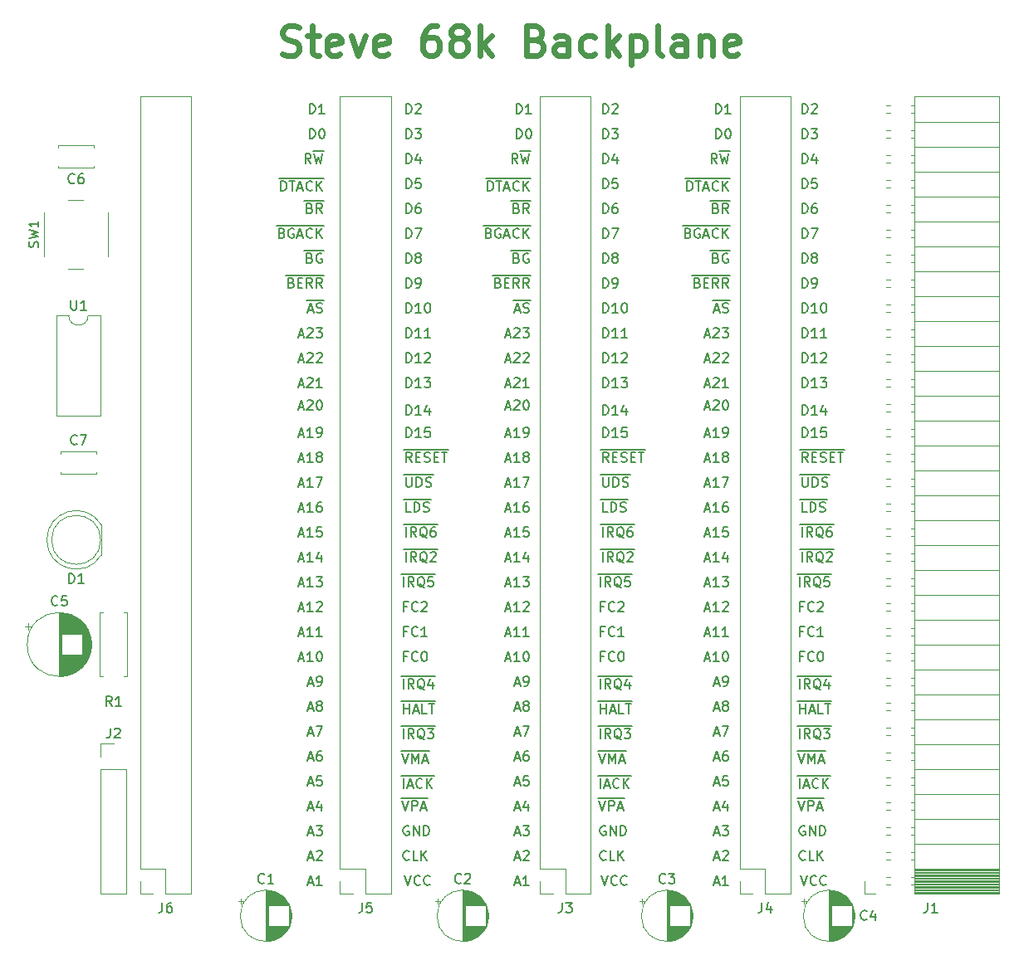
<source format=gto>
G04 #@! TF.GenerationSoftware,KiCad,Pcbnew,(6.0.2)*
G04 #@! TF.CreationDate,2022-10-15T15:33:45-07:00*
G04 #@! TF.ProjectId,Backplane,4261636b-706c-4616-9e65-2e6b69636164,1.0*
G04 #@! TF.SameCoordinates,Original*
G04 #@! TF.FileFunction,Legend,Top*
G04 #@! TF.FilePolarity,Positive*
%FSLAX46Y46*%
G04 Gerber Fmt 4.6, Leading zero omitted, Abs format (unit mm)*
G04 Created by KiCad (PCBNEW (6.0.2)) date 2022-10-15 15:33:45*
%MOMM*%
%LPD*%
G01*
G04 APERTURE LIST*
%ADD10C,0.200000*%
%ADD11C,0.600000*%
%ADD12C,0.150000*%
%ADD13C,0.120000*%
%ADD14R,2.400000X1.600000*%
%ADD15O,2.400000X1.600000*%
%ADD16C,2.000000*%
%ADD17C,1.600000*%
%ADD18O,1.600000X1.600000*%
%ADD19R,1.800000X1.800000*%
%ADD20C,1.800000*%
%ADD21R,1.600000X1.600000*%
%ADD22R,1.700000X1.700000*%
%ADD23O,1.700000X1.700000*%
%ADD24C,3.200000*%
G04 APERTURE END LIST*
D10*
X176136095Y-80462380D02*
X176136095Y-79462380D01*
X176374190Y-79462380D01*
X176517047Y-79510000D01*
X176612285Y-79605238D01*
X176659904Y-79700476D01*
X176707523Y-79890952D01*
X176707523Y-80033809D01*
X176659904Y-80224285D01*
X176612285Y-80319523D01*
X176517047Y-80414761D01*
X176374190Y-80462380D01*
X176136095Y-80462380D01*
X177659904Y-80462380D02*
X177088476Y-80462380D01*
X177374190Y-80462380D02*
X177374190Y-79462380D01*
X177278952Y-79605238D01*
X177183714Y-79700476D01*
X177088476Y-79748095D01*
X178612285Y-80462380D02*
X178040857Y-80462380D01*
X178326571Y-80462380D02*
X178326571Y-79462380D01*
X178231333Y-79605238D01*
X178136095Y-79700476D01*
X178040857Y-79748095D01*
X176136095Y-77922380D02*
X176136095Y-76922380D01*
X176374190Y-76922380D01*
X176517047Y-76970000D01*
X176612285Y-77065238D01*
X176659904Y-77160476D01*
X176707523Y-77350952D01*
X176707523Y-77493809D01*
X176659904Y-77684285D01*
X176612285Y-77779523D01*
X176517047Y-77874761D01*
X176374190Y-77922380D01*
X176136095Y-77922380D01*
X177659904Y-77922380D02*
X177088476Y-77922380D01*
X177374190Y-77922380D02*
X177374190Y-76922380D01*
X177278952Y-77065238D01*
X177183714Y-77160476D01*
X177088476Y-77208095D01*
X178278952Y-76922380D02*
X178374190Y-76922380D01*
X178469428Y-76970000D01*
X178517047Y-77017619D01*
X178564666Y-77112857D01*
X178612285Y-77303333D01*
X178612285Y-77541428D01*
X178564666Y-77731904D01*
X178517047Y-77827142D01*
X178469428Y-77874761D01*
X178374190Y-77922380D01*
X178278952Y-77922380D01*
X178183714Y-77874761D01*
X178136095Y-77827142D01*
X178088476Y-77731904D01*
X178040857Y-77541428D01*
X178040857Y-77303333D01*
X178088476Y-77112857D01*
X178136095Y-77017619D01*
X178183714Y-76970000D01*
X178278952Y-76922380D01*
X176136095Y-75382380D02*
X176136095Y-74382380D01*
X176374190Y-74382380D01*
X176517047Y-74430000D01*
X176612285Y-74525238D01*
X176659904Y-74620476D01*
X176707523Y-74810952D01*
X176707523Y-74953809D01*
X176659904Y-75144285D01*
X176612285Y-75239523D01*
X176517047Y-75334761D01*
X176374190Y-75382380D01*
X176136095Y-75382380D01*
X177183714Y-75382380D02*
X177374190Y-75382380D01*
X177469428Y-75334761D01*
X177517047Y-75287142D01*
X177612285Y-75144285D01*
X177659904Y-74953809D01*
X177659904Y-74572857D01*
X177612285Y-74477619D01*
X177564666Y-74430000D01*
X177469428Y-74382380D01*
X177278952Y-74382380D01*
X177183714Y-74430000D01*
X177136095Y-74477619D01*
X177088476Y-74572857D01*
X177088476Y-74810952D01*
X177136095Y-74906190D01*
X177183714Y-74953809D01*
X177278952Y-75001428D01*
X177469428Y-75001428D01*
X177564666Y-74953809D01*
X177612285Y-74906190D01*
X177659904Y-74810952D01*
X176136095Y-83002380D02*
X176136095Y-82002380D01*
X176374190Y-82002380D01*
X176517047Y-82050000D01*
X176612285Y-82145238D01*
X176659904Y-82240476D01*
X176707523Y-82430952D01*
X176707523Y-82573809D01*
X176659904Y-82764285D01*
X176612285Y-82859523D01*
X176517047Y-82954761D01*
X176374190Y-83002380D01*
X176136095Y-83002380D01*
X177659904Y-83002380D02*
X177088476Y-83002380D01*
X177374190Y-83002380D02*
X177374190Y-82002380D01*
X177278952Y-82145238D01*
X177183714Y-82240476D01*
X177088476Y-82288095D01*
X178040857Y-82097619D02*
X178088476Y-82050000D01*
X178183714Y-82002380D01*
X178421809Y-82002380D01*
X178517047Y-82050000D01*
X178564666Y-82097619D01*
X178612285Y-82192857D01*
X178612285Y-82288095D01*
X178564666Y-82430952D01*
X177993238Y-83002380D01*
X178612285Y-83002380D01*
X176136095Y-67762380D02*
X176136095Y-66762380D01*
X176374190Y-66762380D01*
X176517047Y-66810000D01*
X176612285Y-66905238D01*
X176659904Y-67000476D01*
X176707523Y-67190952D01*
X176707523Y-67333809D01*
X176659904Y-67524285D01*
X176612285Y-67619523D01*
X176517047Y-67714761D01*
X176374190Y-67762380D01*
X176136095Y-67762380D01*
X177564666Y-66762380D02*
X177374190Y-66762380D01*
X177278952Y-66810000D01*
X177231333Y-66857619D01*
X177136095Y-67000476D01*
X177088476Y-67190952D01*
X177088476Y-67571904D01*
X177136095Y-67667142D01*
X177183714Y-67714761D01*
X177278952Y-67762380D01*
X177469428Y-67762380D01*
X177564666Y-67714761D01*
X177612285Y-67667142D01*
X177659904Y-67571904D01*
X177659904Y-67333809D01*
X177612285Y-67238571D01*
X177564666Y-67190952D01*
X177469428Y-67143333D01*
X177278952Y-67143333D01*
X177183714Y-67190952D01*
X177136095Y-67238571D01*
X177088476Y-67333809D01*
X176136095Y-62682380D02*
X176136095Y-61682380D01*
X176374190Y-61682380D01*
X176517047Y-61730000D01*
X176612285Y-61825238D01*
X176659904Y-61920476D01*
X176707523Y-62110952D01*
X176707523Y-62253809D01*
X176659904Y-62444285D01*
X176612285Y-62539523D01*
X176517047Y-62634761D01*
X176374190Y-62682380D01*
X176136095Y-62682380D01*
X177564666Y-62015714D02*
X177564666Y-62682380D01*
X177326571Y-61634761D02*
X177088476Y-62349047D01*
X177707523Y-62349047D01*
X176136095Y-60142380D02*
X176136095Y-59142380D01*
X176374190Y-59142380D01*
X176517047Y-59190000D01*
X176612285Y-59285238D01*
X176659904Y-59380476D01*
X176707523Y-59570952D01*
X176707523Y-59713809D01*
X176659904Y-59904285D01*
X176612285Y-59999523D01*
X176517047Y-60094761D01*
X176374190Y-60142380D01*
X176136095Y-60142380D01*
X177040857Y-59142380D02*
X177659904Y-59142380D01*
X177326571Y-59523333D01*
X177469428Y-59523333D01*
X177564666Y-59570952D01*
X177612285Y-59618571D01*
X177659904Y-59713809D01*
X177659904Y-59951904D01*
X177612285Y-60047142D01*
X177564666Y-60094761D01*
X177469428Y-60142380D01*
X177183714Y-60142380D01*
X177088476Y-60094761D01*
X177040857Y-60047142D01*
X176136095Y-57602380D02*
X176136095Y-56602380D01*
X176374190Y-56602380D01*
X176517047Y-56650000D01*
X176612285Y-56745238D01*
X176659904Y-56840476D01*
X176707523Y-57030952D01*
X176707523Y-57173809D01*
X176659904Y-57364285D01*
X176612285Y-57459523D01*
X176517047Y-57554761D01*
X176374190Y-57602380D01*
X176136095Y-57602380D01*
X177088476Y-56697619D02*
X177136095Y-56650000D01*
X177231333Y-56602380D01*
X177469428Y-56602380D01*
X177564666Y-56650000D01*
X177612285Y-56697619D01*
X177659904Y-56792857D01*
X177659904Y-56888095D01*
X177612285Y-57030952D01*
X177040857Y-57602380D01*
X177659904Y-57602380D01*
X176136095Y-65222380D02*
X176136095Y-64222380D01*
X176374190Y-64222380D01*
X176517047Y-64270000D01*
X176612285Y-64365238D01*
X176659904Y-64460476D01*
X176707523Y-64650952D01*
X176707523Y-64793809D01*
X176659904Y-64984285D01*
X176612285Y-65079523D01*
X176517047Y-65174761D01*
X176374190Y-65222380D01*
X176136095Y-65222380D01*
X177612285Y-64222380D02*
X177136095Y-64222380D01*
X177088476Y-64698571D01*
X177136095Y-64650952D01*
X177231333Y-64603333D01*
X177469428Y-64603333D01*
X177564666Y-64650952D01*
X177612285Y-64698571D01*
X177659904Y-64793809D01*
X177659904Y-65031904D01*
X177612285Y-65127142D01*
X177564666Y-65174761D01*
X177469428Y-65222380D01*
X177231333Y-65222380D01*
X177136095Y-65174761D01*
X177088476Y-65127142D01*
X175644000Y-125154000D02*
X176120190Y-125154000D01*
X175882095Y-126436380D02*
X175882095Y-125436380D01*
X176120190Y-125154000D02*
X176977333Y-125154000D01*
X176310666Y-126150666D02*
X176786857Y-126150666D01*
X176215428Y-126436380D02*
X176548761Y-125436380D01*
X176882095Y-126436380D01*
X176977333Y-125154000D02*
X177977333Y-125154000D01*
X177786857Y-126341142D02*
X177739238Y-126388761D01*
X177596380Y-126436380D01*
X177501142Y-126436380D01*
X177358285Y-126388761D01*
X177263047Y-126293523D01*
X177215428Y-126198285D01*
X177167809Y-126007809D01*
X177167809Y-125864952D01*
X177215428Y-125674476D01*
X177263047Y-125579238D01*
X177358285Y-125484000D01*
X177501142Y-125436380D01*
X177596380Y-125436380D01*
X177739238Y-125484000D01*
X177786857Y-125531619D01*
X177977333Y-125154000D02*
X178977333Y-125154000D01*
X178215428Y-126436380D02*
X178215428Y-125436380D01*
X178786857Y-126436380D02*
X178358285Y-125864952D01*
X178786857Y-125436380D02*
X178215428Y-126007809D01*
X176215428Y-107878571D02*
X175882095Y-107878571D01*
X175882095Y-108402380D02*
X175882095Y-107402380D01*
X176358285Y-107402380D01*
X177310666Y-108307142D02*
X177263047Y-108354761D01*
X177120190Y-108402380D01*
X177024952Y-108402380D01*
X176882095Y-108354761D01*
X176786857Y-108259523D01*
X176739238Y-108164285D01*
X176691619Y-107973809D01*
X176691619Y-107830952D01*
X176739238Y-107640476D01*
X176786857Y-107545238D01*
X176882095Y-107450000D01*
X177024952Y-107402380D01*
X177120190Y-107402380D01*
X177263047Y-107450000D01*
X177310666Y-107497619D01*
X177691619Y-107497619D02*
X177739238Y-107450000D01*
X177834476Y-107402380D01*
X178072571Y-107402380D01*
X178167809Y-107450000D01*
X178215428Y-107497619D01*
X178263047Y-107592857D01*
X178263047Y-107688095D01*
X178215428Y-107830952D01*
X177644000Y-108402380D01*
X178263047Y-108402380D01*
X175898000Y-94420000D02*
X176945619Y-94420000D01*
X176136095Y-94702380D02*
X176136095Y-95511904D01*
X176183714Y-95607142D01*
X176231333Y-95654761D01*
X176326571Y-95702380D01*
X176517047Y-95702380D01*
X176612285Y-95654761D01*
X176659904Y-95607142D01*
X176707523Y-95511904D01*
X176707523Y-94702380D01*
X176945619Y-94420000D02*
X177945619Y-94420000D01*
X177183714Y-95702380D02*
X177183714Y-94702380D01*
X177421809Y-94702380D01*
X177564666Y-94750000D01*
X177659904Y-94845238D01*
X177707523Y-94940476D01*
X177755142Y-95130952D01*
X177755142Y-95273809D01*
X177707523Y-95464285D01*
X177659904Y-95559523D01*
X177564666Y-95654761D01*
X177421809Y-95702380D01*
X177183714Y-95702380D01*
X177945619Y-94420000D02*
X178898000Y-94420000D01*
X178136095Y-95654761D02*
X178278952Y-95702380D01*
X178517047Y-95702380D01*
X178612285Y-95654761D01*
X178659904Y-95607142D01*
X178707523Y-95511904D01*
X178707523Y-95416666D01*
X178659904Y-95321428D01*
X178612285Y-95273809D01*
X178517047Y-95226190D01*
X178326571Y-95178571D01*
X178231333Y-95130952D01*
X178183714Y-95083333D01*
X178136095Y-94988095D01*
X178136095Y-94892857D01*
X178183714Y-94797619D01*
X178231333Y-94750000D01*
X178326571Y-94702380D01*
X178564666Y-94702380D01*
X178707523Y-94750000D01*
X176215428Y-112958571D02*
X175882095Y-112958571D01*
X175882095Y-113482380D02*
X175882095Y-112482380D01*
X176358285Y-112482380D01*
X177310666Y-113387142D02*
X177263047Y-113434761D01*
X177120190Y-113482380D01*
X177024952Y-113482380D01*
X176882095Y-113434761D01*
X176786857Y-113339523D01*
X176739238Y-113244285D01*
X176691619Y-113053809D01*
X176691619Y-112910952D01*
X176739238Y-112720476D01*
X176786857Y-112625238D01*
X176882095Y-112530000D01*
X177024952Y-112482380D01*
X177120190Y-112482380D01*
X177263047Y-112530000D01*
X177310666Y-112577619D01*
X177929714Y-112482380D02*
X178024952Y-112482380D01*
X178120190Y-112530000D01*
X178167809Y-112577619D01*
X178215428Y-112672857D01*
X178263047Y-112863333D01*
X178263047Y-113101428D01*
X178215428Y-113291904D01*
X178167809Y-113387142D01*
X178120190Y-113434761D01*
X178024952Y-113482380D01*
X177929714Y-113482380D01*
X177834476Y-113434761D01*
X177786857Y-113387142D01*
X177739238Y-113291904D01*
X177691619Y-113101428D01*
X177691619Y-112863333D01*
X177739238Y-112672857D01*
X177786857Y-112577619D01*
X177834476Y-112530000D01*
X177929714Y-112482380D01*
X176453523Y-133707142D02*
X176405904Y-133754761D01*
X176263047Y-133802380D01*
X176167809Y-133802380D01*
X176024952Y-133754761D01*
X175929714Y-133659523D01*
X175882095Y-133564285D01*
X175834476Y-133373809D01*
X175834476Y-133230952D01*
X175882095Y-133040476D01*
X175929714Y-132945238D01*
X176024952Y-132850000D01*
X176167809Y-132802380D01*
X176263047Y-132802380D01*
X176405904Y-132850000D01*
X176453523Y-132897619D01*
X177358285Y-133802380D02*
X176882095Y-133802380D01*
X176882095Y-132802380D01*
X177691619Y-133802380D02*
X177691619Y-132802380D01*
X178263047Y-133802380D02*
X177834476Y-133230952D01*
X178263047Y-132802380D02*
X177691619Y-133373809D01*
X175644000Y-117534000D02*
X176691619Y-117534000D01*
X175882095Y-118816380D02*
X175882095Y-117816380D01*
X175882095Y-118292571D02*
X176453523Y-118292571D01*
X176453523Y-118816380D02*
X176453523Y-117816380D01*
X176691619Y-117534000D02*
X177548761Y-117534000D01*
X176882095Y-118530666D02*
X177358285Y-118530666D01*
X176786857Y-118816380D02*
X177120190Y-117816380D01*
X177453523Y-118816380D01*
X177548761Y-117534000D02*
X178358285Y-117534000D01*
X178263047Y-118816380D02*
X177786857Y-118816380D01*
X177786857Y-117816380D01*
X178358285Y-117534000D02*
X179120190Y-117534000D01*
X178453523Y-117816380D02*
X179024952Y-117816380D01*
X178739238Y-118816380D02*
X178739238Y-117816380D01*
X176405904Y-130310000D02*
X176310666Y-130262380D01*
X176167809Y-130262380D01*
X176024952Y-130310000D01*
X175929714Y-130405238D01*
X175882095Y-130500476D01*
X175834476Y-130690952D01*
X175834476Y-130833809D01*
X175882095Y-131024285D01*
X175929714Y-131119523D01*
X176024952Y-131214761D01*
X176167809Y-131262380D01*
X176263047Y-131262380D01*
X176405904Y-131214761D01*
X176453523Y-131167142D01*
X176453523Y-130833809D01*
X176263047Y-130833809D01*
X176882095Y-131262380D02*
X176882095Y-130262380D01*
X177453523Y-131262380D01*
X177453523Y-130262380D01*
X177929714Y-131262380D02*
X177929714Y-130262380D01*
X178167809Y-130262380D01*
X178310666Y-130310000D01*
X178405904Y-130405238D01*
X178453523Y-130500476D01*
X178501142Y-130690952D01*
X178501142Y-130833809D01*
X178453523Y-131024285D01*
X178405904Y-131119523D01*
X178310666Y-131214761D01*
X178167809Y-131262380D01*
X177929714Y-131262380D01*
X175644000Y-104580000D02*
X176120190Y-104580000D01*
X175882095Y-105862380D02*
X175882095Y-104862380D01*
X176120190Y-104580000D02*
X177120190Y-104580000D01*
X176929714Y-105862380D02*
X176596380Y-105386190D01*
X176358285Y-105862380D02*
X176358285Y-104862380D01*
X176739238Y-104862380D01*
X176834476Y-104910000D01*
X176882095Y-104957619D01*
X176929714Y-105052857D01*
X176929714Y-105195714D01*
X176882095Y-105290952D01*
X176834476Y-105338571D01*
X176739238Y-105386190D01*
X176358285Y-105386190D01*
X177120190Y-104580000D02*
X178167809Y-104580000D01*
X178024952Y-105957619D02*
X177929714Y-105910000D01*
X177834476Y-105814761D01*
X177691619Y-105671904D01*
X177596380Y-105624285D01*
X177501142Y-105624285D01*
X177548761Y-105862380D02*
X177453523Y-105814761D01*
X177358285Y-105719523D01*
X177310666Y-105529047D01*
X177310666Y-105195714D01*
X177358285Y-105005238D01*
X177453523Y-104910000D01*
X177548761Y-104862380D01*
X177739238Y-104862380D01*
X177834476Y-104910000D01*
X177929714Y-105005238D01*
X177977333Y-105195714D01*
X177977333Y-105529047D01*
X177929714Y-105719523D01*
X177834476Y-105814761D01*
X177739238Y-105862380D01*
X177548761Y-105862380D01*
X178167809Y-104580000D02*
X179120190Y-104580000D01*
X178882095Y-104862380D02*
X178405904Y-104862380D01*
X178358285Y-105338571D01*
X178405904Y-105290952D01*
X178501142Y-105243333D01*
X178739238Y-105243333D01*
X178834476Y-105290952D01*
X178882095Y-105338571D01*
X178929714Y-105433809D01*
X178929714Y-105671904D01*
X178882095Y-105767142D01*
X178834476Y-105814761D01*
X178739238Y-105862380D01*
X178501142Y-105862380D01*
X178405904Y-105814761D01*
X178358285Y-105767142D01*
X175898000Y-91880000D02*
X176898000Y-91880000D01*
X176707523Y-93162380D02*
X176374190Y-92686190D01*
X176136095Y-93162380D02*
X176136095Y-92162380D01*
X176517047Y-92162380D01*
X176612285Y-92210000D01*
X176659904Y-92257619D01*
X176707523Y-92352857D01*
X176707523Y-92495714D01*
X176659904Y-92590952D01*
X176612285Y-92638571D01*
X176517047Y-92686190D01*
X176136095Y-92686190D01*
X176898000Y-91880000D02*
X177802761Y-91880000D01*
X177136095Y-92638571D02*
X177469428Y-92638571D01*
X177612285Y-93162380D02*
X177136095Y-93162380D01*
X177136095Y-92162380D01*
X177612285Y-92162380D01*
X177802761Y-91880000D02*
X178755142Y-91880000D01*
X177993238Y-93114761D02*
X178136095Y-93162380D01*
X178374190Y-93162380D01*
X178469428Y-93114761D01*
X178517047Y-93067142D01*
X178564666Y-92971904D01*
X178564666Y-92876666D01*
X178517047Y-92781428D01*
X178469428Y-92733809D01*
X178374190Y-92686190D01*
X178183714Y-92638571D01*
X178088476Y-92590952D01*
X178040857Y-92543333D01*
X177993238Y-92448095D01*
X177993238Y-92352857D01*
X178040857Y-92257619D01*
X178088476Y-92210000D01*
X178183714Y-92162380D01*
X178421809Y-92162380D01*
X178564666Y-92210000D01*
X178755142Y-91880000D02*
X179659904Y-91880000D01*
X178993238Y-92638571D02*
X179326571Y-92638571D01*
X179469428Y-93162380D02*
X178993238Y-93162380D01*
X178993238Y-92162380D01*
X179469428Y-92162380D01*
X179659904Y-91880000D02*
X180421809Y-91880000D01*
X179755142Y-92162380D02*
X180326571Y-92162380D01*
X180040857Y-93162380D02*
X180040857Y-92162380D01*
X175898000Y-102040000D02*
X176374190Y-102040000D01*
X176136095Y-103322380D02*
X176136095Y-102322380D01*
X176374190Y-102040000D02*
X177374190Y-102040000D01*
X177183714Y-103322380D02*
X176850380Y-102846190D01*
X176612285Y-103322380D02*
X176612285Y-102322380D01*
X176993238Y-102322380D01*
X177088476Y-102370000D01*
X177136095Y-102417619D01*
X177183714Y-102512857D01*
X177183714Y-102655714D01*
X177136095Y-102750952D01*
X177088476Y-102798571D01*
X176993238Y-102846190D01*
X176612285Y-102846190D01*
X177374190Y-102040000D02*
X178421809Y-102040000D01*
X178278952Y-103417619D02*
X178183714Y-103370000D01*
X178088476Y-103274761D01*
X177945619Y-103131904D01*
X177850380Y-103084285D01*
X177755142Y-103084285D01*
X177802761Y-103322380D02*
X177707523Y-103274761D01*
X177612285Y-103179523D01*
X177564666Y-102989047D01*
X177564666Y-102655714D01*
X177612285Y-102465238D01*
X177707523Y-102370000D01*
X177802761Y-102322380D01*
X177993238Y-102322380D01*
X178088476Y-102370000D01*
X178183714Y-102465238D01*
X178231333Y-102655714D01*
X178231333Y-102989047D01*
X178183714Y-103179523D01*
X178088476Y-103274761D01*
X177993238Y-103322380D01*
X177802761Y-103322380D01*
X178421809Y-102040000D02*
X179374190Y-102040000D01*
X178612285Y-102417619D02*
X178659904Y-102370000D01*
X178755142Y-102322380D01*
X178993238Y-102322380D01*
X179088476Y-102370000D01*
X179136095Y-102417619D01*
X179183714Y-102512857D01*
X179183714Y-102608095D01*
X179136095Y-102750952D01*
X178564666Y-103322380D01*
X179183714Y-103322380D01*
X175898000Y-96960000D02*
X176707523Y-96960000D01*
X176612285Y-98242380D02*
X176136095Y-98242380D01*
X176136095Y-97242380D01*
X176707523Y-96960000D02*
X177707523Y-96960000D01*
X176945619Y-98242380D02*
X176945619Y-97242380D01*
X177183714Y-97242380D01*
X177326571Y-97290000D01*
X177421809Y-97385238D01*
X177469428Y-97480476D01*
X177517047Y-97670952D01*
X177517047Y-97813809D01*
X177469428Y-98004285D01*
X177421809Y-98099523D01*
X177326571Y-98194761D01*
X177183714Y-98242380D01*
X176945619Y-98242380D01*
X177707523Y-96960000D02*
X178659904Y-96960000D01*
X177898000Y-98194761D02*
X178040857Y-98242380D01*
X178278952Y-98242380D01*
X178374190Y-98194761D01*
X178421809Y-98147142D01*
X178469428Y-98051904D01*
X178469428Y-97956666D01*
X178421809Y-97861428D01*
X178374190Y-97813809D01*
X178278952Y-97766190D01*
X178088476Y-97718571D01*
X177993238Y-97670952D01*
X177945619Y-97623333D01*
X177898000Y-97528095D01*
X177898000Y-97432857D01*
X177945619Y-97337619D01*
X177993238Y-97290000D01*
X178088476Y-97242380D01*
X178326571Y-97242380D01*
X178469428Y-97290000D01*
X175644000Y-122614000D02*
X176501142Y-122614000D01*
X175739238Y-122896380D02*
X176072571Y-123896380D01*
X176405904Y-122896380D01*
X176501142Y-122614000D02*
X177644000Y-122614000D01*
X176739238Y-123896380D02*
X176739238Y-122896380D01*
X177072571Y-123610666D01*
X177405904Y-122896380D01*
X177405904Y-123896380D01*
X177644000Y-122614000D02*
X178501142Y-122614000D01*
X177834476Y-123610666D02*
X178310666Y-123610666D01*
X177739238Y-123896380D02*
X178072571Y-122896380D01*
X178405904Y-123896380D01*
X175644000Y-120074000D02*
X176120190Y-120074000D01*
X175882095Y-121356380D02*
X175882095Y-120356380D01*
X176120190Y-120074000D02*
X177120190Y-120074000D01*
X176929714Y-121356380D02*
X176596380Y-120880190D01*
X176358285Y-121356380D02*
X176358285Y-120356380D01*
X176739238Y-120356380D01*
X176834476Y-120404000D01*
X176882095Y-120451619D01*
X176929714Y-120546857D01*
X176929714Y-120689714D01*
X176882095Y-120784952D01*
X176834476Y-120832571D01*
X176739238Y-120880190D01*
X176358285Y-120880190D01*
X177120190Y-120074000D02*
X178167809Y-120074000D01*
X178024952Y-121451619D02*
X177929714Y-121404000D01*
X177834476Y-121308761D01*
X177691619Y-121165904D01*
X177596380Y-121118285D01*
X177501142Y-121118285D01*
X177548761Y-121356380D02*
X177453523Y-121308761D01*
X177358285Y-121213523D01*
X177310666Y-121023047D01*
X177310666Y-120689714D01*
X177358285Y-120499238D01*
X177453523Y-120404000D01*
X177548761Y-120356380D01*
X177739238Y-120356380D01*
X177834476Y-120404000D01*
X177929714Y-120499238D01*
X177977333Y-120689714D01*
X177977333Y-121023047D01*
X177929714Y-121213523D01*
X177834476Y-121308761D01*
X177739238Y-121356380D01*
X177548761Y-121356380D01*
X178167809Y-120074000D02*
X179120190Y-120074000D01*
X178310666Y-120356380D02*
X178929714Y-120356380D01*
X178596380Y-120737333D01*
X178739238Y-120737333D01*
X178834476Y-120784952D01*
X178882095Y-120832571D01*
X178929714Y-120927809D01*
X178929714Y-121165904D01*
X178882095Y-121261142D01*
X178834476Y-121308761D01*
X178739238Y-121356380D01*
X178453523Y-121356380D01*
X178358285Y-121308761D01*
X178310666Y-121261142D01*
X175898000Y-99500000D02*
X176374190Y-99500000D01*
X176136095Y-100782380D02*
X176136095Y-99782380D01*
X176374190Y-99500000D02*
X177374190Y-99500000D01*
X177183714Y-100782380D02*
X176850380Y-100306190D01*
X176612285Y-100782380D02*
X176612285Y-99782380D01*
X176993238Y-99782380D01*
X177088476Y-99830000D01*
X177136095Y-99877619D01*
X177183714Y-99972857D01*
X177183714Y-100115714D01*
X177136095Y-100210952D01*
X177088476Y-100258571D01*
X176993238Y-100306190D01*
X176612285Y-100306190D01*
X177374190Y-99500000D02*
X178421809Y-99500000D01*
X178278952Y-100877619D02*
X178183714Y-100830000D01*
X178088476Y-100734761D01*
X177945619Y-100591904D01*
X177850380Y-100544285D01*
X177755142Y-100544285D01*
X177802761Y-100782380D02*
X177707523Y-100734761D01*
X177612285Y-100639523D01*
X177564666Y-100449047D01*
X177564666Y-100115714D01*
X177612285Y-99925238D01*
X177707523Y-99830000D01*
X177802761Y-99782380D01*
X177993238Y-99782380D01*
X178088476Y-99830000D01*
X178183714Y-99925238D01*
X178231333Y-100115714D01*
X178231333Y-100449047D01*
X178183714Y-100639523D01*
X178088476Y-100734761D01*
X177993238Y-100782380D01*
X177802761Y-100782380D01*
X178421809Y-99500000D02*
X179374190Y-99500000D01*
X179088476Y-99782380D02*
X178898000Y-99782380D01*
X178802761Y-99830000D01*
X178755142Y-99877619D01*
X178659904Y-100020476D01*
X178612285Y-100210952D01*
X178612285Y-100591904D01*
X178659904Y-100687142D01*
X178707523Y-100734761D01*
X178802761Y-100782380D01*
X178993238Y-100782380D01*
X179088476Y-100734761D01*
X179136095Y-100687142D01*
X179183714Y-100591904D01*
X179183714Y-100353809D01*
X179136095Y-100258571D01*
X179088476Y-100210952D01*
X178993238Y-100163333D01*
X178802761Y-100163333D01*
X178707523Y-100210952D01*
X178659904Y-100258571D01*
X178612285Y-100353809D01*
X175993238Y-135342380D02*
X176326571Y-136342380D01*
X176659904Y-135342380D01*
X177564666Y-136247142D02*
X177517047Y-136294761D01*
X177374190Y-136342380D01*
X177278952Y-136342380D01*
X177136095Y-136294761D01*
X177040857Y-136199523D01*
X176993238Y-136104285D01*
X176945619Y-135913809D01*
X176945619Y-135770952D01*
X176993238Y-135580476D01*
X177040857Y-135485238D01*
X177136095Y-135390000D01*
X177278952Y-135342380D01*
X177374190Y-135342380D01*
X177517047Y-135390000D01*
X177564666Y-135437619D01*
X178564666Y-136247142D02*
X178517047Y-136294761D01*
X178374190Y-136342380D01*
X178278952Y-136342380D01*
X178136095Y-136294761D01*
X178040857Y-136199523D01*
X177993238Y-136104285D01*
X177945619Y-135913809D01*
X177945619Y-135770952D01*
X177993238Y-135580476D01*
X178040857Y-135485238D01*
X178136095Y-135390000D01*
X178278952Y-135342380D01*
X178374190Y-135342380D01*
X178517047Y-135390000D01*
X178564666Y-135437619D01*
X175644000Y-114994000D02*
X176120190Y-114994000D01*
X175882095Y-116276380D02*
X175882095Y-115276380D01*
X176120190Y-114994000D02*
X177120190Y-114994000D01*
X176929714Y-116276380D02*
X176596380Y-115800190D01*
X176358285Y-116276380D02*
X176358285Y-115276380D01*
X176739238Y-115276380D01*
X176834476Y-115324000D01*
X176882095Y-115371619D01*
X176929714Y-115466857D01*
X176929714Y-115609714D01*
X176882095Y-115704952D01*
X176834476Y-115752571D01*
X176739238Y-115800190D01*
X176358285Y-115800190D01*
X177120190Y-114994000D02*
X178167809Y-114994000D01*
X178024952Y-116371619D02*
X177929714Y-116324000D01*
X177834476Y-116228761D01*
X177691619Y-116085904D01*
X177596380Y-116038285D01*
X177501142Y-116038285D01*
X177548761Y-116276380D02*
X177453523Y-116228761D01*
X177358285Y-116133523D01*
X177310666Y-115943047D01*
X177310666Y-115609714D01*
X177358285Y-115419238D01*
X177453523Y-115324000D01*
X177548761Y-115276380D01*
X177739238Y-115276380D01*
X177834476Y-115324000D01*
X177929714Y-115419238D01*
X177977333Y-115609714D01*
X177977333Y-115943047D01*
X177929714Y-116133523D01*
X177834476Y-116228761D01*
X177739238Y-116276380D01*
X177548761Y-116276380D01*
X178167809Y-114994000D02*
X179120190Y-114994000D01*
X178834476Y-115609714D02*
X178834476Y-116276380D01*
X178596380Y-115228761D02*
X178358285Y-115943047D01*
X178977333Y-115943047D01*
X176215428Y-110418571D02*
X175882095Y-110418571D01*
X175882095Y-110942380D02*
X175882095Y-109942380D01*
X176358285Y-109942380D01*
X177310666Y-110847142D02*
X177263047Y-110894761D01*
X177120190Y-110942380D01*
X177024952Y-110942380D01*
X176882095Y-110894761D01*
X176786857Y-110799523D01*
X176739238Y-110704285D01*
X176691619Y-110513809D01*
X176691619Y-110370952D01*
X176739238Y-110180476D01*
X176786857Y-110085238D01*
X176882095Y-109990000D01*
X177024952Y-109942380D01*
X177120190Y-109942380D01*
X177263047Y-109990000D01*
X177310666Y-110037619D01*
X178263047Y-110942380D02*
X177691619Y-110942380D01*
X177977333Y-110942380D02*
X177977333Y-109942380D01*
X177882095Y-110085238D01*
X177786857Y-110180476D01*
X177691619Y-110228095D01*
X175644000Y-127440000D02*
X176501142Y-127440000D01*
X175739238Y-127722380D02*
X176072571Y-128722380D01*
X176405904Y-127722380D01*
X176501142Y-127440000D02*
X177501142Y-127440000D01*
X176739238Y-128722380D02*
X176739238Y-127722380D01*
X177120190Y-127722380D01*
X177215428Y-127770000D01*
X177263047Y-127817619D01*
X177310666Y-127912857D01*
X177310666Y-128055714D01*
X177263047Y-128150952D01*
X177215428Y-128198571D01*
X177120190Y-128246190D01*
X176739238Y-128246190D01*
X177501142Y-127440000D02*
X178358285Y-127440000D01*
X177691619Y-128436666D02*
X178167809Y-128436666D01*
X177596380Y-128722380D02*
X177929714Y-127722380D01*
X178263047Y-128722380D01*
X176136095Y-88336380D02*
X176136095Y-87336380D01*
X176374190Y-87336380D01*
X176517047Y-87384000D01*
X176612285Y-87479238D01*
X176659904Y-87574476D01*
X176707523Y-87764952D01*
X176707523Y-87907809D01*
X176659904Y-88098285D01*
X176612285Y-88193523D01*
X176517047Y-88288761D01*
X176374190Y-88336380D01*
X176136095Y-88336380D01*
X177659904Y-88336380D02*
X177088476Y-88336380D01*
X177374190Y-88336380D02*
X177374190Y-87336380D01*
X177278952Y-87479238D01*
X177183714Y-87574476D01*
X177088476Y-87622095D01*
X178517047Y-87669714D02*
X178517047Y-88336380D01*
X178278952Y-87288761D02*
X178040857Y-88003047D01*
X178659904Y-88003047D01*
X176136095Y-85542380D02*
X176136095Y-84542380D01*
X176374190Y-84542380D01*
X176517047Y-84590000D01*
X176612285Y-84685238D01*
X176659904Y-84780476D01*
X176707523Y-84970952D01*
X176707523Y-85113809D01*
X176659904Y-85304285D01*
X176612285Y-85399523D01*
X176517047Y-85494761D01*
X176374190Y-85542380D01*
X176136095Y-85542380D01*
X177659904Y-85542380D02*
X177088476Y-85542380D01*
X177374190Y-85542380D02*
X177374190Y-84542380D01*
X177278952Y-84685238D01*
X177183714Y-84780476D01*
X177088476Y-84828095D01*
X177993238Y-84542380D02*
X178612285Y-84542380D01*
X178278952Y-84923333D01*
X178421809Y-84923333D01*
X178517047Y-84970952D01*
X178564666Y-85018571D01*
X178612285Y-85113809D01*
X178612285Y-85351904D01*
X178564666Y-85447142D01*
X178517047Y-85494761D01*
X178421809Y-85542380D01*
X178136095Y-85542380D01*
X178040857Y-85494761D01*
X177993238Y-85447142D01*
X176136095Y-90622380D02*
X176136095Y-89622380D01*
X176374190Y-89622380D01*
X176517047Y-89670000D01*
X176612285Y-89765238D01*
X176659904Y-89860476D01*
X176707523Y-90050952D01*
X176707523Y-90193809D01*
X176659904Y-90384285D01*
X176612285Y-90479523D01*
X176517047Y-90574761D01*
X176374190Y-90622380D01*
X176136095Y-90622380D01*
X177659904Y-90622380D02*
X177088476Y-90622380D01*
X177374190Y-90622380D02*
X177374190Y-89622380D01*
X177278952Y-89765238D01*
X177183714Y-89860476D01*
X177088476Y-89908095D01*
X178564666Y-89622380D02*
X178088476Y-89622380D01*
X178040857Y-90098571D01*
X178088476Y-90050952D01*
X178183714Y-90003333D01*
X178421809Y-90003333D01*
X178517047Y-90050952D01*
X178564666Y-90098571D01*
X178612285Y-90193809D01*
X178612285Y-90431904D01*
X178564666Y-90527142D01*
X178517047Y-90574761D01*
X178421809Y-90622380D01*
X178183714Y-90622380D01*
X178088476Y-90574761D01*
X178040857Y-90527142D01*
X176136095Y-72842380D02*
X176136095Y-71842380D01*
X176374190Y-71842380D01*
X176517047Y-71890000D01*
X176612285Y-71985238D01*
X176659904Y-72080476D01*
X176707523Y-72270952D01*
X176707523Y-72413809D01*
X176659904Y-72604285D01*
X176612285Y-72699523D01*
X176517047Y-72794761D01*
X176374190Y-72842380D01*
X176136095Y-72842380D01*
X177278952Y-72270952D02*
X177183714Y-72223333D01*
X177136095Y-72175714D01*
X177088476Y-72080476D01*
X177088476Y-72032857D01*
X177136095Y-71937619D01*
X177183714Y-71890000D01*
X177278952Y-71842380D01*
X177469428Y-71842380D01*
X177564666Y-71890000D01*
X177612285Y-71937619D01*
X177659904Y-72032857D01*
X177659904Y-72080476D01*
X177612285Y-72175714D01*
X177564666Y-72223333D01*
X177469428Y-72270952D01*
X177278952Y-72270952D01*
X177183714Y-72318571D01*
X177136095Y-72366190D01*
X177088476Y-72461428D01*
X177088476Y-72651904D01*
X177136095Y-72747142D01*
X177183714Y-72794761D01*
X177278952Y-72842380D01*
X177469428Y-72842380D01*
X177564666Y-72794761D01*
X177612285Y-72747142D01*
X177659904Y-72651904D01*
X177659904Y-72461428D01*
X177612285Y-72366190D01*
X177564666Y-72318571D01*
X177469428Y-72270952D01*
X176136095Y-70302380D02*
X176136095Y-69302380D01*
X176374190Y-69302380D01*
X176517047Y-69350000D01*
X176612285Y-69445238D01*
X176659904Y-69540476D01*
X176707523Y-69730952D01*
X176707523Y-69873809D01*
X176659904Y-70064285D01*
X176612285Y-70159523D01*
X176517047Y-70254761D01*
X176374190Y-70302380D01*
X176136095Y-70302380D01*
X177040857Y-69302380D02*
X177707523Y-69302380D01*
X177278952Y-70302380D01*
X155816095Y-80462380D02*
X155816095Y-79462380D01*
X156054190Y-79462380D01*
X156197047Y-79510000D01*
X156292285Y-79605238D01*
X156339904Y-79700476D01*
X156387523Y-79890952D01*
X156387523Y-80033809D01*
X156339904Y-80224285D01*
X156292285Y-80319523D01*
X156197047Y-80414761D01*
X156054190Y-80462380D01*
X155816095Y-80462380D01*
X157339904Y-80462380D02*
X156768476Y-80462380D01*
X157054190Y-80462380D02*
X157054190Y-79462380D01*
X156958952Y-79605238D01*
X156863714Y-79700476D01*
X156768476Y-79748095D01*
X158292285Y-80462380D02*
X157720857Y-80462380D01*
X158006571Y-80462380D02*
X158006571Y-79462380D01*
X157911333Y-79605238D01*
X157816095Y-79700476D01*
X157720857Y-79748095D01*
X155816095Y-77922380D02*
X155816095Y-76922380D01*
X156054190Y-76922380D01*
X156197047Y-76970000D01*
X156292285Y-77065238D01*
X156339904Y-77160476D01*
X156387523Y-77350952D01*
X156387523Y-77493809D01*
X156339904Y-77684285D01*
X156292285Y-77779523D01*
X156197047Y-77874761D01*
X156054190Y-77922380D01*
X155816095Y-77922380D01*
X157339904Y-77922380D02*
X156768476Y-77922380D01*
X157054190Y-77922380D02*
X157054190Y-76922380D01*
X156958952Y-77065238D01*
X156863714Y-77160476D01*
X156768476Y-77208095D01*
X157958952Y-76922380D02*
X158054190Y-76922380D01*
X158149428Y-76970000D01*
X158197047Y-77017619D01*
X158244666Y-77112857D01*
X158292285Y-77303333D01*
X158292285Y-77541428D01*
X158244666Y-77731904D01*
X158197047Y-77827142D01*
X158149428Y-77874761D01*
X158054190Y-77922380D01*
X157958952Y-77922380D01*
X157863714Y-77874761D01*
X157816095Y-77827142D01*
X157768476Y-77731904D01*
X157720857Y-77541428D01*
X157720857Y-77303333D01*
X157768476Y-77112857D01*
X157816095Y-77017619D01*
X157863714Y-76970000D01*
X157958952Y-76922380D01*
X155816095Y-75382380D02*
X155816095Y-74382380D01*
X156054190Y-74382380D01*
X156197047Y-74430000D01*
X156292285Y-74525238D01*
X156339904Y-74620476D01*
X156387523Y-74810952D01*
X156387523Y-74953809D01*
X156339904Y-75144285D01*
X156292285Y-75239523D01*
X156197047Y-75334761D01*
X156054190Y-75382380D01*
X155816095Y-75382380D01*
X156863714Y-75382380D02*
X157054190Y-75382380D01*
X157149428Y-75334761D01*
X157197047Y-75287142D01*
X157292285Y-75144285D01*
X157339904Y-74953809D01*
X157339904Y-74572857D01*
X157292285Y-74477619D01*
X157244666Y-74430000D01*
X157149428Y-74382380D01*
X156958952Y-74382380D01*
X156863714Y-74430000D01*
X156816095Y-74477619D01*
X156768476Y-74572857D01*
X156768476Y-74810952D01*
X156816095Y-74906190D01*
X156863714Y-74953809D01*
X156958952Y-75001428D01*
X157149428Y-75001428D01*
X157244666Y-74953809D01*
X157292285Y-74906190D01*
X157339904Y-74810952D01*
X155816095Y-83002380D02*
X155816095Y-82002380D01*
X156054190Y-82002380D01*
X156197047Y-82050000D01*
X156292285Y-82145238D01*
X156339904Y-82240476D01*
X156387523Y-82430952D01*
X156387523Y-82573809D01*
X156339904Y-82764285D01*
X156292285Y-82859523D01*
X156197047Y-82954761D01*
X156054190Y-83002380D01*
X155816095Y-83002380D01*
X157339904Y-83002380D02*
X156768476Y-83002380D01*
X157054190Y-83002380D02*
X157054190Y-82002380D01*
X156958952Y-82145238D01*
X156863714Y-82240476D01*
X156768476Y-82288095D01*
X157720857Y-82097619D02*
X157768476Y-82050000D01*
X157863714Y-82002380D01*
X158101809Y-82002380D01*
X158197047Y-82050000D01*
X158244666Y-82097619D01*
X158292285Y-82192857D01*
X158292285Y-82288095D01*
X158244666Y-82430952D01*
X157673238Y-83002380D01*
X158292285Y-83002380D01*
X155816095Y-67762380D02*
X155816095Y-66762380D01*
X156054190Y-66762380D01*
X156197047Y-66810000D01*
X156292285Y-66905238D01*
X156339904Y-67000476D01*
X156387523Y-67190952D01*
X156387523Y-67333809D01*
X156339904Y-67524285D01*
X156292285Y-67619523D01*
X156197047Y-67714761D01*
X156054190Y-67762380D01*
X155816095Y-67762380D01*
X157244666Y-66762380D02*
X157054190Y-66762380D01*
X156958952Y-66810000D01*
X156911333Y-66857619D01*
X156816095Y-67000476D01*
X156768476Y-67190952D01*
X156768476Y-67571904D01*
X156816095Y-67667142D01*
X156863714Y-67714761D01*
X156958952Y-67762380D01*
X157149428Y-67762380D01*
X157244666Y-67714761D01*
X157292285Y-67667142D01*
X157339904Y-67571904D01*
X157339904Y-67333809D01*
X157292285Y-67238571D01*
X157244666Y-67190952D01*
X157149428Y-67143333D01*
X156958952Y-67143333D01*
X156863714Y-67190952D01*
X156816095Y-67238571D01*
X156768476Y-67333809D01*
X155816095Y-62682380D02*
X155816095Y-61682380D01*
X156054190Y-61682380D01*
X156197047Y-61730000D01*
X156292285Y-61825238D01*
X156339904Y-61920476D01*
X156387523Y-62110952D01*
X156387523Y-62253809D01*
X156339904Y-62444285D01*
X156292285Y-62539523D01*
X156197047Y-62634761D01*
X156054190Y-62682380D01*
X155816095Y-62682380D01*
X157244666Y-62015714D02*
X157244666Y-62682380D01*
X157006571Y-61634761D02*
X156768476Y-62349047D01*
X157387523Y-62349047D01*
X155816095Y-60142380D02*
X155816095Y-59142380D01*
X156054190Y-59142380D01*
X156197047Y-59190000D01*
X156292285Y-59285238D01*
X156339904Y-59380476D01*
X156387523Y-59570952D01*
X156387523Y-59713809D01*
X156339904Y-59904285D01*
X156292285Y-59999523D01*
X156197047Y-60094761D01*
X156054190Y-60142380D01*
X155816095Y-60142380D01*
X156720857Y-59142380D02*
X157339904Y-59142380D01*
X157006571Y-59523333D01*
X157149428Y-59523333D01*
X157244666Y-59570952D01*
X157292285Y-59618571D01*
X157339904Y-59713809D01*
X157339904Y-59951904D01*
X157292285Y-60047142D01*
X157244666Y-60094761D01*
X157149428Y-60142380D01*
X156863714Y-60142380D01*
X156768476Y-60094761D01*
X156720857Y-60047142D01*
X155816095Y-57602380D02*
X155816095Y-56602380D01*
X156054190Y-56602380D01*
X156197047Y-56650000D01*
X156292285Y-56745238D01*
X156339904Y-56840476D01*
X156387523Y-57030952D01*
X156387523Y-57173809D01*
X156339904Y-57364285D01*
X156292285Y-57459523D01*
X156197047Y-57554761D01*
X156054190Y-57602380D01*
X155816095Y-57602380D01*
X156768476Y-56697619D02*
X156816095Y-56650000D01*
X156911333Y-56602380D01*
X157149428Y-56602380D01*
X157244666Y-56650000D01*
X157292285Y-56697619D01*
X157339904Y-56792857D01*
X157339904Y-56888095D01*
X157292285Y-57030952D01*
X156720857Y-57602380D01*
X157339904Y-57602380D01*
X155816095Y-65222380D02*
X155816095Y-64222380D01*
X156054190Y-64222380D01*
X156197047Y-64270000D01*
X156292285Y-64365238D01*
X156339904Y-64460476D01*
X156387523Y-64650952D01*
X156387523Y-64793809D01*
X156339904Y-64984285D01*
X156292285Y-65079523D01*
X156197047Y-65174761D01*
X156054190Y-65222380D01*
X155816095Y-65222380D01*
X157292285Y-64222380D02*
X156816095Y-64222380D01*
X156768476Y-64698571D01*
X156816095Y-64650952D01*
X156911333Y-64603333D01*
X157149428Y-64603333D01*
X157244666Y-64650952D01*
X157292285Y-64698571D01*
X157339904Y-64793809D01*
X157339904Y-65031904D01*
X157292285Y-65127142D01*
X157244666Y-65174761D01*
X157149428Y-65222380D01*
X156911333Y-65222380D01*
X156816095Y-65174761D01*
X156768476Y-65127142D01*
X155324000Y-125154000D02*
X155800190Y-125154000D01*
X155562095Y-126436380D02*
X155562095Y-125436380D01*
X155800190Y-125154000D02*
X156657333Y-125154000D01*
X155990666Y-126150666D02*
X156466857Y-126150666D01*
X155895428Y-126436380D02*
X156228761Y-125436380D01*
X156562095Y-126436380D01*
X156657333Y-125154000D02*
X157657333Y-125154000D01*
X157466857Y-126341142D02*
X157419238Y-126388761D01*
X157276380Y-126436380D01*
X157181142Y-126436380D01*
X157038285Y-126388761D01*
X156943047Y-126293523D01*
X156895428Y-126198285D01*
X156847809Y-126007809D01*
X156847809Y-125864952D01*
X156895428Y-125674476D01*
X156943047Y-125579238D01*
X157038285Y-125484000D01*
X157181142Y-125436380D01*
X157276380Y-125436380D01*
X157419238Y-125484000D01*
X157466857Y-125531619D01*
X157657333Y-125154000D02*
X158657333Y-125154000D01*
X157895428Y-126436380D02*
X157895428Y-125436380D01*
X158466857Y-126436380D02*
X158038285Y-125864952D01*
X158466857Y-125436380D02*
X157895428Y-126007809D01*
X155895428Y-107878571D02*
X155562095Y-107878571D01*
X155562095Y-108402380D02*
X155562095Y-107402380D01*
X156038285Y-107402380D01*
X156990666Y-108307142D02*
X156943047Y-108354761D01*
X156800190Y-108402380D01*
X156704952Y-108402380D01*
X156562095Y-108354761D01*
X156466857Y-108259523D01*
X156419238Y-108164285D01*
X156371619Y-107973809D01*
X156371619Y-107830952D01*
X156419238Y-107640476D01*
X156466857Y-107545238D01*
X156562095Y-107450000D01*
X156704952Y-107402380D01*
X156800190Y-107402380D01*
X156943047Y-107450000D01*
X156990666Y-107497619D01*
X157371619Y-107497619D02*
X157419238Y-107450000D01*
X157514476Y-107402380D01*
X157752571Y-107402380D01*
X157847809Y-107450000D01*
X157895428Y-107497619D01*
X157943047Y-107592857D01*
X157943047Y-107688095D01*
X157895428Y-107830952D01*
X157324000Y-108402380D01*
X157943047Y-108402380D01*
X155578000Y-94420000D02*
X156625619Y-94420000D01*
X155816095Y-94702380D02*
X155816095Y-95511904D01*
X155863714Y-95607142D01*
X155911333Y-95654761D01*
X156006571Y-95702380D01*
X156197047Y-95702380D01*
X156292285Y-95654761D01*
X156339904Y-95607142D01*
X156387523Y-95511904D01*
X156387523Y-94702380D01*
X156625619Y-94420000D02*
X157625619Y-94420000D01*
X156863714Y-95702380D02*
X156863714Y-94702380D01*
X157101809Y-94702380D01*
X157244666Y-94750000D01*
X157339904Y-94845238D01*
X157387523Y-94940476D01*
X157435142Y-95130952D01*
X157435142Y-95273809D01*
X157387523Y-95464285D01*
X157339904Y-95559523D01*
X157244666Y-95654761D01*
X157101809Y-95702380D01*
X156863714Y-95702380D01*
X157625619Y-94420000D02*
X158578000Y-94420000D01*
X157816095Y-95654761D02*
X157958952Y-95702380D01*
X158197047Y-95702380D01*
X158292285Y-95654761D01*
X158339904Y-95607142D01*
X158387523Y-95511904D01*
X158387523Y-95416666D01*
X158339904Y-95321428D01*
X158292285Y-95273809D01*
X158197047Y-95226190D01*
X158006571Y-95178571D01*
X157911333Y-95130952D01*
X157863714Y-95083333D01*
X157816095Y-94988095D01*
X157816095Y-94892857D01*
X157863714Y-94797619D01*
X157911333Y-94750000D01*
X158006571Y-94702380D01*
X158244666Y-94702380D01*
X158387523Y-94750000D01*
X155895428Y-112958571D02*
X155562095Y-112958571D01*
X155562095Y-113482380D02*
X155562095Y-112482380D01*
X156038285Y-112482380D01*
X156990666Y-113387142D02*
X156943047Y-113434761D01*
X156800190Y-113482380D01*
X156704952Y-113482380D01*
X156562095Y-113434761D01*
X156466857Y-113339523D01*
X156419238Y-113244285D01*
X156371619Y-113053809D01*
X156371619Y-112910952D01*
X156419238Y-112720476D01*
X156466857Y-112625238D01*
X156562095Y-112530000D01*
X156704952Y-112482380D01*
X156800190Y-112482380D01*
X156943047Y-112530000D01*
X156990666Y-112577619D01*
X157609714Y-112482380D02*
X157704952Y-112482380D01*
X157800190Y-112530000D01*
X157847809Y-112577619D01*
X157895428Y-112672857D01*
X157943047Y-112863333D01*
X157943047Y-113101428D01*
X157895428Y-113291904D01*
X157847809Y-113387142D01*
X157800190Y-113434761D01*
X157704952Y-113482380D01*
X157609714Y-113482380D01*
X157514476Y-113434761D01*
X157466857Y-113387142D01*
X157419238Y-113291904D01*
X157371619Y-113101428D01*
X157371619Y-112863333D01*
X157419238Y-112672857D01*
X157466857Y-112577619D01*
X157514476Y-112530000D01*
X157609714Y-112482380D01*
X156133523Y-133707142D02*
X156085904Y-133754761D01*
X155943047Y-133802380D01*
X155847809Y-133802380D01*
X155704952Y-133754761D01*
X155609714Y-133659523D01*
X155562095Y-133564285D01*
X155514476Y-133373809D01*
X155514476Y-133230952D01*
X155562095Y-133040476D01*
X155609714Y-132945238D01*
X155704952Y-132850000D01*
X155847809Y-132802380D01*
X155943047Y-132802380D01*
X156085904Y-132850000D01*
X156133523Y-132897619D01*
X157038285Y-133802380D02*
X156562095Y-133802380D01*
X156562095Y-132802380D01*
X157371619Y-133802380D02*
X157371619Y-132802380D01*
X157943047Y-133802380D02*
X157514476Y-133230952D01*
X157943047Y-132802380D02*
X157371619Y-133373809D01*
X155324000Y-117534000D02*
X156371619Y-117534000D01*
X155562095Y-118816380D02*
X155562095Y-117816380D01*
X155562095Y-118292571D02*
X156133523Y-118292571D01*
X156133523Y-118816380D02*
X156133523Y-117816380D01*
X156371619Y-117534000D02*
X157228761Y-117534000D01*
X156562095Y-118530666D02*
X157038285Y-118530666D01*
X156466857Y-118816380D02*
X156800190Y-117816380D01*
X157133523Y-118816380D01*
X157228761Y-117534000D02*
X158038285Y-117534000D01*
X157943047Y-118816380D02*
X157466857Y-118816380D01*
X157466857Y-117816380D01*
X158038285Y-117534000D02*
X158800190Y-117534000D01*
X158133523Y-117816380D02*
X158704952Y-117816380D01*
X158419238Y-118816380D02*
X158419238Y-117816380D01*
X156085904Y-130310000D02*
X155990666Y-130262380D01*
X155847809Y-130262380D01*
X155704952Y-130310000D01*
X155609714Y-130405238D01*
X155562095Y-130500476D01*
X155514476Y-130690952D01*
X155514476Y-130833809D01*
X155562095Y-131024285D01*
X155609714Y-131119523D01*
X155704952Y-131214761D01*
X155847809Y-131262380D01*
X155943047Y-131262380D01*
X156085904Y-131214761D01*
X156133523Y-131167142D01*
X156133523Y-130833809D01*
X155943047Y-130833809D01*
X156562095Y-131262380D02*
X156562095Y-130262380D01*
X157133523Y-131262380D01*
X157133523Y-130262380D01*
X157609714Y-131262380D02*
X157609714Y-130262380D01*
X157847809Y-130262380D01*
X157990666Y-130310000D01*
X158085904Y-130405238D01*
X158133523Y-130500476D01*
X158181142Y-130690952D01*
X158181142Y-130833809D01*
X158133523Y-131024285D01*
X158085904Y-131119523D01*
X157990666Y-131214761D01*
X157847809Y-131262380D01*
X157609714Y-131262380D01*
X155324000Y-104580000D02*
X155800190Y-104580000D01*
X155562095Y-105862380D02*
X155562095Y-104862380D01*
X155800190Y-104580000D02*
X156800190Y-104580000D01*
X156609714Y-105862380D02*
X156276380Y-105386190D01*
X156038285Y-105862380D02*
X156038285Y-104862380D01*
X156419238Y-104862380D01*
X156514476Y-104910000D01*
X156562095Y-104957619D01*
X156609714Y-105052857D01*
X156609714Y-105195714D01*
X156562095Y-105290952D01*
X156514476Y-105338571D01*
X156419238Y-105386190D01*
X156038285Y-105386190D01*
X156800190Y-104580000D02*
X157847809Y-104580000D01*
X157704952Y-105957619D02*
X157609714Y-105910000D01*
X157514476Y-105814761D01*
X157371619Y-105671904D01*
X157276380Y-105624285D01*
X157181142Y-105624285D01*
X157228761Y-105862380D02*
X157133523Y-105814761D01*
X157038285Y-105719523D01*
X156990666Y-105529047D01*
X156990666Y-105195714D01*
X157038285Y-105005238D01*
X157133523Y-104910000D01*
X157228761Y-104862380D01*
X157419238Y-104862380D01*
X157514476Y-104910000D01*
X157609714Y-105005238D01*
X157657333Y-105195714D01*
X157657333Y-105529047D01*
X157609714Y-105719523D01*
X157514476Y-105814761D01*
X157419238Y-105862380D01*
X157228761Y-105862380D01*
X157847809Y-104580000D02*
X158800190Y-104580000D01*
X158562095Y-104862380D02*
X158085904Y-104862380D01*
X158038285Y-105338571D01*
X158085904Y-105290952D01*
X158181142Y-105243333D01*
X158419238Y-105243333D01*
X158514476Y-105290952D01*
X158562095Y-105338571D01*
X158609714Y-105433809D01*
X158609714Y-105671904D01*
X158562095Y-105767142D01*
X158514476Y-105814761D01*
X158419238Y-105862380D01*
X158181142Y-105862380D01*
X158085904Y-105814761D01*
X158038285Y-105767142D01*
X155578000Y-91880000D02*
X156578000Y-91880000D01*
X156387523Y-93162380D02*
X156054190Y-92686190D01*
X155816095Y-93162380D02*
X155816095Y-92162380D01*
X156197047Y-92162380D01*
X156292285Y-92210000D01*
X156339904Y-92257619D01*
X156387523Y-92352857D01*
X156387523Y-92495714D01*
X156339904Y-92590952D01*
X156292285Y-92638571D01*
X156197047Y-92686190D01*
X155816095Y-92686190D01*
X156578000Y-91880000D02*
X157482761Y-91880000D01*
X156816095Y-92638571D02*
X157149428Y-92638571D01*
X157292285Y-93162380D02*
X156816095Y-93162380D01*
X156816095Y-92162380D01*
X157292285Y-92162380D01*
X157482761Y-91880000D02*
X158435142Y-91880000D01*
X157673238Y-93114761D02*
X157816095Y-93162380D01*
X158054190Y-93162380D01*
X158149428Y-93114761D01*
X158197047Y-93067142D01*
X158244666Y-92971904D01*
X158244666Y-92876666D01*
X158197047Y-92781428D01*
X158149428Y-92733809D01*
X158054190Y-92686190D01*
X157863714Y-92638571D01*
X157768476Y-92590952D01*
X157720857Y-92543333D01*
X157673238Y-92448095D01*
X157673238Y-92352857D01*
X157720857Y-92257619D01*
X157768476Y-92210000D01*
X157863714Y-92162380D01*
X158101809Y-92162380D01*
X158244666Y-92210000D01*
X158435142Y-91880000D02*
X159339904Y-91880000D01*
X158673238Y-92638571D02*
X159006571Y-92638571D01*
X159149428Y-93162380D02*
X158673238Y-93162380D01*
X158673238Y-92162380D01*
X159149428Y-92162380D01*
X159339904Y-91880000D02*
X160101809Y-91880000D01*
X159435142Y-92162380D02*
X160006571Y-92162380D01*
X159720857Y-93162380D02*
X159720857Y-92162380D01*
X155578000Y-102040000D02*
X156054190Y-102040000D01*
X155816095Y-103322380D02*
X155816095Y-102322380D01*
X156054190Y-102040000D02*
X157054190Y-102040000D01*
X156863714Y-103322380D02*
X156530380Y-102846190D01*
X156292285Y-103322380D02*
X156292285Y-102322380D01*
X156673238Y-102322380D01*
X156768476Y-102370000D01*
X156816095Y-102417619D01*
X156863714Y-102512857D01*
X156863714Y-102655714D01*
X156816095Y-102750952D01*
X156768476Y-102798571D01*
X156673238Y-102846190D01*
X156292285Y-102846190D01*
X157054190Y-102040000D02*
X158101809Y-102040000D01*
X157958952Y-103417619D02*
X157863714Y-103370000D01*
X157768476Y-103274761D01*
X157625619Y-103131904D01*
X157530380Y-103084285D01*
X157435142Y-103084285D01*
X157482761Y-103322380D02*
X157387523Y-103274761D01*
X157292285Y-103179523D01*
X157244666Y-102989047D01*
X157244666Y-102655714D01*
X157292285Y-102465238D01*
X157387523Y-102370000D01*
X157482761Y-102322380D01*
X157673238Y-102322380D01*
X157768476Y-102370000D01*
X157863714Y-102465238D01*
X157911333Y-102655714D01*
X157911333Y-102989047D01*
X157863714Y-103179523D01*
X157768476Y-103274761D01*
X157673238Y-103322380D01*
X157482761Y-103322380D01*
X158101809Y-102040000D02*
X159054190Y-102040000D01*
X158292285Y-102417619D02*
X158339904Y-102370000D01*
X158435142Y-102322380D01*
X158673238Y-102322380D01*
X158768476Y-102370000D01*
X158816095Y-102417619D01*
X158863714Y-102512857D01*
X158863714Y-102608095D01*
X158816095Y-102750952D01*
X158244666Y-103322380D01*
X158863714Y-103322380D01*
X155578000Y-96960000D02*
X156387523Y-96960000D01*
X156292285Y-98242380D02*
X155816095Y-98242380D01*
X155816095Y-97242380D01*
X156387523Y-96960000D02*
X157387523Y-96960000D01*
X156625619Y-98242380D02*
X156625619Y-97242380D01*
X156863714Y-97242380D01*
X157006571Y-97290000D01*
X157101809Y-97385238D01*
X157149428Y-97480476D01*
X157197047Y-97670952D01*
X157197047Y-97813809D01*
X157149428Y-98004285D01*
X157101809Y-98099523D01*
X157006571Y-98194761D01*
X156863714Y-98242380D01*
X156625619Y-98242380D01*
X157387523Y-96960000D02*
X158339904Y-96960000D01*
X157578000Y-98194761D02*
X157720857Y-98242380D01*
X157958952Y-98242380D01*
X158054190Y-98194761D01*
X158101809Y-98147142D01*
X158149428Y-98051904D01*
X158149428Y-97956666D01*
X158101809Y-97861428D01*
X158054190Y-97813809D01*
X157958952Y-97766190D01*
X157768476Y-97718571D01*
X157673238Y-97670952D01*
X157625619Y-97623333D01*
X157578000Y-97528095D01*
X157578000Y-97432857D01*
X157625619Y-97337619D01*
X157673238Y-97290000D01*
X157768476Y-97242380D01*
X158006571Y-97242380D01*
X158149428Y-97290000D01*
X155324000Y-122614000D02*
X156181142Y-122614000D01*
X155419238Y-122896380D02*
X155752571Y-123896380D01*
X156085904Y-122896380D01*
X156181142Y-122614000D02*
X157324000Y-122614000D01*
X156419238Y-123896380D02*
X156419238Y-122896380D01*
X156752571Y-123610666D01*
X157085904Y-122896380D01*
X157085904Y-123896380D01*
X157324000Y-122614000D02*
X158181142Y-122614000D01*
X157514476Y-123610666D02*
X157990666Y-123610666D01*
X157419238Y-123896380D02*
X157752571Y-122896380D01*
X158085904Y-123896380D01*
X155324000Y-120074000D02*
X155800190Y-120074000D01*
X155562095Y-121356380D02*
X155562095Y-120356380D01*
X155800190Y-120074000D02*
X156800190Y-120074000D01*
X156609714Y-121356380D02*
X156276380Y-120880190D01*
X156038285Y-121356380D02*
X156038285Y-120356380D01*
X156419238Y-120356380D01*
X156514476Y-120404000D01*
X156562095Y-120451619D01*
X156609714Y-120546857D01*
X156609714Y-120689714D01*
X156562095Y-120784952D01*
X156514476Y-120832571D01*
X156419238Y-120880190D01*
X156038285Y-120880190D01*
X156800190Y-120074000D02*
X157847809Y-120074000D01*
X157704952Y-121451619D02*
X157609714Y-121404000D01*
X157514476Y-121308761D01*
X157371619Y-121165904D01*
X157276380Y-121118285D01*
X157181142Y-121118285D01*
X157228761Y-121356380D02*
X157133523Y-121308761D01*
X157038285Y-121213523D01*
X156990666Y-121023047D01*
X156990666Y-120689714D01*
X157038285Y-120499238D01*
X157133523Y-120404000D01*
X157228761Y-120356380D01*
X157419238Y-120356380D01*
X157514476Y-120404000D01*
X157609714Y-120499238D01*
X157657333Y-120689714D01*
X157657333Y-121023047D01*
X157609714Y-121213523D01*
X157514476Y-121308761D01*
X157419238Y-121356380D01*
X157228761Y-121356380D01*
X157847809Y-120074000D02*
X158800190Y-120074000D01*
X157990666Y-120356380D02*
X158609714Y-120356380D01*
X158276380Y-120737333D01*
X158419238Y-120737333D01*
X158514476Y-120784952D01*
X158562095Y-120832571D01*
X158609714Y-120927809D01*
X158609714Y-121165904D01*
X158562095Y-121261142D01*
X158514476Y-121308761D01*
X158419238Y-121356380D01*
X158133523Y-121356380D01*
X158038285Y-121308761D01*
X157990666Y-121261142D01*
X155578000Y-99500000D02*
X156054190Y-99500000D01*
X155816095Y-100782380D02*
X155816095Y-99782380D01*
X156054190Y-99500000D02*
X157054190Y-99500000D01*
X156863714Y-100782380D02*
X156530380Y-100306190D01*
X156292285Y-100782380D02*
X156292285Y-99782380D01*
X156673238Y-99782380D01*
X156768476Y-99830000D01*
X156816095Y-99877619D01*
X156863714Y-99972857D01*
X156863714Y-100115714D01*
X156816095Y-100210952D01*
X156768476Y-100258571D01*
X156673238Y-100306190D01*
X156292285Y-100306190D01*
X157054190Y-99500000D02*
X158101809Y-99500000D01*
X157958952Y-100877619D02*
X157863714Y-100830000D01*
X157768476Y-100734761D01*
X157625619Y-100591904D01*
X157530380Y-100544285D01*
X157435142Y-100544285D01*
X157482761Y-100782380D02*
X157387523Y-100734761D01*
X157292285Y-100639523D01*
X157244666Y-100449047D01*
X157244666Y-100115714D01*
X157292285Y-99925238D01*
X157387523Y-99830000D01*
X157482761Y-99782380D01*
X157673238Y-99782380D01*
X157768476Y-99830000D01*
X157863714Y-99925238D01*
X157911333Y-100115714D01*
X157911333Y-100449047D01*
X157863714Y-100639523D01*
X157768476Y-100734761D01*
X157673238Y-100782380D01*
X157482761Y-100782380D01*
X158101809Y-99500000D02*
X159054190Y-99500000D01*
X158768476Y-99782380D02*
X158578000Y-99782380D01*
X158482761Y-99830000D01*
X158435142Y-99877619D01*
X158339904Y-100020476D01*
X158292285Y-100210952D01*
X158292285Y-100591904D01*
X158339904Y-100687142D01*
X158387523Y-100734761D01*
X158482761Y-100782380D01*
X158673238Y-100782380D01*
X158768476Y-100734761D01*
X158816095Y-100687142D01*
X158863714Y-100591904D01*
X158863714Y-100353809D01*
X158816095Y-100258571D01*
X158768476Y-100210952D01*
X158673238Y-100163333D01*
X158482761Y-100163333D01*
X158387523Y-100210952D01*
X158339904Y-100258571D01*
X158292285Y-100353809D01*
X155673238Y-135342380D02*
X156006571Y-136342380D01*
X156339904Y-135342380D01*
X157244666Y-136247142D02*
X157197047Y-136294761D01*
X157054190Y-136342380D01*
X156958952Y-136342380D01*
X156816095Y-136294761D01*
X156720857Y-136199523D01*
X156673238Y-136104285D01*
X156625619Y-135913809D01*
X156625619Y-135770952D01*
X156673238Y-135580476D01*
X156720857Y-135485238D01*
X156816095Y-135390000D01*
X156958952Y-135342380D01*
X157054190Y-135342380D01*
X157197047Y-135390000D01*
X157244666Y-135437619D01*
X158244666Y-136247142D02*
X158197047Y-136294761D01*
X158054190Y-136342380D01*
X157958952Y-136342380D01*
X157816095Y-136294761D01*
X157720857Y-136199523D01*
X157673238Y-136104285D01*
X157625619Y-135913809D01*
X157625619Y-135770952D01*
X157673238Y-135580476D01*
X157720857Y-135485238D01*
X157816095Y-135390000D01*
X157958952Y-135342380D01*
X158054190Y-135342380D01*
X158197047Y-135390000D01*
X158244666Y-135437619D01*
X155324000Y-114994000D02*
X155800190Y-114994000D01*
X155562095Y-116276380D02*
X155562095Y-115276380D01*
X155800190Y-114994000D02*
X156800190Y-114994000D01*
X156609714Y-116276380D02*
X156276380Y-115800190D01*
X156038285Y-116276380D02*
X156038285Y-115276380D01*
X156419238Y-115276380D01*
X156514476Y-115324000D01*
X156562095Y-115371619D01*
X156609714Y-115466857D01*
X156609714Y-115609714D01*
X156562095Y-115704952D01*
X156514476Y-115752571D01*
X156419238Y-115800190D01*
X156038285Y-115800190D01*
X156800190Y-114994000D02*
X157847809Y-114994000D01*
X157704952Y-116371619D02*
X157609714Y-116324000D01*
X157514476Y-116228761D01*
X157371619Y-116085904D01*
X157276380Y-116038285D01*
X157181142Y-116038285D01*
X157228761Y-116276380D02*
X157133523Y-116228761D01*
X157038285Y-116133523D01*
X156990666Y-115943047D01*
X156990666Y-115609714D01*
X157038285Y-115419238D01*
X157133523Y-115324000D01*
X157228761Y-115276380D01*
X157419238Y-115276380D01*
X157514476Y-115324000D01*
X157609714Y-115419238D01*
X157657333Y-115609714D01*
X157657333Y-115943047D01*
X157609714Y-116133523D01*
X157514476Y-116228761D01*
X157419238Y-116276380D01*
X157228761Y-116276380D01*
X157847809Y-114994000D02*
X158800190Y-114994000D01*
X158514476Y-115609714D02*
X158514476Y-116276380D01*
X158276380Y-115228761D02*
X158038285Y-115943047D01*
X158657333Y-115943047D01*
X155895428Y-110418571D02*
X155562095Y-110418571D01*
X155562095Y-110942380D02*
X155562095Y-109942380D01*
X156038285Y-109942380D01*
X156990666Y-110847142D02*
X156943047Y-110894761D01*
X156800190Y-110942380D01*
X156704952Y-110942380D01*
X156562095Y-110894761D01*
X156466857Y-110799523D01*
X156419238Y-110704285D01*
X156371619Y-110513809D01*
X156371619Y-110370952D01*
X156419238Y-110180476D01*
X156466857Y-110085238D01*
X156562095Y-109990000D01*
X156704952Y-109942380D01*
X156800190Y-109942380D01*
X156943047Y-109990000D01*
X156990666Y-110037619D01*
X157943047Y-110942380D02*
X157371619Y-110942380D01*
X157657333Y-110942380D02*
X157657333Y-109942380D01*
X157562095Y-110085238D01*
X157466857Y-110180476D01*
X157371619Y-110228095D01*
X155324000Y-127440000D02*
X156181142Y-127440000D01*
X155419238Y-127722380D02*
X155752571Y-128722380D01*
X156085904Y-127722380D01*
X156181142Y-127440000D02*
X157181142Y-127440000D01*
X156419238Y-128722380D02*
X156419238Y-127722380D01*
X156800190Y-127722380D01*
X156895428Y-127770000D01*
X156943047Y-127817619D01*
X156990666Y-127912857D01*
X156990666Y-128055714D01*
X156943047Y-128150952D01*
X156895428Y-128198571D01*
X156800190Y-128246190D01*
X156419238Y-128246190D01*
X157181142Y-127440000D02*
X158038285Y-127440000D01*
X157371619Y-128436666D02*
X157847809Y-128436666D01*
X157276380Y-128722380D02*
X157609714Y-127722380D01*
X157943047Y-128722380D01*
X155816095Y-88336380D02*
X155816095Y-87336380D01*
X156054190Y-87336380D01*
X156197047Y-87384000D01*
X156292285Y-87479238D01*
X156339904Y-87574476D01*
X156387523Y-87764952D01*
X156387523Y-87907809D01*
X156339904Y-88098285D01*
X156292285Y-88193523D01*
X156197047Y-88288761D01*
X156054190Y-88336380D01*
X155816095Y-88336380D01*
X157339904Y-88336380D02*
X156768476Y-88336380D01*
X157054190Y-88336380D02*
X157054190Y-87336380D01*
X156958952Y-87479238D01*
X156863714Y-87574476D01*
X156768476Y-87622095D01*
X158197047Y-87669714D02*
X158197047Y-88336380D01*
X157958952Y-87288761D02*
X157720857Y-88003047D01*
X158339904Y-88003047D01*
X155816095Y-85542380D02*
X155816095Y-84542380D01*
X156054190Y-84542380D01*
X156197047Y-84590000D01*
X156292285Y-84685238D01*
X156339904Y-84780476D01*
X156387523Y-84970952D01*
X156387523Y-85113809D01*
X156339904Y-85304285D01*
X156292285Y-85399523D01*
X156197047Y-85494761D01*
X156054190Y-85542380D01*
X155816095Y-85542380D01*
X157339904Y-85542380D02*
X156768476Y-85542380D01*
X157054190Y-85542380D02*
X157054190Y-84542380D01*
X156958952Y-84685238D01*
X156863714Y-84780476D01*
X156768476Y-84828095D01*
X157673238Y-84542380D02*
X158292285Y-84542380D01*
X157958952Y-84923333D01*
X158101809Y-84923333D01*
X158197047Y-84970952D01*
X158244666Y-85018571D01*
X158292285Y-85113809D01*
X158292285Y-85351904D01*
X158244666Y-85447142D01*
X158197047Y-85494761D01*
X158101809Y-85542380D01*
X157816095Y-85542380D01*
X157720857Y-85494761D01*
X157673238Y-85447142D01*
X155816095Y-90622380D02*
X155816095Y-89622380D01*
X156054190Y-89622380D01*
X156197047Y-89670000D01*
X156292285Y-89765238D01*
X156339904Y-89860476D01*
X156387523Y-90050952D01*
X156387523Y-90193809D01*
X156339904Y-90384285D01*
X156292285Y-90479523D01*
X156197047Y-90574761D01*
X156054190Y-90622380D01*
X155816095Y-90622380D01*
X157339904Y-90622380D02*
X156768476Y-90622380D01*
X157054190Y-90622380D02*
X157054190Y-89622380D01*
X156958952Y-89765238D01*
X156863714Y-89860476D01*
X156768476Y-89908095D01*
X158244666Y-89622380D02*
X157768476Y-89622380D01*
X157720857Y-90098571D01*
X157768476Y-90050952D01*
X157863714Y-90003333D01*
X158101809Y-90003333D01*
X158197047Y-90050952D01*
X158244666Y-90098571D01*
X158292285Y-90193809D01*
X158292285Y-90431904D01*
X158244666Y-90527142D01*
X158197047Y-90574761D01*
X158101809Y-90622380D01*
X157863714Y-90622380D01*
X157768476Y-90574761D01*
X157720857Y-90527142D01*
X155816095Y-72842380D02*
X155816095Y-71842380D01*
X156054190Y-71842380D01*
X156197047Y-71890000D01*
X156292285Y-71985238D01*
X156339904Y-72080476D01*
X156387523Y-72270952D01*
X156387523Y-72413809D01*
X156339904Y-72604285D01*
X156292285Y-72699523D01*
X156197047Y-72794761D01*
X156054190Y-72842380D01*
X155816095Y-72842380D01*
X156958952Y-72270952D02*
X156863714Y-72223333D01*
X156816095Y-72175714D01*
X156768476Y-72080476D01*
X156768476Y-72032857D01*
X156816095Y-71937619D01*
X156863714Y-71890000D01*
X156958952Y-71842380D01*
X157149428Y-71842380D01*
X157244666Y-71890000D01*
X157292285Y-71937619D01*
X157339904Y-72032857D01*
X157339904Y-72080476D01*
X157292285Y-72175714D01*
X157244666Y-72223333D01*
X157149428Y-72270952D01*
X156958952Y-72270952D01*
X156863714Y-72318571D01*
X156816095Y-72366190D01*
X156768476Y-72461428D01*
X156768476Y-72651904D01*
X156816095Y-72747142D01*
X156863714Y-72794761D01*
X156958952Y-72842380D01*
X157149428Y-72842380D01*
X157244666Y-72794761D01*
X157292285Y-72747142D01*
X157339904Y-72651904D01*
X157339904Y-72461428D01*
X157292285Y-72366190D01*
X157244666Y-72318571D01*
X157149428Y-72270952D01*
X155816095Y-70302380D02*
X155816095Y-69302380D01*
X156054190Y-69302380D01*
X156197047Y-69350000D01*
X156292285Y-69445238D01*
X156339904Y-69540476D01*
X156387523Y-69730952D01*
X156387523Y-69873809D01*
X156339904Y-70064285D01*
X156292285Y-70159523D01*
X156197047Y-70254761D01*
X156054190Y-70302380D01*
X155816095Y-70302380D01*
X156720857Y-69302380D02*
X157387523Y-69302380D01*
X156958952Y-70302380D01*
X166208571Y-105576666D02*
X166684761Y-105576666D01*
X166113333Y-105862380D02*
X166446666Y-104862380D01*
X166780000Y-105862380D01*
X167637142Y-105862380D02*
X167065714Y-105862380D01*
X167351428Y-105862380D02*
X167351428Y-104862380D01*
X167256190Y-105005238D01*
X167160952Y-105100476D01*
X167065714Y-105148095D01*
X167970476Y-104862380D02*
X168589523Y-104862380D01*
X168256190Y-105243333D01*
X168399047Y-105243333D01*
X168494285Y-105290952D01*
X168541904Y-105338571D01*
X168589523Y-105433809D01*
X168589523Y-105671904D01*
X168541904Y-105767142D01*
X168494285Y-105814761D01*
X168399047Y-105862380D01*
X168113333Y-105862380D01*
X168018095Y-105814761D01*
X167970476Y-105767142D01*
X166208571Y-108116666D02*
X166684761Y-108116666D01*
X166113333Y-108402380D02*
X166446666Y-107402380D01*
X166780000Y-108402380D01*
X167637142Y-108402380D02*
X167065714Y-108402380D01*
X167351428Y-108402380D02*
X167351428Y-107402380D01*
X167256190Y-107545238D01*
X167160952Y-107640476D01*
X167065714Y-107688095D01*
X168018095Y-107497619D02*
X168065714Y-107450000D01*
X168160952Y-107402380D01*
X168399047Y-107402380D01*
X168494285Y-107450000D01*
X168541904Y-107497619D01*
X168589523Y-107592857D01*
X168589523Y-107688095D01*
X168541904Y-107830952D01*
X167970476Y-108402380D01*
X168589523Y-108402380D01*
X166208571Y-110656666D02*
X166684761Y-110656666D01*
X166113333Y-110942380D02*
X166446666Y-109942380D01*
X166780000Y-110942380D01*
X167637142Y-110942380D02*
X167065714Y-110942380D01*
X167351428Y-110942380D02*
X167351428Y-109942380D01*
X167256190Y-110085238D01*
X167160952Y-110180476D01*
X167065714Y-110228095D01*
X168589523Y-110942380D02*
X168018095Y-110942380D01*
X168303809Y-110942380D02*
X168303809Y-109942380D01*
X168208571Y-110085238D01*
X168113333Y-110180476D01*
X168018095Y-110228095D01*
X164160952Y-64194000D02*
X165160952Y-64194000D01*
X164399047Y-65476380D02*
X164399047Y-64476380D01*
X164637142Y-64476380D01*
X164780000Y-64524000D01*
X164875238Y-64619238D01*
X164922857Y-64714476D01*
X164970476Y-64904952D01*
X164970476Y-65047809D01*
X164922857Y-65238285D01*
X164875238Y-65333523D01*
X164780000Y-65428761D01*
X164637142Y-65476380D01*
X164399047Y-65476380D01*
X165160952Y-64194000D02*
X165922857Y-64194000D01*
X165256190Y-64476380D02*
X165827619Y-64476380D01*
X165541904Y-65476380D02*
X165541904Y-64476380D01*
X165922857Y-64194000D02*
X166780000Y-64194000D01*
X166113333Y-65190666D02*
X166589523Y-65190666D01*
X166018095Y-65476380D02*
X166351428Y-64476380D01*
X166684761Y-65476380D01*
X166780000Y-64194000D02*
X167780000Y-64194000D01*
X167589523Y-65381142D02*
X167541904Y-65428761D01*
X167399047Y-65476380D01*
X167303809Y-65476380D01*
X167160952Y-65428761D01*
X167065714Y-65333523D01*
X167018095Y-65238285D01*
X166970476Y-65047809D01*
X166970476Y-64904952D01*
X167018095Y-64714476D01*
X167065714Y-64619238D01*
X167160952Y-64524000D01*
X167303809Y-64476380D01*
X167399047Y-64476380D01*
X167541904Y-64524000D01*
X167589523Y-64571619D01*
X167780000Y-64194000D02*
X168780000Y-64194000D01*
X168018095Y-65476380D02*
X168018095Y-64476380D01*
X168589523Y-65476380D02*
X168160952Y-64904952D01*
X168589523Y-64476380D02*
X168018095Y-65047809D01*
X167446666Y-62682380D02*
X167113333Y-62206190D01*
X166875238Y-62682380D02*
X166875238Y-61682380D01*
X167256190Y-61682380D01*
X167351428Y-61730000D01*
X167399047Y-61777619D01*
X167446666Y-61872857D01*
X167446666Y-62015714D01*
X167399047Y-62110952D01*
X167351428Y-62158571D01*
X167256190Y-62206190D01*
X166875238Y-62206190D01*
X167637142Y-61400000D02*
X168780000Y-61400000D01*
X167780000Y-61682380D02*
X168018095Y-62682380D01*
X168208571Y-61968095D01*
X168399047Y-62682380D01*
X168637142Y-61682380D01*
X166780000Y-66480000D02*
X167780000Y-66480000D01*
X167351428Y-67238571D02*
X167494285Y-67286190D01*
X167541904Y-67333809D01*
X167589523Y-67429047D01*
X167589523Y-67571904D01*
X167541904Y-67667142D01*
X167494285Y-67714761D01*
X167399047Y-67762380D01*
X167018095Y-67762380D01*
X167018095Y-66762380D01*
X167351428Y-66762380D01*
X167446666Y-66810000D01*
X167494285Y-66857619D01*
X167541904Y-66952857D01*
X167541904Y-67048095D01*
X167494285Y-67143333D01*
X167446666Y-67190952D01*
X167351428Y-67238571D01*
X167018095Y-67238571D01*
X167780000Y-66480000D02*
X168780000Y-66480000D01*
X168589523Y-67762380D02*
X168256190Y-67286190D01*
X168018095Y-67762380D02*
X168018095Y-66762380D01*
X168399047Y-66762380D01*
X168494285Y-66810000D01*
X168541904Y-66857619D01*
X168589523Y-66952857D01*
X168589523Y-67095714D01*
X168541904Y-67190952D01*
X168494285Y-67238571D01*
X168399047Y-67286190D01*
X168018095Y-67286190D01*
X166970476Y-76640000D02*
X167827619Y-76640000D01*
X167160952Y-77636666D02*
X167637142Y-77636666D01*
X167065714Y-77922380D02*
X167399047Y-76922380D01*
X167732380Y-77922380D01*
X167827619Y-76640000D02*
X168780000Y-76640000D01*
X168018095Y-77874761D02*
X168160952Y-77922380D01*
X168399047Y-77922380D01*
X168494285Y-77874761D01*
X168541904Y-77827142D01*
X168589523Y-77731904D01*
X168589523Y-77636666D01*
X168541904Y-77541428D01*
X168494285Y-77493809D01*
X168399047Y-77446190D01*
X168208571Y-77398571D01*
X168113333Y-77350952D01*
X168065714Y-77303333D01*
X168018095Y-77208095D01*
X168018095Y-77112857D01*
X168065714Y-77017619D01*
X168113333Y-76970000D01*
X168208571Y-76922380D01*
X168446666Y-76922380D01*
X168589523Y-76970000D01*
X167160952Y-136056666D02*
X167637142Y-136056666D01*
X167065714Y-136342380D02*
X167399047Y-135342380D01*
X167732380Y-136342380D01*
X168589523Y-136342380D02*
X168018095Y-136342380D01*
X168303809Y-136342380D02*
X168303809Y-135342380D01*
X168208571Y-135485238D01*
X168113333Y-135580476D01*
X168018095Y-135628095D01*
X164875238Y-74100000D02*
X165875238Y-74100000D01*
X165446666Y-74858571D02*
X165589523Y-74906190D01*
X165637142Y-74953809D01*
X165684761Y-75049047D01*
X165684761Y-75191904D01*
X165637142Y-75287142D01*
X165589523Y-75334761D01*
X165494285Y-75382380D01*
X165113333Y-75382380D01*
X165113333Y-74382380D01*
X165446666Y-74382380D01*
X165541904Y-74430000D01*
X165589523Y-74477619D01*
X165637142Y-74572857D01*
X165637142Y-74668095D01*
X165589523Y-74763333D01*
X165541904Y-74810952D01*
X165446666Y-74858571D01*
X165113333Y-74858571D01*
X165875238Y-74100000D02*
X166780000Y-74100000D01*
X166113333Y-74858571D02*
X166446666Y-74858571D01*
X166589523Y-75382380D02*
X166113333Y-75382380D01*
X166113333Y-74382380D01*
X166589523Y-74382380D01*
X166780000Y-74100000D02*
X167780000Y-74100000D01*
X167589523Y-75382380D02*
X167256190Y-74906190D01*
X167018095Y-75382380D02*
X167018095Y-74382380D01*
X167399047Y-74382380D01*
X167494285Y-74430000D01*
X167541904Y-74477619D01*
X167589523Y-74572857D01*
X167589523Y-74715714D01*
X167541904Y-74810952D01*
X167494285Y-74858571D01*
X167399047Y-74906190D01*
X167018095Y-74906190D01*
X167780000Y-74100000D02*
X168780000Y-74100000D01*
X168589523Y-75382380D02*
X168256190Y-74906190D01*
X168018095Y-75382380D02*
X168018095Y-74382380D01*
X168399047Y-74382380D01*
X168494285Y-74430000D01*
X168541904Y-74477619D01*
X168589523Y-74572857D01*
X168589523Y-74715714D01*
X168541904Y-74810952D01*
X168494285Y-74858571D01*
X168399047Y-74906190D01*
X168018095Y-74906190D01*
X163922857Y-69020000D02*
X164922857Y-69020000D01*
X164494285Y-69778571D02*
X164637142Y-69826190D01*
X164684761Y-69873809D01*
X164732380Y-69969047D01*
X164732380Y-70111904D01*
X164684761Y-70207142D01*
X164637142Y-70254761D01*
X164541904Y-70302380D01*
X164160952Y-70302380D01*
X164160952Y-69302380D01*
X164494285Y-69302380D01*
X164589523Y-69350000D01*
X164637142Y-69397619D01*
X164684761Y-69492857D01*
X164684761Y-69588095D01*
X164637142Y-69683333D01*
X164589523Y-69730952D01*
X164494285Y-69778571D01*
X164160952Y-69778571D01*
X164922857Y-69020000D02*
X165922857Y-69020000D01*
X165684761Y-69350000D02*
X165589523Y-69302380D01*
X165446666Y-69302380D01*
X165303809Y-69350000D01*
X165208571Y-69445238D01*
X165160952Y-69540476D01*
X165113333Y-69730952D01*
X165113333Y-69873809D01*
X165160952Y-70064285D01*
X165208571Y-70159523D01*
X165303809Y-70254761D01*
X165446666Y-70302380D01*
X165541904Y-70302380D01*
X165684761Y-70254761D01*
X165732380Y-70207142D01*
X165732380Y-69873809D01*
X165541904Y-69873809D01*
X165922857Y-69020000D02*
X166780000Y-69020000D01*
X166113333Y-70016666D02*
X166589523Y-70016666D01*
X166018095Y-70302380D02*
X166351428Y-69302380D01*
X166684761Y-70302380D01*
X166780000Y-69020000D02*
X167780000Y-69020000D01*
X167589523Y-70207142D02*
X167541904Y-70254761D01*
X167399047Y-70302380D01*
X167303809Y-70302380D01*
X167160952Y-70254761D01*
X167065714Y-70159523D01*
X167018095Y-70064285D01*
X166970476Y-69873809D01*
X166970476Y-69730952D01*
X167018095Y-69540476D01*
X167065714Y-69445238D01*
X167160952Y-69350000D01*
X167303809Y-69302380D01*
X167399047Y-69302380D01*
X167541904Y-69350000D01*
X167589523Y-69397619D01*
X167780000Y-69020000D02*
X168780000Y-69020000D01*
X168018095Y-70302380D02*
X168018095Y-69302380D01*
X168589523Y-70302380D02*
X168160952Y-69730952D01*
X168589523Y-69302380D02*
X168018095Y-69873809D01*
X167160952Y-133516666D02*
X167637142Y-133516666D01*
X167065714Y-133802380D02*
X167399047Y-132802380D01*
X167732380Y-133802380D01*
X168018095Y-132897619D02*
X168065714Y-132850000D01*
X168160952Y-132802380D01*
X168399047Y-132802380D01*
X168494285Y-132850000D01*
X168541904Y-132897619D01*
X168589523Y-132992857D01*
X168589523Y-133088095D01*
X168541904Y-133230952D01*
X167970476Y-133802380D01*
X168589523Y-133802380D01*
X166780000Y-71560000D02*
X167780000Y-71560000D01*
X167351428Y-72318571D02*
X167494285Y-72366190D01*
X167541904Y-72413809D01*
X167589523Y-72509047D01*
X167589523Y-72651904D01*
X167541904Y-72747142D01*
X167494285Y-72794761D01*
X167399047Y-72842380D01*
X167018095Y-72842380D01*
X167018095Y-71842380D01*
X167351428Y-71842380D01*
X167446666Y-71890000D01*
X167494285Y-71937619D01*
X167541904Y-72032857D01*
X167541904Y-72128095D01*
X167494285Y-72223333D01*
X167446666Y-72270952D01*
X167351428Y-72318571D01*
X167018095Y-72318571D01*
X167780000Y-71560000D02*
X168780000Y-71560000D01*
X168541904Y-71890000D02*
X168446666Y-71842380D01*
X168303809Y-71842380D01*
X168160952Y-71890000D01*
X168065714Y-71985238D01*
X168018095Y-72080476D01*
X167970476Y-72270952D01*
X167970476Y-72413809D01*
X168018095Y-72604285D01*
X168065714Y-72699523D01*
X168160952Y-72794761D01*
X168303809Y-72842380D01*
X168399047Y-72842380D01*
X168541904Y-72794761D01*
X168589523Y-72747142D01*
X168589523Y-72413809D01*
X168399047Y-72413809D01*
X166208571Y-80176666D02*
X166684761Y-80176666D01*
X166113333Y-80462380D02*
X166446666Y-79462380D01*
X166780000Y-80462380D01*
X167065714Y-79557619D02*
X167113333Y-79510000D01*
X167208571Y-79462380D01*
X167446666Y-79462380D01*
X167541904Y-79510000D01*
X167589523Y-79557619D01*
X167637142Y-79652857D01*
X167637142Y-79748095D01*
X167589523Y-79890952D01*
X167018095Y-80462380D01*
X167637142Y-80462380D01*
X167970476Y-79462380D02*
X168589523Y-79462380D01*
X168256190Y-79843333D01*
X168399047Y-79843333D01*
X168494285Y-79890952D01*
X168541904Y-79938571D01*
X168589523Y-80033809D01*
X168589523Y-80271904D01*
X168541904Y-80367142D01*
X168494285Y-80414761D01*
X168399047Y-80462380D01*
X168113333Y-80462380D01*
X168018095Y-80414761D01*
X167970476Y-80367142D01*
X166208571Y-103036666D02*
X166684761Y-103036666D01*
X166113333Y-103322380D02*
X166446666Y-102322380D01*
X166780000Y-103322380D01*
X167637142Y-103322380D02*
X167065714Y-103322380D01*
X167351428Y-103322380D02*
X167351428Y-102322380D01*
X167256190Y-102465238D01*
X167160952Y-102560476D01*
X167065714Y-102608095D01*
X168494285Y-102655714D02*
X168494285Y-103322380D01*
X168256190Y-102274761D02*
X168018095Y-102989047D01*
X168637142Y-102989047D01*
X166208571Y-90336666D02*
X166684761Y-90336666D01*
X166113333Y-90622380D02*
X166446666Y-89622380D01*
X166780000Y-90622380D01*
X167637142Y-90622380D02*
X167065714Y-90622380D01*
X167351428Y-90622380D02*
X167351428Y-89622380D01*
X167256190Y-89765238D01*
X167160952Y-89860476D01*
X167065714Y-89908095D01*
X168113333Y-90622380D02*
X168303809Y-90622380D01*
X168399047Y-90574761D01*
X168446666Y-90527142D01*
X168541904Y-90384285D01*
X168589523Y-90193809D01*
X168589523Y-89812857D01*
X168541904Y-89717619D01*
X168494285Y-89670000D01*
X168399047Y-89622380D01*
X168208571Y-89622380D01*
X168113333Y-89670000D01*
X168065714Y-89717619D01*
X168018095Y-89812857D01*
X168018095Y-90050952D01*
X168065714Y-90146190D01*
X168113333Y-90193809D01*
X168208571Y-90241428D01*
X168399047Y-90241428D01*
X168494285Y-90193809D01*
X168541904Y-90146190D01*
X168589523Y-90050952D01*
X166208571Y-85256666D02*
X166684761Y-85256666D01*
X166113333Y-85542380D02*
X166446666Y-84542380D01*
X166780000Y-85542380D01*
X167065714Y-84637619D02*
X167113333Y-84590000D01*
X167208571Y-84542380D01*
X167446666Y-84542380D01*
X167541904Y-84590000D01*
X167589523Y-84637619D01*
X167637142Y-84732857D01*
X167637142Y-84828095D01*
X167589523Y-84970952D01*
X167018095Y-85542380D01*
X167637142Y-85542380D01*
X168589523Y-85542380D02*
X168018095Y-85542380D01*
X168303809Y-85542380D02*
X168303809Y-84542380D01*
X168208571Y-84685238D01*
X168113333Y-84780476D01*
X168018095Y-84828095D01*
X167160952Y-120816666D02*
X167637142Y-120816666D01*
X167065714Y-121102380D02*
X167399047Y-120102380D01*
X167732380Y-121102380D01*
X167970476Y-120102380D02*
X168637142Y-120102380D01*
X168208571Y-121102380D01*
X166208571Y-113196666D02*
X166684761Y-113196666D01*
X166113333Y-113482380D02*
X166446666Y-112482380D01*
X166780000Y-113482380D01*
X167637142Y-113482380D02*
X167065714Y-113482380D01*
X167351428Y-113482380D02*
X167351428Y-112482380D01*
X167256190Y-112625238D01*
X167160952Y-112720476D01*
X167065714Y-112768095D01*
X168256190Y-112482380D02*
X168351428Y-112482380D01*
X168446666Y-112530000D01*
X168494285Y-112577619D01*
X168541904Y-112672857D01*
X168589523Y-112863333D01*
X168589523Y-113101428D01*
X168541904Y-113291904D01*
X168494285Y-113387142D01*
X168446666Y-113434761D01*
X168351428Y-113482380D01*
X168256190Y-113482380D01*
X168160952Y-113434761D01*
X168113333Y-113387142D01*
X168065714Y-113291904D01*
X168018095Y-113101428D01*
X168018095Y-112863333D01*
X168065714Y-112672857D01*
X168113333Y-112577619D01*
X168160952Y-112530000D01*
X168256190Y-112482380D01*
X167160952Y-128436666D02*
X167637142Y-128436666D01*
X167065714Y-128722380D02*
X167399047Y-127722380D01*
X167732380Y-128722380D01*
X168494285Y-128055714D02*
X168494285Y-128722380D01*
X168256190Y-127674761D02*
X168018095Y-128389047D01*
X168637142Y-128389047D01*
X167160952Y-118276666D02*
X167637142Y-118276666D01*
X167065714Y-118562380D02*
X167399047Y-117562380D01*
X167732380Y-118562380D01*
X168208571Y-117990952D02*
X168113333Y-117943333D01*
X168065714Y-117895714D01*
X168018095Y-117800476D01*
X168018095Y-117752857D01*
X168065714Y-117657619D01*
X168113333Y-117610000D01*
X168208571Y-117562380D01*
X168399047Y-117562380D01*
X168494285Y-117610000D01*
X168541904Y-117657619D01*
X168589523Y-117752857D01*
X168589523Y-117800476D01*
X168541904Y-117895714D01*
X168494285Y-117943333D01*
X168399047Y-117990952D01*
X168208571Y-117990952D01*
X168113333Y-118038571D01*
X168065714Y-118086190D01*
X168018095Y-118181428D01*
X168018095Y-118371904D01*
X168065714Y-118467142D01*
X168113333Y-118514761D01*
X168208571Y-118562380D01*
X168399047Y-118562380D01*
X168494285Y-118514761D01*
X168541904Y-118467142D01*
X168589523Y-118371904D01*
X168589523Y-118181428D01*
X168541904Y-118086190D01*
X168494285Y-118038571D01*
X168399047Y-117990952D01*
X166208571Y-87542666D02*
X166684761Y-87542666D01*
X166113333Y-87828380D02*
X166446666Y-86828380D01*
X166780000Y-87828380D01*
X167065714Y-86923619D02*
X167113333Y-86876000D01*
X167208571Y-86828380D01*
X167446666Y-86828380D01*
X167541904Y-86876000D01*
X167589523Y-86923619D01*
X167637142Y-87018857D01*
X167637142Y-87114095D01*
X167589523Y-87256952D01*
X167018095Y-87828380D01*
X167637142Y-87828380D01*
X168256190Y-86828380D02*
X168351428Y-86828380D01*
X168446666Y-86876000D01*
X168494285Y-86923619D01*
X168541904Y-87018857D01*
X168589523Y-87209333D01*
X168589523Y-87447428D01*
X168541904Y-87637904D01*
X168494285Y-87733142D01*
X168446666Y-87780761D01*
X168351428Y-87828380D01*
X168256190Y-87828380D01*
X168160952Y-87780761D01*
X168113333Y-87733142D01*
X168065714Y-87637904D01*
X168018095Y-87447428D01*
X168018095Y-87209333D01*
X168065714Y-87018857D01*
X168113333Y-86923619D01*
X168160952Y-86876000D01*
X168256190Y-86828380D01*
X167160952Y-115736666D02*
X167637142Y-115736666D01*
X167065714Y-116022380D02*
X167399047Y-115022380D01*
X167732380Y-116022380D01*
X168113333Y-116022380D02*
X168303809Y-116022380D01*
X168399047Y-115974761D01*
X168446666Y-115927142D01*
X168541904Y-115784285D01*
X168589523Y-115593809D01*
X168589523Y-115212857D01*
X168541904Y-115117619D01*
X168494285Y-115070000D01*
X168399047Y-115022380D01*
X168208571Y-115022380D01*
X168113333Y-115070000D01*
X168065714Y-115117619D01*
X168018095Y-115212857D01*
X168018095Y-115450952D01*
X168065714Y-115546190D01*
X168113333Y-115593809D01*
X168208571Y-115641428D01*
X168399047Y-115641428D01*
X168494285Y-115593809D01*
X168541904Y-115546190D01*
X168589523Y-115450952D01*
X166208571Y-100496666D02*
X166684761Y-100496666D01*
X166113333Y-100782380D02*
X166446666Y-99782380D01*
X166780000Y-100782380D01*
X167637142Y-100782380D02*
X167065714Y-100782380D01*
X167351428Y-100782380D02*
X167351428Y-99782380D01*
X167256190Y-99925238D01*
X167160952Y-100020476D01*
X167065714Y-100068095D01*
X168541904Y-99782380D02*
X168065714Y-99782380D01*
X168018095Y-100258571D01*
X168065714Y-100210952D01*
X168160952Y-100163333D01*
X168399047Y-100163333D01*
X168494285Y-100210952D01*
X168541904Y-100258571D01*
X168589523Y-100353809D01*
X168589523Y-100591904D01*
X168541904Y-100687142D01*
X168494285Y-100734761D01*
X168399047Y-100782380D01*
X168160952Y-100782380D01*
X168065714Y-100734761D01*
X168018095Y-100687142D01*
X166208571Y-92876666D02*
X166684761Y-92876666D01*
X166113333Y-93162380D02*
X166446666Y-92162380D01*
X166780000Y-93162380D01*
X167637142Y-93162380D02*
X167065714Y-93162380D01*
X167351428Y-93162380D02*
X167351428Y-92162380D01*
X167256190Y-92305238D01*
X167160952Y-92400476D01*
X167065714Y-92448095D01*
X168208571Y-92590952D02*
X168113333Y-92543333D01*
X168065714Y-92495714D01*
X168018095Y-92400476D01*
X168018095Y-92352857D01*
X168065714Y-92257619D01*
X168113333Y-92210000D01*
X168208571Y-92162380D01*
X168399047Y-92162380D01*
X168494285Y-92210000D01*
X168541904Y-92257619D01*
X168589523Y-92352857D01*
X168589523Y-92400476D01*
X168541904Y-92495714D01*
X168494285Y-92543333D01*
X168399047Y-92590952D01*
X168208571Y-92590952D01*
X168113333Y-92638571D01*
X168065714Y-92686190D01*
X168018095Y-92781428D01*
X168018095Y-92971904D01*
X168065714Y-93067142D01*
X168113333Y-93114761D01*
X168208571Y-93162380D01*
X168399047Y-93162380D01*
X168494285Y-93114761D01*
X168541904Y-93067142D01*
X168589523Y-92971904D01*
X168589523Y-92781428D01*
X168541904Y-92686190D01*
X168494285Y-92638571D01*
X168399047Y-92590952D01*
X166208571Y-95416666D02*
X166684761Y-95416666D01*
X166113333Y-95702380D02*
X166446666Y-94702380D01*
X166780000Y-95702380D01*
X167637142Y-95702380D02*
X167065714Y-95702380D01*
X167351428Y-95702380D02*
X167351428Y-94702380D01*
X167256190Y-94845238D01*
X167160952Y-94940476D01*
X167065714Y-94988095D01*
X167970476Y-94702380D02*
X168637142Y-94702380D01*
X168208571Y-95702380D01*
X166208571Y-97956666D02*
X166684761Y-97956666D01*
X166113333Y-98242380D02*
X166446666Y-97242380D01*
X166780000Y-98242380D01*
X167637142Y-98242380D02*
X167065714Y-98242380D01*
X167351428Y-98242380D02*
X167351428Y-97242380D01*
X167256190Y-97385238D01*
X167160952Y-97480476D01*
X167065714Y-97528095D01*
X168494285Y-97242380D02*
X168303809Y-97242380D01*
X168208571Y-97290000D01*
X168160952Y-97337619D01*
X168065714Y-97480476D01*
X168018095Y-97670952D01*
X168018095Y-98051904D01*
X168065714Y-98147142D01*
X168113333Y-98194761D01*
X168208571Y-98242380D01*
X168399047Y-98242380D01*
X168494285Y-98194761D01*
X168541904Y-98147142D01*
X168589523Y-98051904D01*
X168589523Y-97813809D01*
X168541904Y-97718571D01*
X168494285Y-97670952D01*
X168399047Y-97623333D01*
X168208571Y-97623333D01*
X168113333Y-97670952D01*
X168065714Y-97718571D01*
X168018095Y-97813809D01*
X167160952Y-123356666D02*
X167637142Y-123356666D01*
X167065714Y-123642380D02*
X167399047Y-122642380D01*
X167732380Y-123642380D01*
X168494285Y-122642380D02*
X168303809Y-122642380D01*
X168208571Y-122690000D01*
X168160952Y-122737619D01*
X168065714Y-122880476D01*
X168018095Y-123070952D01*
X168018095Y-123451904D01*
X168065714Y-123547142D01*
X168113333Y-123594761D01*
X168208571Y-123642380D01*
X168399047Y-123642380D01*
X168494285Y-123594761D01*
X168541904Y-123547142D01*
X168589523Y-123451904D01*
X168589523Y-123213809D01*
X168541904Y-123118571D01*
X168494285Y-123070952D01*
X168399047Y-123023333D01*
X168208571Y-123023333D01*
X168113333Y-123070952D01*
X168065714Y-123118571D01*
X168018095Y-123213809D01*
X166208571Y-82716666D02*
X166684761Y-82716666D01*
X166113333Y-83002380D02*
X166446666Y-82002380D01*
X166780000Y-83002380D01*
X167065714Y-82097619D02*
X167113333Y-82050000D01*
X167208571Y-82002380D01*
X167446666Y-82002380D01*
X167541904Y-82050000D01*
X167589523Y-82097619D01*
X167637142Y-82192857D01*
X167637142Y-82288095D01*
X167589523Y-82430952D01*
X167018095Y-83002380D01*
X167637142Y-83002380D01*
X168018095Y-82097619D02*
X168065714Y-82050000D01*
X168160952Y-82002380D01*
X168399047Y-82002380D01*
X168494285Y-82050000D01*
X168541904Y-82097619D01*
X168589523Y-82192857D01*
X168589523Y-82288095D01*
X168541904Y-82430952D01*
X167970476Y-83002380D01*
X168589523Y-83002380D01*
X167160952Y-125896666D02*
X167637142Y-125896666D01*
X167065714Y-126182380D02*
X167399047Y-125182380D01*
X167732380Y-126182380D01*
X168541904Y-125182380D02*
X168065714Y-125182380D01*
X168018095Y-125658571D01*
X168065714Y-125610952D01*
X168160952Y-125563333D01*
X168399047Y-125563333D01*
X168494285Y-125610952D01*
X168541904Y-125658571D01*
X168589523Y-125753809D01*
X168589523Y-125991904D01*
X168541904Y-126087142D01*
X168494285Y-126134761D01*
X168399047Y-126182380D01*
X168160952Y-126182380D01*
X168065714Y-126134761D01*
X168018095Y-126087142D01*
X167160952Y-130976666D02*
X167637142Y-130976666D01*
X167065714Y-131262380D02*
X167399047Y-130262380D01*
X167732380Y-131262380D01*
X167970476Y-130262380D02*
X168589523Y-130262380D01*
X168256190Y-130643333D01*
X168399047Y-130643333D01*
X168494285Y-130690952D01*
X168541904Y-130738571D01*
X168589523Y-130833809D01*
X168589523Y-131071904D01*
X168541904Y-131167142D01*
X168494285Y-131214761D01*
X168399047Y-131262380D01*
X168113333Y-131262380D01*
X168018095Y-131214761D01*
X167970476Y-131167142D01*
X167319714Y-60142380D02*
X167319714Y-59142380D01*
X167557809Y-59142380D01*
X167700666Y-59190000D01*
X167795904Y-59285238D01*
X167843523Y-59380476D01*
X167891142Y-59570952D01*
X167891142Y-59713809D01*
X167843523Y-59904285D01*
X167795904Y-59999523D01*
X167700666Y-60094761D01*
X167557809Y-60142380D01*
X167319714Y-60142380D01*
X168510190Y-59142380D02*
X168605428Y-59142380D01*
X168700666Y-59190000D01*
X168748285Y-59237619D01*
X168795904Y-59332857D01*
X168843523Y-59523333D01*
X168843523Y-59761428D01*
X168795904Y-59951904D01*
X168748285Y-60047142D01*
X168700666Y-60094761D01*
X168605428Y-60142380D01*
X168510190Y-60142380D01*
X168414952Y-60094761D01*
X168367333Y-60047142D01*
X168319714Y-59951904D01*
X168272095Y-59761428D01*
X168272095Y-59523333D01*
X168319714Y-59332857D01*
X168367333Y-59237619D01*
X168414952Y-59190000D01*
X168510190Y-59142380D01*
X167319714Y-57602380D02*
X167319714Y-56602380D01*
X167557809Y-56602380D01*
X167700666Y-56650000D01*
X167795904Y-56745238D01*
X167843523Y-56840476D01*
X167891142Y-57030952D01*
X167891142Y-57173809D01*
X167843523Y-57364285D01*
X167795904Y-57459523D01*
X167700666Y-57554761D01*
X167557809Y-57602380D01*
X167319714Y-57602380D01*
X168843523Y-57602380D02*
X168272095Y-57602380D01*
X168557809Y-57602380D02*
X168557809Y-56602380D01*
X168462571Y-56745238D01*
X168367333Y-56840476D01*
X168272095Y-56888095D01*
X145888571Y-105576666D02*
X146364761Y-105576666D01*
X145793333Y-105862380D02*
X146126666Y-104862380D01*
X146460000Y-105862380D01*
X147317142Y-105862380D02*
X146745714Y-105862380D01*
X147031428Y-105862380D02*
X147031428Y-104862380D01*
X146936190Y-105005238D01*
X146840952Y-105100476D01*
X146745714Y-105148095D01*
X147650476Y-104862380D02*
X148269523Y-104862380D01*
X147936190Y-105243333D01*
X148079047Y-105243333D01*
X148174285Y-105290952D01*
X148221904Y-105338571D01*
X148269523Y-105433809D01*
X148269523Y-105671904D01*
X148221904Y-105767142D01*
X148174285Y-105814761D01*
X148079047Y-105862380D01*
X147793333Y-105862380D01*
X147698095Y-105814761D01*
X147650476Y-105767142D01*
X145888571Y-108116666D02*
X146364761Y-108116666D01*
X145793333Y-108402380D02*
X146126666Y-107402380D01*
X146460000Y-108402380D01*
X147317142Y-108402380D02*
X146745714Y-108402380D01*
X147031428Y-108402380D02*
X147031428Y-107402380D01*
X146936190Y-107545238D01*
X146840952Y-107640476D01*
X146745714Y-107688095D01*
X147698095Y-107497619D02*
X147745714Y-107450000D01*
X147840952Y-107402380D01*
X148079047Y-107402380D01*
X148174285Y-107450000D01*
X148221904Y-107497619D01*
X148269523Y-107592857D01*
X148269523Y-107688095D01*
X148221904Y-107830952D01*
X147650476Y-108402380D01*
X148269523Y-108402380D01*
X145888571Y-110656666D02*
X146364761Y-110656666D01*
X145793333Y-110942380D02*
X146126666Y-109942380D01*
X146460000Y-110942380D01*
X147317142Y-110942380D02*
X146745714Y-110942380D01*
X147031428Y-110942380D02*
X147031428Y-109942380D01*
X146936190Y-110085238D01*
X146840952Y-110180476D01*
X146745714Y-110228095D01*
X148269523Y-110942380D02*
X147698095Y-110942380D01*
X147983809Y-110942380D02*
X147983809Y-109942380D01*
X147888571Y-110085238D01*
X147793333Y-110180476D01*
X147698095Y-110228095D01*
X143840952Y-64194000D02*
X144840952Y-64194000D01*
X144079047Y-65476380D02*
X144079047Y-64476380D01*
X144317142Y-64476380D01*
X144460000Y-64524000D01*
X144555238Y-64619238D01*
X144602857Y-64714476D01*
X144650476Y-64904952D01*
X144650476Y-65047809D01*
X144602857Y-65238285D01*
X144555238Y-65333523D01*
X144460000Y-65428761D01*
X144317142Y-65476380D01*
X144079047Y-65476380D01*
X144840952Y-64194000D02*
X145602857Y-64194000D01*
X144936190Y-64476380D02*
X145507619Y-64476380D01*
X145221904Y-65476380D02*
X145221904Y-64476380D01*
X145602857Y-64194000D02*
X146460000Y-64194000D01*
X145793333Y-65190666D02*
X146269523Y-65190666D01*
X145698095Y-65476380D02*
X146031428Y-64476380D01*
X146364761Y-65476380D01*
X146460000Y-64194000D02*
X147460000Y-64194000D01*
X147269523Y-65381142D02*
X147221904Y-65428761D01*
X147079047Y-65476380D01*
X146983809Y-65476380D01*
X146840952Y-65428761D01*
X146745714Y-65333523D01*
X146698095Y-65238285D01*
X146650476Y-65047809D01*
X146650476Y-64904952D01*
X146698095Y-64714476D01*
X146745714Y-64619238D01*
X146840952Y-64524000D01*
X146983809Y-64476380D01*
X147079047Y-64476380D01*
X147221904Y-64524000D01*
X147269523Y-64571619D01*
X147460000Y-64194000D02*
X148460000Y-64194000D01*
X147698095Y-65476380D02*
X147698095Y-64476380D01*
X148269523Y-65476380D02*
X147840952Y-64904952D01*
X148269523Y-64476380D02*
X147698095Y-65047809D01*
X147126666Y-62682380D02*
X146793333Y-62206190D01*
X146555238Y-62682380D02*
X146555238Y-61682380D01*
X146936190Y-61682380D01*
X147031428Y-61730000D01*
X147079047Y-61777619D01*
X147126666Y-61872857D01*
X147126666Y-62015714D01*
X147079047Y-62110952D01*
X147031428Y-62158571D01*
X146936190Y-62206190D01*
X146555238Y-62206190D01*
X147317142Y-61400000D02*
X148460000Y-61400000D01*
X147460000Y-61682380D02*
X147698095Y-62682380D01*
X147888571Y-61968095D01*
X148079047Y-62682380D01*
X148317142Y-61682380D01*
X146460000Y-66480000D02*
X147460000Y-66480000D01*
X147031428Y-67238571D02*
X147174285Y-67286190D01*
X147221904Y-67333809D01*
X147269523Y-67429047D01*
X147269523Y-67571904D01*
X147221904Y-67667142D01*
X147174285Y-67714761D01*
X147079047Y-67762380D01*
X146698095Y-67762380D01*
X146698095Y-66762380D01*
X147031428Y-66762380D01*
X147126666Y-66810000D01*
X147174285Y-66857619D01*
X147221904Y-66952857D01*
X147221904Y-67048095D01*
X147174285Y-67143333D01*
X147126666Y-67190952D01*
X147031428Y-67238571D01*
X146698095Y-67238571D01*
X147460000Y-66480000D02*
X148460000Y-66480000D01*
X148269523Y-67762380D02*
X147936190Y-67286190D01*
X147698095Y-67762380D02*
X147698095Y-66762380D01*
X148079047Y-66762380D01*
X148174285Y-66810000D01*
X148221904Y-66857619D01*
X148269523Y-66952857D01*
X148269523Y-67095714D01*
X148221904Y-67190952D01*
X148174285Y-67238571D01*
X148079047Y-67286190D01*
X147698095Y-67286190D01*
X146650476Y-76640000D02*
X147507619Y-76640000D01*
X146840952Y-77636666D02*
X147317142Y-77636666D01*
X146745714Y-77922380D02*
X147079047Y-76922380D01*
X147412380Y-77922380D01*
X147507619Y-76640000D02*
X148460000Y-76640000D01*
X147698095Y-77874761D02*
X147840952Y-77922380D01*
X148079047Y-77922380D01*
X148174285Y-77874761D01*
X148221904Y-77827142D01*
X148269523Y-77731904D01*
X148269523Y-77636666D01*
X148221904Y-77541428D01*
X148174285Y-77493809D01*
X148079047Y-77446190D01*
X147888571Y-77398571D01*
X147793333Y-77350952D01*
X147745714Y-77303333D01*
X147698095Y-77208095D01*
X147698095Y-77112857D01*
X147745714Y-77017619D01*
X147793333Y-76970000D01*
X147888571Y-76922380D01*
X148126666Y-76922380D01*
X148269523Y-76970000D01*
X146840952Y-136056666D02*
X147317142Y-136056666D01*
X146745714Y-136342380D02*
X147079047Y-135342380D01*
X147412380Y-136342380D01*
X148269523Y-136342380D02*
X147698095Y-136342380D01*
X147983809Y-136342380D02*
X147983809Y-135342380D01*
X147888571Y-135485238D01*
X147793333Y-135580476D01*
X147698095Y-135628095D01*
X144555238Y-74100000D02*
X145555238Y-74100000D01*
X145126666Y-74858571D02*
X145269523Y-74906190D01*
X145317142Y-74953809D01*
X145364761Y-75049047D01*
X145364761Y-75191904D01*
X145317142Y-75287142D01*
X145269523Y-75334761D01*
X145174285Y-75382380D01*
X144793333Y-75382380D01*
X144793333Y-74382380D01*
X145126666Y-74382380D01*
X145221904Y-74430000D01*
X145269523Y-74477619D01*
X145317142Y-74572857D01*
X145317142Y-74668095D01*
X145269523Y-74763333D01*
X145221904Y-74810952D01*
X145126666Y-74858571D01*
X144793333Y-74858571D01*
X145555238Y-74100000D02*
X146460000Y-74100000D01*
X145793333Y-74858571D02*
X146126666Y-74858571D01*
X146269523Y-75382380D02*
X145793333Y-75382380D01*
X145793333Y-74382380D01*
X146269523Y-74382380D01*
X146460000Y-74100000D02*
X147460000Y-74100000D01*
X147269523Y-75382380D02*
X146936190Y-74906190D01*
X146698095Y-75382380D02*
X146698095Y-74382380D01*
X147079047Y-74382380D01*
X147174285Y-74430000D01*
X147221904Y-74477619D01*
X147269523Y-74572857D01*
X147269523Y-74715714D01*
X147221904Y-74810952D01*
X147174285Y-74858571D01*
X147079047Y-74906190D01*
X146698095Y-74906190D01*
X147460000Y-74100000D02*
X148460000Y-74100000D01*
X148269523Y-75382380D02*
X147936190Y-74906190D01*
X147698095Y-75382380D02*
X147698095Y-74382380D01*
X148079047Y-74382380D01*
X148174285Y-74430000D01*
X148221904Y-74477619D01*
X148269523Y-74572857D01*
X148269523Y-74715714D01*
X148221904Y-74810952D01*
X148174285Y-74858571D01*
X148079047Y-74906190D01*
X147698095Y-74906190D01*
X143602857Y-69020000D02*
X144602857Y-69020000D01*
X144174285Y-69778571D02*
X144317142Y-69826190D01*
X144364761Y-69873809D01*
X144412380Y-69969047D01*
X144412380Y-70111904D01*
X144364761Y-70207142D01*
X144317142Y-70254761D01*
X144221904Y-70302380D01*
X143840952Y-70302380D01*
X143840952Y-69302380D01*
X144174285Y-69302380D01*
X144269523Y-69350000D01*
X144317142Y-69397619D01*
X144364761Y-69492857D01*
X144364761Y-69588095D01*
X144317142Y-69683333D01*
X144269523Y-69730952D01*
X144174285Y-69778571D01*
X143840952Y-69778571D01*
X144602857Y-69020000D02*
X145602857Y-69020000D01*
X145364761Y-69350000D02*
X145269523Y-69302380D01*
X145126666Y-69302380D01*
X144983809Y-69350000D01*
X144888571Y-69445238D01*
X144840952Y-69540476D01*
X144793333Y-69730952D01*
X144793333Y-69873809D01*
X144840952Y-70064285D01*
X144888571Y-70159523D01*
X144983809Y-70254761D01*
X145126666Y-70302380D01*
X145221904Y-70302380D01*
X145364761Y-70254761D01*
X145412380Y-70207142D01*
X145412380Y-69873809D01*
X145221904Y-69873809D01*
X145602857Y-69020000D02*
X146460000Y-69020000D01*
X145793333Y-70016666D02*
X146269523Y-70016666D01*
X145698095Y-70302380D02*
X146031428Y-69302380D01*
X146364761Y-70302380D01*
X146460000Y-69020000D02*
X147460000Y-69020000D01*
X147269523Y-70207142D02*
X147221904Y-70254761D01*
X147079047Y-70302380D01*
X146983809Y-70302380D01*
X146840952Y-70254761D01*
X146745714Y-70159523D01*
X146698095Y-70064285D01*
X146650476Y-69873809D01*
X146650476Y-69730952D01*
X146698095Y-69540476D01*
X146745714Y-69445238D01*
X146840952Y-69350000D01*
X146983809Y-69302380D01*
X147079047Y-69302380D01*
X147221904Y-69350000D01*
X147269523Y-69397619D01*
X147460000Y-69020000D02*
X148460000Y-69020000D01*
X147698095Y-70302380D02*
X147698095Y-69302380D01*
X148269523Y-70302380D02*
X147840952Y-69730952D01*
X148269523Y-69302380D02*
X147698095Y-69873809D01*
X146840952Y-133516666D02*
X147317142Y-133516666D01*
X146745714Y-133802380D02*
X147079047Y-132802380D01*
X147412380Y-133802380D01*
X147698095Y-132897619D02*
X147745714Y-132850000D01*
X147840952Y-132802380D01*
X148079047Y-132802380D01*
X148174285Y-132850000D01*
X148221904Y-132897619D01*
X148269523Y-132992857D01*
X148269523Y-133088095D01*
X148221904Y-133230952D01*
X147650476Y-133802380D01*
X148269523Y-133802380D01*
X146460000Y-71560000D02*
X147460000Y-71560000D01*
X147031428Y-72318571D02*
X147174285Y-72366190D01*
X147221904Y-72413809D01*
X147269523Y-72509047D01*
X147269523Y-72651904D01*
X147221904Y-72747142D01*
X147174285Y-72794761D01*
X147079047Y-72842380D01*
X146698095Y-72842380D01*
X146698095Y-71842380D01*
X147031428Y-71842380D01*
X147126666Y-71890000D01*
X147174285Y-71937619D01*
X147221904Y-72032857D01*
X147221904Y-72128095D01*
X147174285Y-72223333D01*
X147126666Y-72270952D01*
X147031428Y-72318571D01*
X146698095Y-72318571D01*
X147460000Y-71560000D02*
X148460000Y-71560000D01*
X148221904Y-71890000D02*
X148126666Y-71842380D01*
X147983809Y-71842380D01*
X147840952Y-71890000D01*
X147745714Y-71985238D01*
X147698095Y-72080476D01*
X147650476Y-72270952D01*
X147650476Y-72413809D01*
X147698095Y-72604285D01*
X147745714Y-72699523D01*
X147840952Y-72794761D01*
X147983809Y-72842380D01*
X148079047Y-72842380D01*
X148221904Y-72794761D01*
X148269523Y-72747142D01*
X148269523Y-72413809D01*
X148079047Y-72413809D01*
X145888571Y-80176666D02*
X146364761Y-80176666D01*
X145793333Y-80462380D02*
X146126666Y-79462380D01*
X146460000Y-80462380D01*
X146745714Y-79557619D02*
X146793333Y-79510000D01*
X146888571Y-79462380D01*
X147126666Y-79462380D01*
X147221904Y-79510000D01*
X147269523Y-79557619D01*
X147317142Y-79652857D01*
X147317142Y-79748095D01*
X147269523Y-79890952D01*
X146698095Y-80462380D01*
X147317142Y-80462380D01*
X147650476Y-79462380D02*
X148269523Y-79462380D01*
X147936190Y-79843333D01*
X148079047Y-79843333D01*
X148174285Y-79890952D01*
X148221904Y-79938571D01*
X148269523Y-80033809D01*
X148269523Y-80271904D01*
X148221904Y-80367142D01*
X148174285Y-80414761D01*
X148079047Y-80462380D01*
X147793333Y-80462380D01*
X147698095Y-80414761D01*
X147650476Y-80367142D01*
X145888571Y-103036666D02*
X146364761Y-103036666D01*
X145793333Y-103322380D02*
X146126666Y-102322380D01*
X146460000Y-103322380D01*
X147317142Y-103322380D02*
X146745714Y-103322380D01*
X147031428Y-103322380D02*
X147031428Y-102322380D01*
X146936190Y-102465238D01*
X146840952Y-102560476D01*
X146745714Y-102608095D01*
X148174285Y-102655714D02*
X148174285Y-103322380D01*
X147936190Y-102274761D02*
X147698095Y-102989047D01*
X148317142Y-102989047D01*
X145888571Y-90336666D02*
X146364761Y-90336666D01*
X145793333Y-90622380D02*
X146126666Y-89622380D01*
X146460000Y-90622380D01*
X147317142Y-90622380D02*
X146745714Y-90622380D01*
X147031428Y-90622380D02*
X147031428Y-89622380D01*
X146936190Y-89765238D01*
X146840952Y-89860476D01*
X146745714Y-89908095D01*
X147793333Y-90622380D02*
X147983809Y-90622380D01*
X148079047Y-90574761D01*
X148126666Y-90527142D01*
X148221904Y-90384285D01*
X148269523Y-90193809D01*
X148269523Y-89812857D01*
X148221904Y-89717619D01*
X148174285Y-89670000D01*
X148079047Y-89622380D01*
X147888571Y-89622380D01*
X147793333Y-89670000D01*
X147745714Y-89717619D01*
X147698095Y-89812857D01*
X147698095Y-90050952D01*
X147745714Y-90146190D01*
X147793333Y-90193809D01*
X147888571Y-90241428D01*
X148079047Y-90241428D01*
X148174285Y-90193809D01*
X148221904Y-90146190D01*
X148269523Y-90050952D01*
X145888571Y-85256666D02*
X146364761Y-85256666D01*
X145793333Y-85542380D02*
X146126666Y-84542380D01*
X146460000Y-85542380D01*
X146745714Y-84637619D02*
X146793333Y-84590000D01*
X146888571Y-84542380D01*
X147126666Y-84542380D01*
X147221904Y-84590000D01*
X147269523Y-84637619D01*
X147317142Y-84732857D01*
X147317142Y-84828095D01*
X147269523Y-84970952D01*
X146698095Y-85542380D01*
X147317142Y-85542380D01*
X148269523Y-85542380D02*
X147698095Y-85542380D01*
X147983809Y-85542380D02*
X147983809Y-84542380D01*
X147888571Y-84685238D01*
X147793333Y-84780476D01*
X147698095Y-84828095D01*
X146840952Y-120816666D02*
X147317142Y-120816666D01*
X146745714Y-121102380D02*
X147079047Y-120102380D01*
X147412380Y-121102380D01*
X147650476Y-120102380D02*
X148317142Y-120102380D01*
X147888571Y-121102380D01*
X145888571Y-113196666D02*
X146364761Y-113196666D01*
X145793333Y-113482380D02*
X146126666Y-112482380D01*
X146460000Y-113482380D01*
X147317142Y-113482380D02*
X146745714Y-113482380D01*
X147031428Y-113482380D02*
X147031428Y-112482380D01*
X146936190Y-112625238D01*
X146840952Y-112720476D01*
X146745714Y-112768095D01*
X147936190Y-112482380D02*
X148031428Y-112482380D01*
X148126666Y-112530000D01*
X148174285Y-112577619D01*
X148221904Y-112672857D01*
X148269523Y-112863333D01*
X148269523Y-113101428D01*
X148221904Y-113291904D01*
X148174285Y-113387142D01*
X148126666Y-113434761D01*
X148031428Y-113482380D01*
X147936190Y-113482380D01*
X147840952Y-113434761D01*
X147793333Y-113387142D01*
X147745714Y-113291904D01*
X147698095Y-113101428D01*
X147698095Y-112863333D01*
X147745714Y-112672857D01*
X147793333Y-112577619D01*
X147840952Y-112530000D01*
X147936190Y-112482380D01*
X146840952Y-128436666D02*
X147317142Y-128436666D01*
X146745714Y-128722380D02*
X147079047Y-127722380D01*
X147412380Y-128722380D01*
X148174285Y-128055714D02*
X148174285Y-128722380D01*
X147936190Y-127674761D02*
X147698095Y-128389047D01*
X148317142Y-128389047D01*
X146840952Y-118276666D02*
X147317142Y-118276666D01*
X146745714Y-118562380D02*
X147079047Y-117562380D01*
X147412380Y-118562380D01*
X147888571Y-117990952D02*
X147793333Y-117943333D01*
X147745714Y-117895714D01*
X147698095Y-117800476D01*
X147698095Y-117752857D01*
X147745714Y-117657619D01*
X147793333Y-117610000D01*
X147888571Y-117562380D01*
X148079047Y-117562380D01*
X148174285Y-117610000D01*
X148221904Y-117657619D01*
X148269523Y-117752857D01*
X148269523Y-117800476D01*
X148221904Y-117895714D01*
X148174285Y-117943333D01*
X148079047Y-117990952D01*
X147888571Y-117990952D01*
X147793333Y-118038571D01*
X147745714Y-118086190D01*
X147698095Y-118181428D01*
X147698095Y-118371904D01*
X147745714Y-118467142D01*
X147793333Y-118514761D01*
X147888571Y-118562380D01*
X148079047Y-118562380D01*
X148174285Y-118514761D01*
X148221904Y-118467142D01*
X148269523Y-118371904D01*
X148269523Y-118181428D01*
X148221904Y-118086190D01*
X148174285Y-118038571D01*
X148079047Y-117990952D01*
X145888571Y-87542666D02*
X146364761Y-87542666D01*
X145793333Y-87828380D02*
X146126666Y-86828380D01*
X146460000Y-87828380D01*
X146745714Y-86923619D02*
X146793333Y-86876000D01*
X146888571Y-86828380D01*
X147126666Y-86828380D01*
X147221904Y-86876000D01*
X147269523Y-86923619D01*
X147317142Y-87018857D01*
X147317142Y-87114095D01*
X147269523Y-87256952D01*
X146698095Y-87828380D01*
X147317142Y-87828380D01*
X147936190Y-86828380D02*
X148031428Y-86828380D01*
X148126666Y-86876000D01*
X148174285Y-86923619D01*
X148221904Y-87018857D01*
X148269523Y-87209333D01*
X148269523Y-87447428D01*
X148221904Y-87637904D01*
X148174285Y-87733142D01*
X148126666Y-87780761D01*
X148031428Y-87828380D01*
X147936190Y-87828380D01*
X147840952Y-87780761D01*
X147793333Y-87733142D01*
X147745714Y-87637904D01*
X147698095Y-87447428D01*
X147698095Y-87209333D01*
X147745714Y-87018857D01*
X147793333Y-86923619D01*
X147840952Y-86876000D01*
X147936190Y-86828380D01*
X146840952Y-115736666D02*
X147317142Y-115736666D01*
X146745714Y-116022380D02*
X147079047Y-115022380D01*
X147412380Y-116022380D01*
X147793333Y-116022380D02*
X147983809Y-116022380D01*
X148079047Y-115974761D01*
X148126666Y-115927142D01*
X148221904Y-115784285D01*
X148269523Y-115593809D01*
X148269523Y-115212857D01*
X148221904Y-115117619D01*
X148174285Y-115070000D01*
X148079047Y-115022380D01*
X147888571Y-115022380D01*
X147793333Y-115070000D01*
X147745714Y-115117619D01*
X147698095Y-115212857D01*
X147698095Y-115450952D01*
X147745714Y-115546190D01*
X147793333Y-115593809D01*
X147888571Y-115641428D01*
X148079047Y-115641428D01*
X148174285Y-115593809D01*
X148221904Y-115546190D01*
X148269523Y-115450952D01*
X145888571Y-100496666D02*
X146364761Y-100496666D01*
X145793333Y-100782380D02*
X146126666Y-99782380D01*
X146460000Y-100782380D01*
X147317142Y-100782380D02*
X146745714Y-100782380D01*
X147031428Y-100782380D02*
X147031428Y-99782380D01*
X146936190Y-99925238D01*
X146840952Y-100020476D01*
X146745714Y-100068095D01*
X148221904Y-99782380D02*
X147745714Y-99782380D01*
X147698095Y-100258571D01*
X147745714Y-100210952D01*
X147840952Y-100163333D01*
X148079047Y-100163333D01*
X148174285Y-100210952D01*
X148221904Y-100258571D01*
X148269523Y-100353809D01*
X148269523Y-100591904D01*
X148221904Y-100687142D01*
X148174285Y-100734761D01*
X148079047Y-100782380D01*
X147840952Y-100782380D01*
X147745714Y-100734761D01*
X147698095Y-100687142D01*
X145888571Y-92876666D02*
X146364761Y-92876666D01*
X145793333Y-93162380D02*
X146126666Y-92162380D01*
X146460000Y-93162380D01*
X147317142Y-93162380D02*
X146745714Y-93162380D01*
X147031428Y-93162380D02*
X147031428Y-92162380D01*
X146936190Y-92305238D01*
X146840952Y-92400476D01*
X146745714Y-92448095D01*
X147888571Y-92590952D02*
X147793333Y-92543333D01*
X147745714Y-92495714D01*
X147698095Y-92400476D01*
X147698095Y-92352857D01*
X147745714Y-92257619D01*
X147793333Y-92210000D01*
X147888571Y-92162380D01*
X148079047Y-92162380D01*
X148174285Y-92210000D01*
X148221904Y-92257619D01*
X148269523Y-92352857D01*
X148269523Y-92400476D01*
X148221904Y-92495714D01*
X148174285Y-92543333D01*
X148079047Y-92590952D01*
X147888571Y-92590952D01*
X147793333Y-92638571D01*
X147745714Y-92686190D01*
X147698095Y-92781428D01*
X147698095Y-92971904D01*
X147745714Y-93067142D01*
X147793333Y-93114761D01*
X147888571Y-93162380D01*
X148079047Y-93162380D01*
X148174285Y-93114761D01*
X148221904Y-93067142D01*
X148269523Y-92971904D01*
X148269523Y-92781428D01*
X148221904Y-92686190D01*
X148174285Y-92638571D01*
X148079047Y-92590952D01*
X145888571Y-95416666D02*
X146364761Y-95416666D01*
X145793333Y-95702380D02*
X146126666Y-94702380D01*
X146460000Y-95702380D01*
X147317142Y-95702380D02*
X146745714Y-95702380D01*
X147031428Y-95702380D02*
X147031428Y-94702380D01*
X146936190Y-94845238D01*
X146840952Y-94940476D01*
X146745714Y-94988095D01*
X147650476Y-94702380D02*
X148317142Y-94702380D01*
X147888571Y-95702380D01*
X145888571Y-97956666D02*
X146364761Y-97956666D01*
X145793333Y-98242380D02*
X146126666Y-97242380D01*
X146460000Y-98242380D01*
X147317142Y-98242380D02*
X146745714Y-98242380D01*
X147031428Y-98242380D02*
X147031428Y-97242380D01*
X146936190Y-97385238D01*
X146840952Y-97480476D01*
X146745714Y-97528095D01*
X148174285Y-97242380D02*
X147983809Y-97242380D01*
X147888571Y-97290000D01*
X147840952Y-97337619D01*
X147745714Y-97480476D01*
X147698095Y-97670952D01*
X147698095Y-98051904D01*
X147745714Y-98147142D01*
X147793333Y-98194761D01*
X147888571Y-98242380D01*
X148079047Y-98242380D01*
X148174285Y-98194761D01*
X148221904Y-98147142D01*
X148269523Y-98051904D01*
X148269523Y-97813809D01*
X148221904Y-97718571D01*
X148174285Y-97670952D01*
X148079047Y-97623333D01*
X147888571Y-97623333D01*
X147793333Y-97670952D01*
X147745714Y-97718571D01*
X147698095Y-97813809D01*
X146840952Y-123356666D02*
X147317142Y-123356666D01*
X146745714Y-123642380D02*
X147079047Y-122642380D01*
X147412380Y-123642380D01*
X148174285Y-122642380D02*
X147983809Y-122642380D01*
X147888571Y-122690000D01*
X147840952Y-122737619D01*
X147745714Y-122880476D01*
X147698095Y-123070952D01*
X147698095Y-123451904D01*
X147745714Y-123547142D01*
X147793333Y-123594761D01*
X147888571Y-123642380D01*
X148079047Y-123642380D01*
X148174285Y-123594761D01*
X148221904Y-123547142D01*
X148269523Y-123451904D01*
X148269523Y-123213809D01*
X148221904Y-123118571D01*
X148174285Y-123070952D01*
X148079047Y-123023333D01*
X147888571Y-123023333D01*
X147793333Y-123070952D01*
X147745714Y-123118571D01*
X147698095Y-123213809D01*
X145888571Y-82716666D02*
X146364761Y-82716666D01*
X145793333Y-83002380D02*
X146126666Y-82002380D01*
X146460000Y-83002380D01*
X146745714Y-82097619D02*
X146793333Y-82050000D01*
X146888571Y-82002380D01*
X147126666Y-82002380D01*
X147221904Y-82050000D01*
X147269523Y-82097619D01*
X147317142Y-82192857D01*
X147317142Y-82288095D01*
X147269523Y-82430952D01*
X146698095Y-83002380D01*
X147317142Y-83002380D01*
X147698095Y-82097619D02*
X147745714Y-82050000D01*
X147840952Y-82002380D01*
X148079047Y-82002380D01*
X148174285Y-82050000D01*
X148221904Y-82097619D01*
X148269523Y-82192857D01*
X148269523Y-82288095D01*
X148221904Y-82430952D01*
X147650476Y-83002380D01*
X148269523Y-83002380D01*
X146840952Y-125896666D02*
X147317142Y-125896666D01*
X146745714Y-126182380D02*
X147079047Y-125182380D01*
X147412380Y-126182380D01*
X148221904Y-125182380D02*
X147745714Y-125182380D01*
X147698095Y-125658571D01*
X147745714Y-125610952D01*
X147840952Y-125563333D01*
X148079047Y-125563333D01*
X148174285Y-125610952D01*
X148221904Y-125658571D01*
X148269523Y-125753809D01*
X148269523Y-125991904D01*
X148221904Y-126087142D01*
X148174285Y-126134761D01*
X148079047Y-126182380D01*
X147840952Y-126182380D01*
X147745714Y-126134761D01*
X147698095Y-126087142D01*
X146840952Y-130976666D02*
X147317142Y-130976666D01*
X146745714Y-131262380D02*
X147079047Y-130262380D01*
X147412380Y-131262380D01*
X147650476Y-130262380D02*
X148269523Y-130262380D01*
X147936190Y-130643333D01*
X148079047Y-130643333D01*
X148174285Y-130690952D01*
X148221904Y-130738571D01*
X148269523Y-130833809D01*
X148269523Y-131071904D01*
X148221904Y-131167142D01*
X148174285Y-131214761D01*
X148079047Y-131262380D01*
X147793333Y-131262380D01*
X147698095Y-131214761D01*
X147650476Y-131167142D01*
X146999714Y-60142380D02*
X146999714Y-59142380D01*
X147237809Y-59142380D01*
X147380666Y-59190000D01*
X147475904Y-59285238D01*
X147523523Y-59380476D01*
X147571142Y-59570952D01*
X147571142Y-59713809D01*
X147523523Y-59904285D01*
X147475904Y-59999523D01*
X147380666Y-60094761D01*
X147237809Y-60142380D01*
X146999714Y-60142380D01*
X148190190Y-59142380D02*
X148285428Y-59142380D01*
X148380666Y-59190000D01*
X148428285Y-59237619D01*
X148475904Y-59332857D01*
X148523523Y-59523333D01*
X148523523Y-59761428D01*
X148475904Y-59951904D01*
X148428285Y-60047142D01*
X148380666Y-60094761D01*
X148285428Y-60142380D01*
X148190190Y-60142380D01*
X148094952Y-60094761D01*
X148047333Y-60047142D01*
X147999714Y-59951904D01*
X147952095Y-59761428D01*
X147952095Y-59523333D01*
X147999714Y-59332857D01*
X148047333Y-59237619D01*
X148094952Y-59190000D01*
X148190190Y-59142380D01*
X146999714Y-57602380D02*
X146999714Y-56602380D01*
X147237809Y-56602380D01*
X147380666Y-56650000D01*
X147475904Y-56745238D01*
X147523523Y-56840476D01*
X147571142Y-57030952D01*
X147571142Y-57173809D01*
X147523523Y-57364285D01*
X147475904Y-57459523D01*
X147380666Y-57554761D01*
X147237809Y-57602380D01*
X146999714Y-57602380D01*
X148523523Y-57602380D02*
X147952095Y-57602380D01*
X148237809Y-57602380D02*
X148237809Y-56602380D01*
X148142571Y-56745238D01*
X148047333Y-56840476D01*
X147952095Y-56888095D01*
X135607238Y-135342380D02*
X135940571Y-136342380D01*
X136273904Y-135342380D01*
X137178666Y-136247142D02*
X137131047Y-136294761D01*
X136988190Y-136342380D01*
X136892952Y-136342380D01*
X136750095Y-136294761D01*
X136654857Y-136199523D01*
X136607238Y-136104285D01*
X136559619Y-135913809D01*
X136559619Y-135770952D01*
X136607238Y-135580476D01*
X136654857Y-135485238D01*
X136750095Y-135390000D01*
X136892952Y-135342380D01*
X136988190Y-135342380D01*
X137131047Y-135390000D01*
X137178666Y-135437619D01*
X138178666Y-136247142D02*
X138131047Y-136294761D01*
X137988190Y-136342380D01*
X137892952Y-136342380D01*
X137750095Y-136294761D01*
X137654857Y-136199523D01*
X137607238Y-136104285D01*
X137559619Y-135913809D01*
X137559619Y-135770952D01*
X137607238Y-135580476D01*
X137654857Y-135485238D01*
X137750095Y-135390000D01*
X137892952Y-135342380D01*
X137988190Y-135342380D01*
X138131047Y-135390000D01*
X138178666Y-135437619D01*
X136067523Y-133707142D02*
X136019904Y-133754761D01*
X135877047Y-133802380D01*
X135781809Y-133802380D01*
X135638952Y-133754761D01*
X135543714Y-133659523D01*
X135496095Y-133564285D01*
X135448476Y-133373809D01*
X135448476Y-133230952D01*
X135496095Y-133040476D01*
X135543714Y-132945238D01*
X135638952Y-132850000D01*
X135781809Y-132802380D01*
X135877047Y-132802380D01*
X136019904Y-132850000D01*
X136067523Y-132897619D01*
X136972285Y-133802380D02*
X136496095Y-133802380D01*
X136496095Y-132802380D01*
X137305619Y-133802380D02*
X137305619Y-132802380D01*
X137877047Y-133802380D02*
X137448476Y-133230952D01*
X137877047Y-132802380D02*
X137305619Y-133373809D01*
X136019904Y-130310000D02*
X135924666Y-130262380D01*
X135781809Y-130262380D01*
X135638952Y-130310000D01*
X135543714Y-130405238D01*
X135496095Y-130500476D01*
X135448476Y-130690952D01*
X135448476Y-130833809D01*
X135496095Y-131024285D01*
X135543714Y-131119523D01*
X135638952Y-131214761D01*
X135781809Y-131262380D01*
X135877047Y-131262380D01*
X136019904Y-131214761D01*
X136067523Y-131167142D01*
X136067523Y-130833809D01*
X135877047Y-130833809D01*
X136496095Y-131262380D02*
X136496095Y-130262380D01*
X137067523Y-131262380D01*
X137067523Y-130262380D01*
X137543714Y-131262380D02*
X137543714Y-130262380D01*
X137781809Y-130262380D01*
X137924666Y-130310000D01*
X138019904Y-130405238D01*
X138067523Y-130500476D01*
X138115142Y-130690952D01*
X138115142Y-130833809D01*
X138067523Y-131024285D01*
X138019904Y-131119523D01*
X137924666Y-131214761D01*
X137781809Y-131262380D01*
X137543714Y-131262380D01*
X135258000Y-127440000D02*
X136115142Y-127440000D01*
X135353238Y-127722380D02*
X135686571Y-128722380D01*
X136019904Y-127722380D01*
X136115142Y-127440000D02*
X137115142Y-127440000D01*
X136353238Y-128722380D02*
X136353238Y-127722380D01*
X136734190Y-127722380D01*
X136829428Y-127770000D01*
X136877047Y-127817619D01*
X136924666Y-127912857D01*
X136924666Y-128055714D01*
X136877047Y-128150952D01*
X136829428Y-128198571D01*
X136734190Y-128246190D01*
X136353238Y-128246190D01*
X137115142Y-127440000D02*
X137972285Y-127440000D01*
X137305619Y-128436666D02*
X137781809Y-128436666D01*
X137210380Y-128722380D02*
X137543714Y-127722380D01*
X137877047Y-128722380D01*
X135258000Y-125154000D02*
X135734190Y-125154000D01*
X135496095Y-126436380D02*
X135496095Y-125436380D01*
X135734190Y-125154000D02*
X136591333Y-125154000D01*
X135924666Y-126150666D02*
X136400857Y-126150666D01*
X135829428Y-126436380D02*
X136162761Y-125436380D01*
X136496095Y-126436380D01*
X136591333Y-125154000D02*
X137591333Y-125154000D01*
X137400857Y-126341142D02*
X137353238Y-126388761D01*
X137210380Y-126436380D01*
X137115142Y-126436380D01*
X136972285Y-126388761D01*
X136877047Y-126293523D01*
X136829428Y-126198285D01*
X136781809Y-126007809D01*
X136781809Y-125864952D01*
X136829428Y-125674476D01*
X136877047Y-125579238D01*
X136972285Y-125484000D01*
X137115142Y-125436380D01*
X137210380Y-125436380D01*
X137353238Y-125484000D01*
X137400857Y-125531619D01*
X137591333Y-125154000D02*
X138591333Y-125154000D01*
X137829428Y-126436380D02*
X137829428Y-125436380D01*
X138400857Y-126436380D02*
X137972285Y-125864952D01*
X138400857Y-125436380D02*
X137829428Y-126007809D01*
X135258000Y-122614000D02*
X136115142Y-122614000D01*
X135353238Y-122896380D02*
X135686571Y-123896380D01*
X136019904Y-122896380D01*
X136115142Y-122614000D02*
X137258000Y-122614000D01*
X136353238Y-123896380D02*
X136353238Y-122896380D01*
X136686571Y-123610666D01*
X137019904Y-122896380D01*
X137019904Y-123896380D01*
X137258000Y-122614000D02*
X138115142Y-122614000D01*
X137448476Y-123610666D02*
X137924666Y-123610666D01*
X137353238Y-123896380D02*
X137686571Y-122896380D01*
X138019904Y-123896380D01*
X135258000Y-120074000D02*
X135734190Y-120074000D01*
X135496095Y-121356380D02*
X135496095Y-120356380D01*
X135734190Y-120074000D02*
X136734190Y-120074000D01*
X136543714Y-121356380D02*
X136210380Y-120880190D01*
X135972285Y-121356380D02*
X135972285Y-120356380D01*
X136353238Y-120356380D01*
X136448476Y-120404000D01*
X136496095Y-120451619D01*
X136543714Y-120546857D01*
X136543714Y-120689714D01*
X136496095Y-120784952D01*
X136448476Y-120832571D01*
X136353238Y-120880190D01*
X135972285Y-120880190D01*
X136734190Y-120074000D02*
X137781809Y-120074000D01*
X137638952Y-121451619D02*
X137543714Y-121404000D01*
X137448476Y-121308761D01*
X137305619Y-121165904D01*
X137210380Y-121118285D01*
X137115142Y-121118285D01*
X137162761Y-121356380D02*
X137067523Y-121308761D01*
X136972285Y-121213523D01*
X136924666Y-121023047D01*
X136924666Y-120689714D01*
X136972285Y-120499238D01*
X137067523Y-120404000D01*
X137162761Y-120356380D01*
X137353238Y-120356380D01*
X137448476Y-120404000D01*
X137543714Y-120499238D01*
X137591333Y-120689714D01*
X137591333Y-121023047D01*
X137543714Y-121213523D01*
X137448476Y-121308761D01*
X137353238Y-121356380D01*
X137162761Y-121356380D01*
X137781809Y-120074000D02*
X138734190Y-120074000D01*
X137924666Y-120356380D02*
X138543714Y-120356380D01*
X138210380Y-120737333D01*
X138353238Y-120737333D01*
X138448476Y-120784952D01*
X138496095Y-120832571D01*
X138543714Y-120927809D01*
X138543714Y-121165904D01*
X138496095Y-121261142D01*
X138448476Y-121308761D01*
X138353238Y-121356380D01*
X138067523Y-121356380D01*
X137972285Y-121308761D01*
X137924666Y-121261142D01*
X135258000Y-117534000D02*
X136305619Y-117534000D01*
X135496095Y-118816380D02*
X135496095Y-117816380D01*
X135496095Y-118292571D02*
X136067523Y-118292571D01*
X136067523Y-118816380D02*
X136067523Y-117816380D01*
X136305619Y-117534000D02*
X137162761Y-117534000D01*
X136496095Y-118530666D02*
X136972285Y-118530666D01*
X136400857Y-118816380D02*
X136734190Y-117816380D01*
X137067523Y-118816380D01*
X137162761Y-117534000D02*
X137972285Y-117534000D01*
X137877047Y-118816380D02*
X137400857Y-118816380D01*
X137400857Y-117816380D01*
X137972285Y-117534000D02*
X138734190Y-117534000D01*
X138067523Y-117816380D02*
X138638952Y-117816380D01*
X138353238Y-118816380D02*
X138353238Y-117816380D01*
X135258000Y-114994000D02*
X135734190Y-114994000D01*
X135496095Y-116276380D02*
X135496095Y-115276380D01*
X135734190Y-114994000D02*
X136734190Y-114994000D01*
X136543714Y-116276380D02*
X136210380Y-115800190D01*
X135972285Y-116276380D02*
X135972285Y-115276380D01*
X136353238Y-115276380D01*
X136448476Y-115324000D01*
X136496095Y-115371619D01*
X136543714Y-115466857D01*
X136543714Y-115609714D01*
X136496095Y-115704952D01*
X136448476Y-115752571D01*
X136353238Y-115800190D01*
X135972285Y-115800190D01*
X136734190Y-114994000D02*
X137781809Y-114994000D01*
X137638952Y-116371619D02*
X137543714Y-116324000D01*
X137448476Y-116228761D01*
X137305619Y-116085904D01*
X137210380Y-116038285D01*
X137115142Y-116038285D01*
X137162761Y-116276380D02*
X137067523Y-116228761D01*
X136972285Y-116133523D01*
X136924666Y-115943047D01*
X136924666Y-115609714D01*
X136972285Y-115419238D01*
X137067523Y-115324000D01*
X137162761Y-115276380D01*
X137353238Y-115276380D01*
X137448476Y-115324000D01*
X137543714Y-115419238D01*
X137591333Y-115609714D01*
X137591333Y-115943047D01*
X137543714Y-116133523D01*
X137448476Y-116228761D01*
X137353238Y-116276380D01*
X137162761Y-116276380D01*
X137781809Y-114994000D02*
X138734190Y-114994000D01*
X138448476Y-115609714D02*
X138448476Y-116276380D01*
X138210380Y-115228761D02*
X137972285Y-115943047D01*
X138591333Y-115943047D01*
X135829428Y-112958571D02*
X135496095Y-112958571D01*
X135496095Y-113482380D02*
X135496095Y-112482380D01*
X135972285Y-112482380D01*
X136924666Y-113387142D02*
X136877047Y-113434761D01*
X136734190Y-113482380D01*
X136638952Y-113482380D01*
X136496095Y-113434761D01*
X136400857Y-113339523D01*
X136353238Y-113244285D01*
X136305619Y-113053809D01*
X136305619Y-112910952D01*
X136353238Y-112720476D01*
X136400857Y-112625238D01*
X136496095Y-112530000D01*
X136638952Y-112482380D01*
X136734190Y-112482380D01*
X136877047Y-112530000D01*
X136924666Y-112577619D01*
X137543714Y-112482380D02*
X137638952Y-112482380D01*
X137734190Y-112530000D01*
X137781809Y-112577619D01*
X137829428Y-112672857D01*
X137877047Y-112863333D01*
X137877047Y-113101428D01*
X137829428Y-113291904D01*
X137781809Y-113387142D01*
X137734190Y-113434761D01*
X137638952Y-113482380D01*
X137543714Y-113482380D01*
X137448476Y-113434761D01*
X137400857Y-113387142D01*
X137353238Y-113291904D01*
X137305619Y-113101428D01*
X137305619Y-112863333D01*
X137353238Y-112672857D01*
X137400857Y-112577619D01*
X137448476Y-112530000D01*
X137543714Y-112482380D01*
X135829428Y-110418571D02*
X135496095Y-110418571D01*
X135496095Y-110942380D02*
X135496095Y-109942380D01*
X135972285Y-109942380D01*
X136924666Y-110847142D02*
X136877047Y-110894761D01*
X136734190Y-110942380D01*
X136638952Y-110942380D01*
X136496095Y-110894761D01*
X136400857Y-110799523D01*
X136353238Y-110704285D01*
X136305619Y-110513809D01*
X136305619Y-110370952D01*
X136353238Y-110180476D01*
X136400857Y-110085238D01*
X136496095Y-109990000D01*
X136638952Y-109942380D01*
X136734190Y-109942380D01*
X136877047Y-109990000D01*
X136924666Y-110037619D01*
X137877047Y-110942380D02*
X137305619Y-110942380D01*
X137591333Y-110942380D02*
X137591333Y-109942380D01*
X137496095Y-110085238D01*
X137400857Y-110180476D01*
X137305619Y-110228095D01*
X135829428Y-107878571D02*
X135496095Y-107878571D01*
X135496095Y-108402380D02*
X135496095Y-107402380D01*
X135972285Y-107402380D01*
X136924666Y-108307142D02*
X136877047Y-108354761D01*
X136734190Y-108402380D01*
X136638952Y-108402380D01*
X136496095Y-108354761D01*
X136400857Y-108259523D01*
X136353238Y-108164285D01*
X136305619Y-107973809D01*
X136305619Y-107830952D01*
X136353238Y-107640476D01*
X136400857Y-107545238D01*
X136496095Y-107450000D01*
X136638952Y-107402380D01*
X136734190Y-107402380D01*
X136877047Y-107450000D01*
X136924666Y-107497619D01*
X137305619Y-107497619D02*
X137353238Y-107450000D01*
X137448476Y-107402380D01*
X137686571Y-107402380D01*
X137781809Y-107450000D01*
X137829428Y-107497619D01*
X137877047Y-107592857D01*
X137877047Y-107688095D01*
X137829428Y-107830952D01*
X137258000Y-108402380D01*
X137877047Y-108402380D01*
X135258000Y-104580000D02*
X135734190Y-104580000D01*
X135496095Y-105862380D02*
X135496095Y-104862380D01*
X135734190Y-104580000D02*
X136734190Y-104580000D01*
X136543714Y-105862380D02*
X136210380Y-105386190D01*
X135972285Y-105862380D02*
X135972285Y-104862380D01*
X136353238Y-104862380D01*
X136448476Y-104910000D01*
X136496095Y-104957619D01*
X136543714Y-105052857D01*
X136543714Y-105195714D01*
X136496095Y-105290952D01*
X136448476Y-105338571D01*
X136353238Y-105386190D01*
X135972285Y-105386190D01*
X136734190Y-104580000D02*
X137781809Y-104580000D01*
X137638952Y-105957619D02*
X137543714Y-105910000D01*
X137448476Y-105814761D01*
X137305619Y-105671904D01*
X137210380Y-105624285D01*
X137115142Y-105624285D01*
X137162761Y-105862380D02*
X137067523Y-105814761D01*
X136972285Y-105719523D01*
X136924666Y-105529047D01*
X136924666Y-105195714D01*
X136972285Y-105005238D01*
X137067523Y-104910000D01*
X137162761Y-104862380D01*
X137353238Y-104862380D01*
X137448476Y-104910000D01*
X137543714Y-105005238D01*
X137591333Y-105195714D01*
X137591333Y-105529047D01*
X137543714Y-105719523D01*
X137448476Y-105814761D01*
X137353238Y-105862380D01*
X137162761Y-105862380D01*
X137781809Y-104580000D02*
X138734190Y-104580000D01*
X138496095Y-104862380D02*
X138019904Y-104862380D01*
X137972285Y-105338571D01*
X138019904Y-105290952D01*
X138115142Y-105243333D01*
X138353238Y-105243333D01*
X138448476Y-105290952D01*
X138496095Y-105338571D01*
X138543714Y-105433809D01*
X138543714Y-105671904D01*
X138496095Y-105767142D01*
X138448476Y-105814761D01*
X138353238Y-105862380D01*
X138115142Y-105862380D01*
X138019904Y-105814761D01*
X137972285Y-105767142D01*
X135512000Y-102040000D02*
X135988190Y-102040000D01*
X135750095Y-103322380D02*
X135750095Y-102322380D01*
X135988190Y-102040000D02*
X136988190Y-102040000D01*
X136797714Y-103322380D02*
X136464380Y-102846190D01*
X136226285Y-103322380D02*
X136226285Y-102322380D01*
X136607238Y-102322380D01*
X136702476Y-102370000D01*
X136750095Y-102417619D01*
X136797714Y-102512857D01*
X136797714Y-102655714D01*
X136750095Y-102750952D01*
X136702476Y-102798571D01*
X136607238Y-102846190D01*
X136226285Y-102846190D01*
X136988190Y-102040000D02*
X138035809Y-102040000D01*
X137892952Y-103417619D02*
X137797714Y-103370000D01*
X137702476Y-103274761D01*
X137559619Y-103131904D01*
X137464380Y-103084285D01*
X137369142Y-103084285D01*
X137416761Y-103322380D02*
X137321523Y-103274761D01*
X137226285Y-103179523D01*
X137178666Y-102989047D01*
X137178666Y-102655714D01*
X137226285Y-102465238D01*
X137321523Y-102370000D01*
X137416761Y-102322380D01*
X137607238Y-102322380D01*
X137702476Y-102370000D01*
X137797714Y-102465238D01*
X137845333Y-102655714D01*
X137845333Y-102989047D01*
X137797714Y-103179523D01*
X137702476Y-103274761D01*
X137607238Y-103322380D01*
X137416761Y-103322380D01*
X138035809Y-102040000D02*
X138988190Y-102040000D01*
X138226285Y-102417619D02*
X138273904Y-102370000D01*
X138369142Y-102322380D01*
X138607238Y-102322380D01*
X138702476Y-102370000D01*
X138750095Y-102417619D01*
X138797714Y-102512857D01*
X138797714Y-102608095D01*
X138750095Y-102750952D01*
X138178666Y-103322380D01*
X138797714Y-103322380D01*
X135512000Y-99500000D02*
X135988190Y-99500000D01*
X135750095Y-100782380D02*
X135750095Y-99782380D01*
X135988190Y-99500000D02*
X136988190Y-99500000D01*
X136797714Y-100782380D02*
X136464380Y-100306190D01*
X136226285Y-100782380D02*
X136226285Y-99782380D01*
X136607238Y-99782380D01*
X136702476Y-99830000D01*
X136750095Y-99877619D01*
X136797714Y-99972857D01*
X136797714Y-100115714D01*
X136750095Y-100210952D01*
X136702476Y-100258571D01*
X136607238Y-100306190D01*
X136226285Y-100306190D01*
X136988190Y-99500000D02*
X138035809Y-99500000D01*
X137892952Y-100877619D02*
X137797714Y-100830000D01*
X137702476Y-100734761D01*
X137559619Y-100591904D01*
X137464380Y-100544285D01*
X137369142Y-100544285D01*
X137416761Y-100782380D02*
X137321523Y-100734761D01*
X137226285Y-100639523D01*
X137178666Y-100449047D01*
X137178666Y-100115714D01*
X137226285Y-99925238D01*
X137321523Y-99830000D01*
X137416761Y-99782380D01*
X137607238Y-99782380D01*
X137702476Y-99830000D01*
X137797714Y-99925238D01*
X137845333Y-100115714D01*
X137845333Y-100449047D01*
X137797714Y-100639523D01*
X137702476Y-100734761D01*
X137607238Y-100782380D01*
X137416761Y-100782380D01*
X138035809Y-99500000D02*
X138988190Y-99500000D01*
X138702476Y-99782380D02*
X138512000Y-99782380D01*
X138416761Y-99830000D01*
X138369142Y-99877619D01*
X138273904Y-100020476D01*
X138226285Y-100210952D01*
X138226285Y-100591904D01*
X138273904Y-100687142D01*
X138321523Y-100734761D01*
X138416761Y-100782380D01*
X138607238Y-100782380D01*
X138702476Y-100734761D01*
X138750095Y-100687142D01*
X138797714Y-100591904D01*
X138797714Y-100353809D01*
X138750095Y-100258571D01*
X138702476Y-100210952D01*
X138607238Y-100163333D01*
X138416761Y-100163333D01*
X138321523Y-100210952D01*
X138273904Y-100258571D01*
X138226285Y-100353809D01*
X135512000Y-96960000D02*
X136321523Y-96960000D01*
X136226285Y-98242380D02*
X135750095Y-98242380D01*
X135750095Y-97242380D01*
X136321523Y-96960000D02*
X137321523Y-96960000D01*
X136559619Y-98242380D02*
X136559619Y-97242380D01*
X136797714Y-97242380D01*
X136940571Y-97290000D01*
X137035809Y-97385238D01*
X137083428Y-97480476D01*
X137131047Y-97670952D01*
X137131047Y-97813809D01*
X137083428Y-98004285D01*
X137035809Y-98099523D01*
X136940571Y-98194761D01*
X136797714Y-98242380D01*
X136559619Y-98242380D01*
X137321523Y-96960000D02*
X138273904Y-96960000D01*
X137512000Y-98194761D02*
X137654857Y-98242380D01*
X137892952Y-98242380D01*
X137988190Y-98194761D01*
X138035809Y-98147142D01*
X138083428Y-98051904D01*
X138083428Y-97956666D01*
X138035809Y-97861428D01*
X137988190Y-97813809D01*
X137892952Y-97766190D01*
X137702476Y-97718571D01*
X137607238Y-97670952D01*
X137559619Y-97623333D01*
X137512000Y-97528095D01*
X137512000Y-97432857D01*
X137559619Y-97337619D01*
X137607238Y-97290000D01*
X137702476Y-97242380D01*
X137940571Y-97242380D01*
X138083428Y-97290000D01*
X135512000Y-94420000D02*
X136559619Y-94420000D01*
X135750095Y-94702380D02*
X135750095Y-95511904D01*
X135797714Y-95607142D01*
X135845333Y-95654761D01*
X135940571Y-95702380D01*
X136131047Y-95702380D01*
X136226285Y-95654761D01*
X136273904Y-95607142D01*
X136321523Y-95511904D01*
X136321523Y-94702380D01*
X136559619Y-94420000D02*
X137559619Y-94420000D01*
X136797714Y-95702380D02*
X136797714Y-94702380D01*
X137035809Y-94702380D01*
X137178666Y-94750000D01*
X137273904Y-94845238D01*
X137321523Y-94940476D01*
X137369142Y-95130952D01*
X137369142Y-95273809D01*
X137321523Y-95464285D01*
X137273904Y-95559523D01*
X137178666Y-95654761D01*
X137035809Y-95702380D01*
X136797714Y-95702380D01*
X137559619Y-94420000D02*
X138512000Y-94420000D01*
X137750095Y-95654761D02*
X137892952Y-95702380D01*
X138131047Y-95702380D01*
X138226285Y-95654761D01*
X138273904Y-95607142D01*
X138321523Y-95511904D01*
X138321523Y-95416666D01*
X138273904Y-95321428D01*
X138226285Y-95273809D01*
X138131047Y-95226190D01*
X137940571Y-95178571D01*
X137845333Y-95130952D01*
X137797714Y-95083333D01*
X137750095Y-94988095D01*
X137750095Y-94892857D01*
X137797714Y-94797619D01*
X137845333Y-94750000D01*
X137940571Y-94702380D01*
X138178666Y-94702380D01*
X138321523Y-94750000D01*
X135512000Y-91880000D02*
X136512000Y-91880000D01*
X136321523Y-93162380D02*
X135988190Y-92686190D01*
X135750095Y-93162380D02*
X135750095Y-92162380D01*
X136131047Y-92162380D01*
X136226285Y-92210000D01*
X136273904Y-92257619D01*
X136321523Y-92352857D01*
X136321523Y-92495714D01*
X136273904Y-92590952D01*
X136226285Y-92638571D01*
X136131047Y-92686190D01*
X135750095Y-92686190D01*
X136512000Y-91880000D02*
X137416761Y-91880000D01*
X136750095Y-92638571D02*
X137083428Y-92638571D01*
X137226285Y-93162380D02*
X136750095Y-93162380D01*
X136750095Y-92162380D01*
X137226285Y-92162380D01*
X137416761Y-91880000D02*
X138369142Y-91880000D01*
X137607238Y-93114761D02*
X137750095Y-93162380D01*
X137988190Y-93162380D01*
X138083428Y-93114761D01*
X138131047Y-93067142D01*
X138178666Y-92971904D01*
X138178666Y-92876666D01*
X138131047Y-92781428D01*
X138083428Y-92733809D01*
X137988190Y-92686190D01*
X137797714Y-92638571D01*
X137702476Y-92590952D01*
X137654857Y-92543333D01*
X137607238Y-92448095D01*
X137607238Y-92352857D01*
X137654857Y-92257619D01*
X137702476Y-92210000D01*
X137797714Y-92162380D01*
X138035809Y-92162380D01*
X138178666Y-92210000D01*
X138369142Y-91880000D02*
X139273904Y-91880000D01*
X138607238Y-92638571D02*
X138940571Y-92638571D01*
X139083428Y-93162380D02*
X138607238Y-93162380D01*
X138607238Y-92162380D01*
X139083428Y-92162380D01*
X139273904Y-91880000D02*
X140035809Y-91880000D01*
X139369142Y-92162380D02*
X139940571Y-92162380D01*
X139654857Y-93162380D02*
X139654857Y-92162380D01*
X125758952Y-136056666D02*
X126235142Y-136056666D01*
X125663714Y-136342380D02*
X125997047Y-135342380D01*
X126330380Y-136342380D01*
X127187523Y-136342380D02*
X126616095Y-136342380D01*
X126901809Y-136342380D02*
X126901809Y-135342380D01*
X126806571Y-135485238D01*
X126711333Y-135580476D01*
X126616095Y-135628095D01*
X125758952Y-133516666D02*
X126235142Y-133516666D01*
X125663714Y-133802380D02*
X125997047Y-132802380D01*
X126330380Y-133802380D01*
X126616095Y-132897619D02*
X126663714Y-132850000D01*
X126758952Y-132802380D01*
X126997047Y-132802380D01*
X127092285Y-132850000D01*
X127139904Y-132897619D01*
X127187523Y-132992857D01*
X127187523Y-133088095D01*
X127139904Y-133230952D01*
X126568476Y-133802380D01*
X127187523Y-133802380D01*
X125758952Y-130976666D02*
X126235142Y-130976666D01*
X125663714Y-131262380D02*
X125997047Y-130262380D01*
X126330380Y-131262380D01*
X126568476Y-130262380D02*
X127187523Y-130262380D01*
X126854190Y-130643333D01*
X126997047Y-130643333D01*
X127092285Y-130690952D01*
X127139904Y-130738571D01*
X127187523Y-130833809D01*
X127187523Y-131071904D01*
X127139904Y-131167142D01*
X127092285Y-131214761D01*
X126997047Y-131262380D01*
X126711333Y-131262380D01*
X126616095Y-131214761D01*
X126568476Y-131167142D01*
X125758952Y-128436666D02*
X126235142Y-128436666D01*
X125663714Y-128722380D02*
X125997047Y-127722380D01*
X126330380Y-128722380D01*
X127092285Y-128055714D02*
X127092285Y-128722380D01*
X126854190Y-127674761D02*
X126616095Y-128389047D01*
X127235142Y-128389047D01*
X125758952Y-125896666D02*
X126235142Y-125896666D01*
X125663714Y-126182380D02*
X125997047Y-125182380D01*
X126330380Y-126182380D01*
X127139904Y-125182380D02*
X126663714Y-125182380D01*
X126616095Y-125658571D01*
X126663714Y-125610952D01*
X126758952Y-125563333D01*
X126997047Y-125563333D01*
X127092285Y-125610952D01*
X127139904Y-125658571D01*
X127187523Y-125753809D01*
X127187523Y-125991904D01*
X127139904Y-126087142D01*
X127092285Y-126134761D01*
X126997047Y-126182380D01*
X126758952Y-126182380D01*
X126663714Y-126134761D01*
X126616095Y-126087142D01*
X125758952Y-123356666D02*
X126235142Y-123356666D01*
X125663714Y-123642380D02*
X125997047Y-122642380D01*
X126330380Y-123642380D01*
X127092285Y-122642380D02*
X126901809Y-122642380D01*
X126806571Y-122690000D01*
X126758952Y-122737619D01*
X126663714Y-122880476D01*
X126616095Y-123070952D01*
X126616095Y-123451904D01*
X126663714Y-123547142D01*
X126711333Y-123594761D01*
X126806571Y-123642380D01*
X126997047Y-123642380D01*
X127092285Y-123594761D01*
X127139904Y-123547142D01*
X127187523Y-123451904D01*
X127187523Y-123213809D01*
X127139904Y-123118571D01*
X127092285Y-123070952D01*
X126997047Y-123023333D01*
X126806571Y-123023333D01*
X126711333Y-123070952D01*
X126663714Y-123118571D01*
X126616095Y-123213809D01*
X125758952Y-120816666D02*
X126235142Y-120816666D01*
X125663714Y-121102380D02*
X125997047Y-120102380D01*
X126330380Y-121102380D01*
X126568476Y-120102380D02*
X127235142Y-120102380D01*
X126806571Y-121102380D01*
X125758952Y-118276666D02*
X126235142Y-118276666D01*
X125663714Y-118562380D02*
X125997047Y-117562380D01*
X126330380Y-118562380D01*
X126806571Y-117990952D02*
X126711333Y-117943333D01*
X126663714Y-117895714D01*
X126616095Y-117800476D01*
X126616095Y-117752857D01*
X126663714Y-117657619D01*
X126711333Y-117610000D01*
X126806571Y-117562380D01*
X126997047Y-117562380D01*
X127092285Y-117610000D01*
X127139904Y-117657619D01*
X127187523Y-117752857D01*
X127187523Y-117800476D01*
X127139904Y-117895714D01*
X127092285Y-117943333D01*
X126997047Y-117990952D01*
X126806571Y-117990952D01*
X126711333Y-118038571D01*
X126663714Y-118086190D01*
X126616095Y-118181428D01*
X126616095Y-118371904D01*
X126663714Y-118467142D01*
X126711333Y-118514761D01*
X126806571Y-118562380D01*
X126997047Y-118562380D01*
X127092285Y-118514761D01*
X127139904Y-118467142D01*
X127187523Y-118371904D01*
X127187523Y-118181428D01*
X127139904Y-118086190D01*
X127092285Y-118038571D01*
X126997047Y-117990952D01*
X125758952Y-115736666D02*
X126235142Y-115736666D01*
X125663714Y-116022380D02*
X125997047Y-115022380D01*
X126330380Y-116022380D01*
X126711333Y-116022380D02*
X126901809Y-116022380D01*
X126997047Y-115974761D01*
X127044666Y-115927142D01*
X127139904Y-115784285D01*
X127187523Y-115593809D01*
X127187523Y-115212857D01*
X127139904Y-115117619D01*
X127092285Y-115070000D01*
X126997047Y-115022380D01*
X126806571Y-115022380D01*
X126711333Y-115070000D01*
X126663714Y-115117619D01*
X126616095Y-115212857D01*
X126616095Y-115450952D01*
X126663714Y-115546190D01*
X126711333Y-115593809D01*
X126806571Y-115641428D01*
X126997047Y-115641428D01*
X127092285Y-115593809D01*
X127139904Y-115546190D01*
X127187523Y-115450952D01*
X124806571Y-113196666D02*
X125282761Y-113196666D01*
X124711333Y-113482380D02*
X125044666Y-112482380D01*
X125378000Y-113482380D01*
X126235142Y-113482380D02*
X125663714Y-113482380D01*
X125949428Y-113482380D02*
X125949428Y-112482380D01*
X125854190Y-112625238D01*
X125758952Y-112720476D01*
X125663714Y-112768095D01*
X126854190Y-112482380D02*
X126949428Y-112482380D01*
X127044666Y-112530000D01*
X127092285Y-112577619D01*
X127139904Y-112672857D01*
X127187523Y-112863333D01*
X127187523Y-113101428D01*
X127139904Y-113291904D01*
X127092285Y-113387142D01*
X127044666Y-113434761D01*
X126949428Y-113482380D01*
X126854190Y-113482380D01*
X126758952Y-113434761D01*
X126711333Y-113387142D01*
X126663714Y-113291904D01*
X126616095Y-113101428D01*
X126616095Y-112863333D01*
X126663714Y-112672857D01*
X126711333Y-112577619D01*
X126758952Y-112530000D01*
X126854190Y-112482380D01*
X124806571Y-110656666D02*
X125282761Y-110656666D01*
X124711333Y-110942380D02*
X125044666Y-109942380D01*
X125378000Y-110942380D01*
X126235142Y-110942380D02*
X125663714Y-110942380D01*
X125949428Y-110942380D02*
X125949428Y-109942380D01*
X125854190Y-110085238D01*
X125758952Y-110180476D01*
X125663714Y-110228095D01*
X127187523Y-110942380D02*
X126616095Y-110942380D01*
X126901809Y-110942380D02*
X126901809Y-109942380D01*
X126806571Y-110085238D01*
X126711333Y-110180476D01*
X126616095Y-110228095D01*
X124806571Y-108116666D02*
X125282761Y-108116666D01*
X124711333Y-108402380D02*
X125044666Y-107402380D01*
X125378000Y-108402380D01*
X126235142Y-108402380D02*
X125663714Y-108402380D01*
X125949428Y-108402380D02*
X125949428Y-107402380D01*
X125854190Y-107545238D01*
X125758952Y-107640476D01*
X125663714Y-107688095D01*
X126616095Y-107497619D02*
X126663714Y-107450000D01*
X126758952Y-107402380D01*
X126997047Y-107402380D01*
X127092285Y-107450000D01*
X127139904Y-107497619D01*
X127187523Y-107592857D01*
X127187523Y-107688095D01*
X127139904Y-107830952D01*
X126568476Y-108402380D01*
X127187523Y-108402380D01*
X124806571Y-105576666D02*
X125282761Y-105576666D01*
X124711333Y-105862380D02*
X125044666Y-104862380D01*
X125378000Y-105862380D01*
X126235142Y-105862380D02*
X125663714Y-105862380D01*
X125949428Y-105862380D02*
X125949428Y-104862380D01*
X125854190Y-105005238D01*
X125758952Y-105100476D01*
X125663714Y-105148095D01*
X126568476Y-104862380D02*
X127187523Y-104862380D01*
X126854190Y-105243333D01*
X126997047Y-105243333D01*
X127092285Y-105290952D01*
X127139904Y-105338571D01*
X127187523Y-105433809D01*
X127187523Y-105671904D01*
X127139904Y-105767142D01*
X127092285Y-105814761D01*
X126997047Y-105862380D01*
X126711333Y-105862380D01*
X126616095Y-105814761D01*
X126568476Y-105767142D01*
X124806571Y-103036666D02*
X125282761Y-103036666D01*
X124711333Y-103322380D02*
X125044666Y-102322380D01*
X125378000Y-103322380D01*
X126235142Y-103322380D02*
X125663714Y-103322380D01*
X125949428Y-103322380D02*
X125949428Y-102322380D01*
X125854190Y-102465238D01*
X125758952Y-102560476D01*
X125663714Y-102608095D01*
X127092285Y-102655714D02*
X127092285Y-103322380D01*
X126854190Y-102274761D02*
X126616095Y-102989047D01*
X127235142Y-102989047D01*
X124806571Y-100496666D02*
X125282761Y-100496666D01*
X124711333Y-100782380D02*
X125044666Y-99782380D01*
X125378000Y-100782380D01*
X126235142Y-100782380D02*
X125663714Y-100782380D01*
X125949428Y-100782380D02*
X125949428Y-99782380D01*
X125854190Y-99925238D01*
X125758952Y-100020476D01*
X125663714Y-100068095D01*
X127139904Y-99782380D02*
X126663714Y-99782380D01*
X126616095Y-100258571D01*
X126663714Y-100210952D01*
X126758952Y-100163333D01*
X126997047Y-100163333D01*
X127092285Y-100210952D01*
X127139904Y-100258571D01*
X127187523Y-100353809D01*
X127187523Y-100591904D01*
X127139904Y-100687142D01*
X127092285Y-100734761D01*
X126997047Y-100782380D01*
X126758952Y-100782380D01*
X126663714Y-100734761D01*
X126616095Y-100687142D01*
X124806571Y-97956666D02*
X125282761Y-97956666D01*
X124711333Y-98242380D02*
X125044666Y-97242380D01*
X125378000Y-98242380D01*
X126235142Y-98242380D02*
X125663714Y-98242380D01*
X125949428Y-98242380D02*
X125949428Y-97242380D01*
X125854190Y-97385238D01*
X125758952Y-97480476D01*
X125663714Y-97528095D01*
X127092285Y-97242380D02*
X126901809Y-97242380D01*
X126806571Y-97290000D01*
X126758952Y-97337619D01*
X126663714Y-97480476D01*
X126616095Y-97670952D01*
X126616095Y-98051904D01*
X126663714Y-98147142D01*
X126711333Y-98194761D01*
X126806571Y-98242380D01*
X126997047Y-98242380D01*
X127092285Y-98194761D01*
X127139904Y-98147142D01*
X127187523Y-98051904D01*
X127187523Y-97813809D01*
X127139904Y-97718571D01*
X127092285Y-97670952D01*
X126997047Y-97623333D01*
X126806571Y-97623333D01*
X126711333Y-97670952D01*
X126663714Y-97718571D01*
X126616095Y-97813809D01*
X124806571Y-95416666D02*
X125282761Y-95416666D01*
X124711333Y-95702380D02*
X125044666Y-94702380D01*
X125378000Y-95702380D01*
X126235142Y-95702380D02*
X125663714Y-95702380D01*
X125949428Y-95702380D02*
X125949428Y-94702380D01*
X125854190Y-94845238D01*
X125758952Y-94940476D01*
X125663714Y-94988095D01*
X126568476Y-94702380D02*
X127235142Y-94702380D01*
X126806571Y-95702380D01*
X124806571Y-92876666D02*
X125282761Y-92876666D01*
X124711333Y-93162380D02*
X125044666Y-92162380D01*
X125378000Y-93162380D01*
X126235142Y-93162380D02*
X125663714Y-93162380D01*
X125949428Y-93162380D02*
X125949428Y-92162380D01*
X125854190Y-92305238D01*
X125758952Y-92400476D01*
X125663714Y-92448095D01*
X126806571Y-92590952D02*
X126711333Y-92543333D01*
X126663714Y-92495714D01*
X126616095Y-92400476D01*
X126616095Y-92352857D01*
X126663714Y-92257619D01*
X126711333Y-92210000D01*
X126806571Y-92162380D01*
X126997047Y-92162380D01*
X127092285Y-92210000D01*
X127139904Y-92257619D01*
X127187523Y-92352857D01*
X127187523Y-92400476D01*
X127139904Y-92495714D01*
X127092285Y-92543333D01*
X126997047Y-92590952D01*
X126806571Y-92590952D01*
X126711333Y-92638571D01*
X126663714Y-92686190D01*
X126616095Y-92781428D01*
X126616095Y-92971904D01*
X126663714Y-93067142D01*
X126711333Y-93114761D01*
X126806571Y-93162380D01*
X126997047Y-93162380D01*
X127092285Y-93114761D01*
X127139904Y-93067142D01*
X127187523Y-92971904D01*
X127187523Y-92781428D01*
X127139904Y-92686190D01*
X127092285Y-92638571D01*
X126997047Y-92590952D01*
X124806571Y-90336666D02*
X125282761Y-90336666D01*
X124711333Y-90622380D02*
X125044666Y-89622380D01*
X125378000Y-90622380D01*
X126235142Y-90622380D02*
X125663714Y-90622380D01*
X125949428Y-90622380D02*
X125949428Y-89622380D01*
X125854190Y-89765238D01*
X125758952Y-89860476D01*
X125663714Y-89908095D01*
X126711333Y-90622380D02*
X126901809Y-90622380D01*
X126997047Y-90574761D01*
X127044666Y-90527142D01*
X127139904Y-90384285D01*
X127187523Y-90193809D01*
X127187523Y-89812857D01*
X127139904Y-89717619D01*
X127092285Y-89670000D01*
X126997047Y-89622380D01*
X126806571Y-89622380D01*
X126711333Y-89670000D01*
X126663714Y-89717619D01*
X126616095Y-89812857D01*
X126616095Y-90050952D01*
X126663714Y-90146190D01*
X126711333Y-90193809D01*
X126806571Y-90241428D01*
X126997047Y-90241428D01*
X127092285Y-90193809D01*
X127139904Y-90146190D01*
X127187523Y-90050952D01*
X124806571Y-87542666D02*
X125282761Y-87542666D01*
X124711333Y-87828380D02*
X125044666Y-86828380D01*
X125378000Y-87828380D01*
X125663714Y-86923619D02*
X125711333Y-86876000D01*
X125806571Y-86828380D01*
X126044666Y-86828380D01*
X126139904Y-86876000D01*
X126187523Y-86923619D01*
X126235142Y-87018857D01*
X126235142Y-87114095D01*
X126187523Y-87256952D01*
X125616095Y-87828380D01*
X126235142Y-87828380D01*
X126854190Y-86828380D02*
X126949428Y-86828380D01*
X127044666Y-86876000D01*
X127092285Y-86923619D01*
X127139904Y-87018857D01*
X127187523Y-87209333D01*
X127187523Y-87447428D01*
X127139904Y-87637904D01*
X127092285Y-87733142D01*
X127044666Y-87780761D01*
X126949428Y-87828380D01*
X126854190Y-87828380D01*
X126758952Y-87780761D01*
X126711333Y-87733142D01*
X126663714Y-87637904D01*
X126616095Y-87447428D01*
X126616095Y-87209333D01*
X126663714Y-87018857D01*
X126711333Y-86923619D01*
X126758952Y-86876000D01*
X126854190Y-86828380D01*
X124806571Y-85256666D02*
X125282761Y-85256666D01*
X124711333Y-85542380D02*
X125044666Y-84542380D01*
X125378000Y-85542380D01*
X125663714Y-84637619D02*
X125711333Y-84590000D01*
X125806571Y-84542380D01*
X126044666Y-84542380D01*
X126139904Y-84590000D01*
X126187523Y-84637619D01*
X126235142Y-84732857D01*
X126235142Y-84828095D01*
X126187523Y-84970952D01*
X125616095Y-85542380D01*
X126235142Y-85542380D01*
X127187523Y-85542380D02*
X126616095Y-85542380D01*
X126901809Y-85542380D02*
X126901809Y-84542380D01*
X126806571Y-84685238D01*
X126711333Y-84780476D01*
X126616095Y-84828095D01*
X124806571Y-82716666D02*
X125282761Y-82716666D01*
X124711333Y-83002380D02*
X125044666Y-82002380D01*
X125378000Y-83002380D01*
X125663714Y-82097619D02*
X125711333Y-82050000D01*
X125806571Y-82002380D01*
X126044666Y-82002380D01*
X126139904Y-82050000D01*
X126187523Y-82097619D01*
X126235142Y-82192857D01*
X126235142Y-82288095D01*
X126187523Y-82430952D01*
X125616095Y-83002380D01*
X126235142Y-83002380D01*
X126616095Y-82097619D02*
X126663714Y-82050000D01*
X126758952Y-82002380D01*
X126997047Y-82002380D01*
X127092285Y-82050000D01*
X127139904Y-82097619D01*
X127187523Y-82192857D01*
X127187523Y-82288095D01*
X127139904Y-82430952D01*
X126568476Y-83002380D01*
X127187523Y-83002380D01*
X124806571Y-80176666D02*
X125282761Y-80176666D01*
X124711333Y-80462380D02*
X125044666Y-79462380D01*
X125378000Y-80462380D01*
X125663714Y-79557619D02*
X125711333Y-79510000D01*
X125806571Y-79462380D01*
X126044666Y-79462380D01*
X126139904Y-79510000D01*
X126187523Y-79557619D01*
X126235142Y-79652857D01*
X126235142Y-79748095D01*
X126187523Y-79890952D01*
X125616095Y-80462380D01*
X126235142Y-80462380D01*
X126568476Y-79462380D02*
X127187523Y-79462380D01*
X126854190Y-79843333D01*
X126997047Y-79843333D01*
X127092285Y-79890952D01*
X127139904Y-79938571D01*
X127187523Y-80033809D01*
X127187523Y-80271904D01*
X127139904Y-80367142D01*
X127092285Y-80414761D01*
X126997047Y-80462380D01*
X126711333Y-80462380D01*
X126616095Y-80414761D01*
X126568476Y-80367142D01*
X125568476Y-76640000D02*
X126425619Y-76640000D01*
X125758952Y-77636666D02*
X126235142Y-77636666D01*
X125663714Y-77922380D02*
X125997047Y-76922380D01*
X126330380Y-77922380D01*
X126425619Y-76640000D02*
X127378000Y-76640000D01*
X126616095Y-77874761D02*
X126758952Y-77922380D01*
X126997047Y-77922380D01*
X127092285Y-77874761D01*
X127139904Y-77827142D01*
X127187523Y-77731904D01*
X127187523Y-77636666D01*
X127139904Y-77541428D01*
X127092285Y-77493809D01*
X126997047Y-77446190D01*
X126806571Y-77398571D01*
X126711333Y-77350952D01*
X126663714Y-77303333D01*
X126616095Y-77208095D01*
X126616095Y-77112857D01*
X126663714Y-77017619D01*
X126711333Y-76970000D01*
X126806571Y-76922380D01*
X127044666Y-76922380D01*
X127187523Y-76970000D01*
X123473238Y-74100000D02*
X124473238Y-74100000D01*
X124044666Y-74858571D02*
X124187523Y-74906190D01*
X124235142Y-74953809D01*
X124282761Y-75049047D01*
X124282761Y-75191904D01*
X124235142Y-75287142D01*
X124187523Y-75334761D01*
X124092285Y-75382380D01*
X123711333Y-75382380D01*
X123711333Y-74382380D01*
X124044666Y-74382380D01*
X124139904Y-74430000D01*
X124187523Y-74477619D01*
X124235142Y-74572857D01*
X124235142Y-74668095D01*
X124187523Y-74763333D01*
X124139904Y-74810952D01*
X124044666Y-74858571D01*
X123711333Y-74858571D01*
X124473238Y-74100000D02*
X125378000Y-74100000D01*
X124711333Y-74858571D02*
X125044666Y-74858571D01*
X125187523Y-75382380D02*
X124711333Y-75382380D01*
X124711333Y-74382380D01*
X125187523Y-74382380D01*
X125378000Y-74100000D02*
X126378000Y-74100000D01*
X126187523Y-75382380D02*
X125854190Y-74906190D01*
X125616095Y-75382380D02*
X125616095Y-74382380D01*
X125997047Y-74382380D01*
X126092285Y-74430000D01*
X126139904Y-74477619D01*
X126187523Y-74572857D01*
X126187523Y-74715714D01*
X126139904Y-74810952D01*
X126092285Y-74858571D01*
X125997047Y-74906190D01*
X125616095Y-74906190D01*
X126378000Y-74100000D02*
X127378000Y-74100000D01*
X127187523Y-75382380D02*
X126854190Y-74906190D01*
X126616095Y-75382380D02*
X126616095Y-74382380D01*
X126997047Y-74382380D01*
X127092285Y-74430000D01*
X127139904Y-74477619D01*
X127187523Y-74572857D01*
X127187523Y-74715714D01*
X127139904Y-74810952D01*
X127092285Y-74858571D01*
X126997047Y-74906190D01*
X126616095Y-74906190D01*
X125378000Y-71560000D02*
X126378000Y-71560000D01*
X125949428Y-72318571D02*
X126092285Y-72366190D01*
X126139904Y-72413809D01*
X126187523Y-72509047D01*
X126187523Y-72651904D01*
X126139904Y-72747142D01*
X126092285Y-72794761D01*
X125997047Y-72842380D01*
X125616095Y-72842380D01*
X125616095Y-71842380D01*
X125949428Y-71842380D01*
X126044666Y-71890000D01*
X126092285Y-71937619D01*
X126139904Y-72032857D01*
X126139904Y-72128095D01*
X126092285Y-72223333D01*
X126044666Y-72270952D01*
X125949428Y-72318571D01*
X125616095Y-72318571D01*
X126378000Y-71560000D02*
X127378000Y-71560000D01*
X127139904Y-71890000D02*
X127044666Y-71842380D01*
X126901809Y-71842380D01*
X126758952Y-71890000D01*
X126663714Y-71985238D01*
X126616095Y-72080476D01*
X126568476Y-72270952D01*
X126568476Y-72413809D01*
X126616095Y-72604285D01*
X126663714Y-72699523D01*
X126758952Y-72794761D01*
X126901809Y-72842380D01*
X126997047Y-72842380D01*
X127139904Y-72794761D01*
X127187523Y-72747142D01*
X127187523Y-72413809D01*
X126997047Y-72413809D01*
X122520857Y-69020000D02*
X123520857Y-69020000D01*
X123092285Y-69778571D02*
X123235142Y-69826190D01*
X123282761Y-69873809D01*
X123330380Y-69969047D01*
X123330380Y-70111904D01*
X123282761Y-70207142D01*
X123235142Y-70254761D01*
X123139904Y-70302380D01*
X122758952Y-70302380D01*
X122758952Y-69302380D01*
X123092285Y-69302380D01*
X123187523Y-69350000D01*
X123235142Y-69397619D01*
X123282761Y-69492857D01*
X123282761Y-69588095D01*
X123235142Y-69683333D01*
X123187523Y-69730952D01*
X123092285Y-69778571D01*
X122758952Y-69778571D01*
X123520857Y-69020000D02*
X124520857Y-69020000D01*
X124282761Y-69350000D02*
X124187523Y-69302380D01*
X124044666Y-69302380D01*
X123901809Y-69350000D01*
X123806571Y-69445238D01*
X123758952Y-69540476D01*
X123711333Y-69730952D01*
X123711333Y-69873809D01*
X123758952Y-70064285D01*
X123806571Y-70159523D01*
X123901809Y-70254761D01*
X124044666Y-70302380D01*
X124139904Y-70302380D01*
X124282761Y-70254761D01*
X124330380Y-70207142D01*
X124330380Y-69873809D01*
X124139904Y-69873809D01*
X124520857Y-69020000D02*
X125378000Y-69020000D01*
X124711333Y-70016666D02*
X125187523Y-70016666D01*
X124616095Y-70302380D02*
X124949428Y-69302380D01*
X125282761Y-70302380D01*
X125378000Y-69020000D02*
X126378000Y-69020000D01*
X126187523Y-70207142D02*
X126139904Y-70254761D01*
X125997047Y-70302380D01*
X125901809Y-70302380D01*
X125758952Y-70254761D01*
X125663714Y-70159523D01*
X125616095Y-70064285D01*
X125568476Y-69873809D01*
X125568476Y-69730952D01*
X125616095Y-69540476D01*
X125663714Y-69445238D01*
X125758952Y-69350000D01*
X125901809Y-69302380D01*
X125997047Y-69302380D01*
X126139904Y-69350000D01*
X126187523Y-69397619D01*
X126378000Y-69020000D02*
X127378000Y-69020000D01*
X126616095Y-70302380D02*
X126616095Y-69302380D01*
X127187523Y-70302380D02*
X126758952Y-69730952D01*
X127187523Y-69302380D02*
X126616095Y-69873809D01*
X125378000Y-66480000D02*
X126378000Y-66480000D01*
X125949428Y-67238571D02*
X126092285Y-67286190D01*
X126139904Y-67333809D01*
X126187523Y-67429047D01*
X126187523Y-67571904D01*
X126139904Y-67667142D01*
X126092285Y-67714761D01*
X125997047Y-67762380D01*
X125616095Y-67762380D01*
X125616095Y-66762380D01*
X125949428Y-66762380D01*
X126044666Y-66810000D01*
X126092285Y-66857619D01*
X126139904Y-66952857D01*
X126139904Y-67048095D01*
X126092285Y-67143333D01*
X126044666Y-67190952D01*
X125949428Y-67238571D01*
X125616095Y-67238571D01*
X126378000Y-66480000D02*
X127378000Y-66480000D01*
X127187523Y-67762380D02*
X126854190Y-67286190D01*
X126616095Y-67762380D02*
X126616095Y-66762380D01*
X126997047Y-66762380D01*
X127092285Y-66810000D01*
X127139904Y-66857619D01*
X127187523Y-66952857D01*
X127187523Y-67095714D01*
X127139904Y-67190952D01*
X127092285Y-67238571D01*
X126997047Y-67286190D01*
X126616095Y-67286190D01*
X122758952Y-64194000D02*
X123758952Y-64194000D01*
X122997047Y-65476380D02*
X122997047Y-64476380D01*
X123235142Y-64476380D01*
X123378000Y-64524000D01*
X123473238Y-64619238D01*
X123520857Y-64714476D01*
X123568476Y-64904952D01*
X123568476Y-65047809D01*
X123520857Y-65238285D01*
X123473238Y-65333523D01*
X123378000Y-65428761D01*
X123235142Y-65476380D01*
X122997047Y-65476380D01*
X123758952Y-64194000D02*
X124520857Y-64194000D01*
X123854190Y-64476380D02*
X124425619Y-64476380D01*
X124139904Y-65476380D02*
X124139904Y-64476380D01*
X124520857Y-64194000D02*
X125378000Y-64194000D01*
X124711333Y-65190666D02*
X125187523Y-65190666D01*
X124616095Y-65476380D02*
X124949428Y-64476380D01*
X125282761Y-65476380D01*
X125378000Y-64194000D02*
X126378000Y-64194000D01*
X126187523Y-65381142D02*
X126139904Y-65428761D01*
X125997047Y-65476380D01*
X125901809Y-65476380D01*
X125758952Y-65428761D01*
X125663714Y-65333523D01*
X125616095Y-65238285D01*
X125568476Y-65047809D01*
X125568476Y-64904952D01*
X125616095Y-64714476D01*
X125663714Y-64619238D01*
X125758952Y-64524000D01*
X125901809Y-64476380D01*
X125997047Y-64476380D01*
X126139904Y-64524000D01*
X126187523Y-64571619D01*
X126378000Y-64194000D02*
X127378000Y-64194000D01*
X126616095Y-65476380D02*
X126616095Y-64476380D01*
X127187523Y-65476380D02*
X126758952Y-64904952D01*
X127187523Y-64476380D02*
X126616095Y-65047809D01*
X126044666Y-62682380D02*
X125711333Y-62206190D01*
X125473238Y-62682380D02*
X125473238Y-61682380D01*
X125854190Y-61682380D01*
X125949428Y-61730000D01*
X125997047Y-61777619D01*
X126044666Y-61872857D01*
X126044666Y-62015714D01*
X125997047Y-62110952D01*
X125949428Y-62158571D01*
X125854190Y-62206190D01*
X125473238Y-62206190D01*
X126235142Y-61400000D02*
X127378000Y-61400000D01*
X126378000Y-61682380D02*
X126616095Y-62682380D01*
X126806571Y-61968095D01*
X126997047Y-62682380D01*
X127235142Y-61682380D01*
X135750095Y-90622380D02*
X135750095Y-89622380D01*
X135988190Y-89622380D01*
X136131047Y-89670000D01*
X136226285Y-89765238D01*
X136273904Y-89860476D01*
X136321523Y-90050952D01*
X136321523Y-90193809D01*
X136273904Y-90384285D01*
X136226285Y-90479523D01*
X136131047Y-90574761D01*
X135988190Y-90622380D01*
X135750095Y-90622380D01*
X137273904Y-90622380D02*
X136702476Y-90622380D01*
X136988190Y-90622380D02*
X136988190Y-89622380D01*
X136892952Y-89765238D01*
X136797714Y-89860476D01*
X136702476Y-89908095D01*
X138178666Y-89622380D02*
X137702476Y-89622380D01*
X137654857Y-90098571D01*
X137702476Y-90050952D01*
X137797714Y-90003333D01*
X138035809Y-90003333D01*
X138131047Y-90050952D01*
X138178666Y-90098571D01*
X138226285Y-90193809D01*
X138226285Y-90431904D01*
X138178666Y-90527142D01*
X138131047Y-90574761D01*
X138035809Y-90622380D01*
X137797714Y-90622380D01*
X137702476Y-90574761D01*
X137654857Y-90527142D01*
X135750095Y-88336380D02*
X135750095Y-87336380D01*
X135988190Y-87336380D01*
X136131047Y-87384000D01*
X136226285Y-87479238D01*
X136273904Y-87574476D01*
X136321523Y-87764952D01*
X136321523Y-87907809D01*
X136273904Y-88098285D01*
X136226285Y-88193523D01*
X136131047Y-88288761D01*
X135988190Y-88336380D01*
X135750095Y-88336380D01*
X137273904Y-88336380D02*
X136702476Y-88336380D01*
X136988190Y-88336380D02*
X136988190Y-87336380D01*
X136892952Y-87479238D01*
X136797714Y-87574476D01*
X136702476Y-87622095D01*
X138131047Y-87669714D02*
X138131047Y-88336380D01*
X137892952Y-87288761D02*
X137654857Y-88003047D01*
X138273904Y-88003047D01*
X135750095Y-85542380D02*
X135750095Y-84542380D01*
X135988190Y-84542380D01*
X136131047Y-84590000D01*
X136226285Y-84685238D01*
X136273904Y-84780476D01*
X136321523Y-84970952D01*
X136321523Y-85113809D01*
X136273904Y-85304285D01*
X136226285Y-85399523D01*
X136131047Y-85494761D01*
X135988190Y-85542380D01*
X135750095Y-85542380D01*
X137273904Y-85542380D02*
X136702476Y-85542380D01*
X136988190Y-85542380D02*
X136988190Y-84542380D01*
X136892952Y-84685238D01*
X136797714Y-84780476D01*
X136702476Y-84828095D01*
X137607238Y-84542380D02*
X138226285Y-84542380D01*
X137892952Y-84923333D01*
X138035809Y-84923333D01*
X138131047Y-84970952D01*
X138178666Y-85018571D01*
X138226285Y-85113809D01*
X138226285Y-85351904D01*
X138178666Y-85447142D01*
X138131047Y-85494761D01*
X138035809Y-85542380D01*
X137750095Y-85542380D01*
X137654857Y-85494761D01*
X137607238Y-85447142D01*
X135750095Y-83002380D02*
X135750095Y-82002380D01*
X135988190Y-82002380D01*
X136131047Y-82050000D01*
X136226285Y-82145238D01*
X136273904Y-82240476D01*
X136321523Y-82430952D01*
X136321523Y-82573809D01*
X136273904Y-82764285D01*
X136226285Y-82859523D01*
X136131047Y-82954761D01*
X135988190Y-83002380D01*
X135750095Y-83002380D01*
X137273904Y-83002380D02*
X136702476Y-83002380D01*
X136988190Y-83002380D02*
X136988190Y-82002380D01*
X136892952Y-82145238D01*
X136797714Y-82240476D01*
X136702476Y-82288095D01*
X137654857Y-82097619D02*
X137702476Y-82050000D01*
X137797714Y-82002380D01*
X138035809Y-82002380D01*
X138131047Y-82050000D01*
X138178666Y-82097619D01*
X138226285Y-82192857D01*
X138226285Y-82288095D01*
X138178666Y-82430952D01*
X137607238Y-83002380D01*
X138226285Y-83002380D01*
X135750095Y-80462380D02*
X135750095Y-79462380D01*
X135988190Y-79462380D01*
X136131047Y-79510000D01*
X136226285Y-79605238D01*
X136273904Y-79700476D01*
X136321523Y-79890952D01*
X136321523Y-80033809D01*
X136273904Y-80224285D01*
X136226285Y-80319523D01*
X136131047Y-80414761D01*
X135988190Y-80462380D01*
X135750095Y-80462380D01*
X137273904Y-80462380D02*
X136702476Y-80462380D01*
X136988190Y-80462380D02*
X136988190Y-79462380D01*
X136892952Y-79605238D01*
X136797714Y-79700476D01*
X136702476Y-79748095D01*
X138226285Y-80462380D02*
X137654857Y-80462380D01*
X137940571Y-80462380D02*
X137940571Y-79462380D01*
X137845333Y-79605238D01*
X137750095Y-79700476D01*
X137654857Y-79748095D01*
X135750095Y-77922380D02*
X135750095Y-76922380D01*
X135988190Y-76922380D01*
X136131047Y-76970000D01*
X136226285Y-77065238D01*
X136273904Y-77160476D01*
X136321523Y-77350952D01*
X136321523Y-77493809D01*
X136273904Y-77684285D01*
X136226285Y-77779523D01*
X136131047Y-77874761D01*
X135988190Y-77922380D01*
X135750095Y-77922380D01*
X137273904Y-77922380D02*
X136702476Y-77922380D01*
X136988190Y-77922380D02*
X136988190Y-76922380D01*
X136892952Y-77065238D01*
X136797714Y-77160476D01*
X136702476Y-77208095D01*
X137892952Y-76922380D02*
X137988190Y-76922380D01*
X138083428Y-76970000D01*
X138131047Y-77017619D01*
X138178666Y-77112857D01*
X138226285Y-77303333D01*
X138226285Y-77541428D01*
X138178666Y-77731904D01*
X138131047Y-77827142D01*
X138083428Y-77874761D01*
X137988190Y-77922380D01*
X137892952Y-77922380D01*
X137797714Y-77874761D01*
X137750095Y-77827142D01*
X137702476Y-77731904D01*
X137654857Y-77541428D01*
X137654857Y-77303333D01*
X137702476Y-77112857D01*
X137750095Y-77017619D01*
X137797714Y-76970000D01*
X137892952Y-76922380D01*
X135750095Y-75382380D02*
X135750095Y-74382380D01*
X135988190Y-74382380D01*
X136131047Y-74430000D01*
X136226285Y-74525238D01*
X136273904Y-74620476D01*
X136321523Y-74810952D01*
X136321523Y-74953809D01*
X136273904Y-75144285D01*
X136226285Y-75239523D01*
X136131047Y-75334761D01*
X135988190Y-75382380D01*
X135750095Y-75382380D01*
X136797714Y-75382380D02*
X136988190Y-75382380D01*
X137083428Y-75334761D01*
X137131047Y-75287142D01*
X137226285Y-75144285D01*
X137273904Y-74953809D01*
X137273904Y-74572857D01*
X137226285Y-74477619D01*
X137178666Y-74430000D01*
X137083428Y-74382380D01*
X136892952Y-74382380D01*
X136797714Y-74430000D01*
X136750095Y-74477619D01*
X136702476Y-74572857D01*
X136702476Y-74810952D01*
X136750095Y-74906190D01*
X136797714Y-74953809D01*
X136892952Y-75001428D01*
X137083428Y-75001428D01*
X137178666Y-74953809D01*
X137226285Y-74906190D01*
X137273904Y-74810952D01*
X135750095Y-72842380D02*
X135750095Y-71842380D01*
X135988190Y-71842380D01*
X136131047Y-71890000D01*
X136226285Y-71985238D01*
X136273904Y-72080476D01*
X136321523Y-72270952D01*
X136321523Y-72413809D01*
X136273904Y-72604285D01*
X136226285Y-72699523D01*
X136131047Y-72794761D01*
X135988190Y-72842380D01*
X135750095Y-72842380D01*
X136892952Y-72270952D02*
X136797714Y-72223333D01*
X136750095Y-72175714D01*
X136702476Y-72080476D01*
X136702476Y-72032857D01*
X136750095Y-71937619D01*
X136797714Y-71890000D01*
X136892952Y-71842380D01*
X137083428Y-71842380D01*
X137178666Y-71890000D01*
X137226285Y-71937619D01*
X137273904Y-72032857D01*
X137273904Y-72080476D01*
X137226285Y-72175714D01*
X137178666Y-72223333D01*
X137083428Y-72270952D01*
X136892952Y-72270952D01*
X136797714Y-72318571D01*
X136750095Y-72366190D01*
X136702476Y-72461428D01*
X136702476Y-72651904D01*
X136750095Y-72747142D01*
X136797714Y-72794761D01*
X136892952Y-72842380D01*
X137083428Y-72842380D01*
X137178666Y-72794761D01*
X137226285Y-72747142D01*
X137273904Y-72651904D01*
X137273904Y-72461428D01*
X137226285Y-72366190D01*
X137178666Y-72318571D01*
X137083428Y-72270952D01*
X125917714Y-60142380D02*
X125917714Y-59142380D01*
X126155809Y-59142380D01*
X126298666Y-59190000D01*
X126393904Y-59285238D01*
X126441523Y-59380476D01*
X126489142Y-59570952D01*
X126489142Y-59713809D01*
X126441523Y-59904285D01*
X126393904Y-59999523D01*
X126298666Y-60094761D01*
X126155809Y-60142380D01*
X125917714Y-60142380D01*
X127108190Y-59142380D02*
X127203428Y-59142380D01*
X127298666Y-59190000D01*
X127346285Y-59237619D01*
X127393904Y-59332857D01*
X127441523Y-59523333D01*
X127441523Y-59761428D01*
X127393904Y-59951904D01*
X127346285Y-60047142D01*
X127298666Y-60094761D01*
X127203428Y-60142380D01*
X127108190Y-60142380D01*
X127012952Y-60094761D01*
X126965333Y-60047142D01*
X126917714Y-59951904D01*
X126870095Y-59761428D01*
X126870095Y-59523333D01*
X126917714Y-59332857D01*
X126965333Y-59237619D01*
X127012952Y-59190000D01*
X127108190Y-59142380D01*
X125917714Y-57602380D02*
X125917714Y-56602380D01*
X126155809Y-56602380D01*
X126298666Y-56650000D01*
X126393904Y-56745238D01*
X126441523Y-56840476D01*
X126489142Y-57030952D01*
X126489142Y-57173809D01*
X126441523Y-57364285D01*
X126393904Y-57459523D01*
X126298666Y-57554761D01*
X126155809Y-57602380D01*
X125917714Y-57602380D01*
X127441523Y-57602380D02*
X126870095Y-57602380D01*
X127155809Y-57602380D02*
X127155809Y-56602380D01*
X127060571Y-56745238D01*
X126965333Y-56840476D01*
X126870095Y-56888095D01*
X135750095Y-70302380D02*
X135750095Y-69302380D01*
X135988190Y-69302380D01*
X136131047Y-69350000D01*
X136226285Y-69445238D01*
X136273904Y-69540476D01*
X136321523Y-69730952D01*
X136321523Y-69873809D01*
X136273904Y-70064285D01*
X136226285Y-70159523D01*
X136131047Y-70254761D01*
X135988190Y-70302380D01*
X135750095Y-70302380D01*
X136654857Y-69302380D02*
X137321523Y-69302380D01*
X136892952Y-70302380D01*
X135750095Y-67762380D02*
X135750095Y-66762380D01*
X135988190Y-66762380D01*
X136131047Y-66810000D01*
X136226285Y-66905238D01*
X136273904Y-67000476D01*
X136321523Y-67190952D01*
X136321523Y-67333809D01*
X136273904Y-67524285D01*
X136226285Y-67619523D01*
X136131047Y-67714761D01*
X135988190Y-67762380D01*
X135750095Y-67762380D01*
X137178666Y-66762380D02*
X136988190Y-66762380D01*
X136892952Y-66810000D01*
X136845333Y-66857619D01*
X136750095Y-67000476D01*
X136702476Y-67190952D01*
X136702476Y-67571904D01*
X136750095Y-67667142D01*
X136797714Y-67714761D01*
X136892952Y-67762380D01*
X137083428Y-67762380D01*
X137178666Y-67714761D01*
X137226285Y-67667142D01*
X137273904Y-67571904D01*
X137273904Y-67333809D01*
X137226285Y-67238571D01*
X137178666Y-67190952D01*
X137083428Y-67143333D01*
X136892952Y-67143333D01*
X136797714Y-67190952D01*
X136750095Y-67238571D01*
X136702476Y-67333809D01*
X135750095Y-65222380D02*
X135750095Y-64222380D01*
X135988190Y-64222380D01*
X136131047Y-64270000D01*
X136226285Y-64365238D01*
X136273904Y-64460476D01*
X136321523Y-64650952D01*
X136321523Y-64793809D01*
X136273904Y-64984285D01*
X136226285Y-65079523D01*
X136131047Y-65174761D01*
X135988190Y-65222380D01*
X135750095Y-65222380D01*
X137226285Y-64222380D02*
X136750095Y-64222380D01*
X136702476Y-64698571D01*
X136750095Y-64650952D01*
X136845333Y-64603333D01*
X137083428Y-64603333D01*
X137178666Y-64650952D01*
X137226285Y-64698571D01*
X137273904Y-64793809D01*
X137273904Y-65031904D01*
X137226285Y-65127142D01*
X137178666Y-65174761D01*
X137083428Y-65222380D01*
X136845333Y-65222380D01*
X136750095Y-65174761D01*
X136702476Y-65127142D01*
X135750095Y-62682380D02*
X135750095Y-61682380D01*
X135988190Y-61682380D01*
X136131047Y-61730000D01*
X136226285Y-61825238D01*
X136273904Y-61920476D01*
X136321523Y-62110952D01*
X136321523Y-62253809D01*
X136273904Y-62444285D01*
X136226285Y-62539523D01*
X136131047Y-62634761D01*
X135988190Y-62682380D01*
X135750095Y-62682380D01*
X137178666Y-62015714D02*
X137178666Y-62682380D01*
X136940571Y-61634761D02*
X136702476Y-62349047D01*
X137321523Y-62349047D01*
X135750095Y-60142380D02*
X135750095Y-59142380D01*
X135988190Y-59142380D01*
X136131047Y-59190000D01*
X136226285Y-59285238D01*
X136273904Y-59380476D01*
X136321523Y-59570952D01*
X136321523Y-59713809D01*
X136273904Y-59904285D01*
X136226285Y-59999523D01*
X136131047Y-60094761D01*
X135988190Y-60142380D01*
X135750095Y-60142380D01*
X136654857Y-59142380D02*
X137273904Y-59142380D01*
X136940571Y-59523333D01*
X137083428Y-59523333D01*
X137178666Y-59570952D01*
X137226285Y-59618571D01*
X137273904Y-59713809D01*
X137273904Y-59951904D01*
X137226285Y-60047142D01*
X137178666Y-60094761D01*
X137083428Y-60142380D01*
X136797714Y-60142380D01*
X136702476Y-60094761D01*
X136654857Y-60047142D01*
X135750095Y-57602380D02*
X135750095Y-56602380D01*
X135988190Y-56602380D01*
X136131047Y-56650000D01*
X136226285Y-56745238D01*
X136273904Y-56840476D01*
X136321523Y-57030952D01*
X136321523Y-57173809D01*
X136273904Y-57364285D01*
X136226285Y-57459523D01*
X136131047Y-57554761D01*
X135988190Y-57602380D01*
X135750095Y-57602380D01*
X136702476Y-56697619D02*
X136750095Y-56650000D01*
X136845333Y-56602380D01*
X137083428Y-56602380D01*
X137178666Y-56650000D01*
X137226285Y-56697619D01*
X137273904Y-56792857D01*
X137273904Y-56888095D01*
X137226285Y-57030952D01*
X136654857Y-57602380D01*
X137273904Y-57602380D01*
D11*
X123145285Y-51506285D02*
X123573857Y-51649142D01*
X124288142Y-51649142D01*
X124573857Y-51506285D01*
X124716714Y-51363428D01*
X124859571Y-51077714D01*
X124859571Y-50792000D01*
X124716714Y-50506285D01*
X124573857Y-50363428D01*
X124288142Y-50220571D01*
X123716714Y-50077714D01*
X123430999Y-49934857D01*
X123288142Y-49792000D01*
X123145285Y-49506285D01*
X123145285Y-49220571D01*
X123288142Y-48934857D01*
X123430999Y-48792000D01*
X123716714Y-48649142D01*
X124430999Y-48649142D01*
X124859571Y-48792000D01*
X125716714Y-49649142D02*
X126859571Y-49649142D01*
X126145285Y-48649142D02*
X126145285Y-51220571D01*
X126288142Y-51506285D01*
X126573857Y-51649142D01*
X126859571Y-51649142D01*
X129002428Y-51506285D02*
X128716714Y-51649142D01*
X128145285Y-51649142D01*
X127859571Y-51506285D01*
X127716714Y-51220571D01*
X127716714Y-50077714D01*
X127859571Y-49792000D01*
X128145285Y-49649142D01*
X128716714Y-49649142D01*
X129002428Y-49792000D01*
X129145285Y-50077714D01*
X129145285Y-50363428D01*
X127716714Y-50649142D01*
X130145285Y-49649142D02*
X130859571Y-51649142D01*
X131573857Y-49649142D01*
X133859571Y-51506285D02*
X133573857Y-51649142D01*
X133002428Y-51649142D01*
X132716714Y-51506285D01*
X132573857Y-51220571D01*
X132573857Y-50077714D01*
X132716714Y-49792000D01*
X133002428Y-49649142D01*
X133573857Y-49649142D01*
X133859571Y-49792000D01*
X134002428Y-50077714D01*
X134002428Y-50363428D01*
X132573857Y-50649142D01*
X138859571Y-48649142D02*
X138288142Y-48649142D01*
X138002428Y-48792000D01*
X137859571Y-48934857D01*
X137573857Y-49363428D01*
X137431000Y-49934857D01*
X137431000Y-51077714D01*
X137573857Y-51363428D01*
X137716714Y-51506285D01*
X138002428Y-51649142D01*
X138573857Y-51649142D01*
X138859571Y-51506285D01*
X139002428Y-51363428D01*
X139145285Y-51077714D01*
X139145285Y-50363428D01*
X139002428Y-50077714D01*
X138859571Y-49934857D01*
X138573857Y-49792000D01*
X138002428Y-49792000D01*
X137716714Y-49934857D01*
X137573857Y-50077714D01*
X137431000Y-50363428D01*
X140859571Y-49934857D02*
X140573857Y-49792000D01*
X140431000Y-49649142D01*
X140288142Y-49363428D01*
X140288142Y-49220571D01*
X140431000Y-48934857D01*
X140573857Y-48792000D01*
X140859571Y-48649142D01*
X141431000Y-48649142D01*
X141716714Y-48792000D01*
X141859571Y-48934857D01*
X142002428Y-49220571D01*
X142002428Y-49363428D01*
X141859571Y-49649142D01*
X141716714Y-49792000D01*
X141431000Y-49934857D01*
X140859571Y-49934857D01*
X140573857Y-50077714D01*
X140431000Y-50220571D01*
X140288142Y-50506285D01*
X140288142Y-51077714D01*
X140431000Y-51363428D01*
X140573857Y-51506285D01*
X140859571Y-51649142D01*
X141431000Y-51649142D01*
X141716714Y-51506285D01*
X141859571Y-51363428D01*
X142002428Y-51077714D01*
X142002428Y-50506285D01*
X141859571Y-50220571D01*
X141716714Y-50077714D01*
X141431000Y-49934857D01*
X143288142Y-51649142D02*
X143288142Y-48649142D01*
X143573857Y-50506285D02*
X144431000Y-51649142D01*
X144431000Y-49649142D02*
X143288142Y-50792000D01*
X149002428Y-50077714D02*
X149431000Y-50220571D01*
X149573857Y-50363428D01*
X149716714Y-50649142D01*
X149716714Y-51077714D01*
X149573857Y-51363428D01*
X149431000Y-51506285D01*
X149145285Y-51649142D01*
X148002428Y-51649142D01*
X148002428Y-48649142D01*
X149002428Y-48649142D01*
X149288142Y-48792000D01*
X149431000Y-48934857D01*
X149573857Y-49220571D01*
X149573857Y-49506285D01*
X149431000Y-49792000D01*
X149288142Y-49934857D01*
X149002428Y-50077714D01*
X148002428Y-50077714D01*
X152288142Y-51649142D02*
X152288142Y-50077714D01*
X152145285Y-49792000D01*
X151859571Y-49649142D01*
X151288142Y-49649142D01*
X151002428Y-49792000D01*
X152288142Y-51506285D02*
X152002428Y-51649142D01*
X151288142Y-51649142D01*
X151002428Y-51506285D01*
X150859571Y-51220571D01*
X150859571Y-50934857D01*
X151002428Y-50649142D01*
X151288142Y-50506285D01*
X152002428Y-50506285D01*
X152288142Y-50363428D01*
X155002428Y-51506285D02*
X154716714Y-51649142D01*
X154145285Y-51649142D01*
X153859571Y-51506285D01*
X153716714Y-51363428D01*
X153573857Y-51077714D01*
X153573857Y-50220571D01*
X153716714Y-49934857D01*
X153859571Y-49792000D01*
X154145285Y-49649142D01*
X154716714Y-49649142D01*
X155002428Y-49792000D01*
X156288142Y-51649142D02*
X156288142Y-48649142D01*
X156573857Y-50506285D02*
X157431000Y-51649142D01*
X157431000Y-49649142D02*
X156288142Y-50792000D01*
X158716714Y-49649142D02*
X158716714Y-52649142D01*
X158716714Y-49792000D02*
X159002428Y-49649142D01*
X159573857Y-49649142D01*
X159859571Y-49792000D01*
X160002428Y-49934857D01*
X160145285Y-50220571D01*
X160145285Y-51077714D01*
X160002428Y-51363428D01*
X159859571Y-51506285D01*
X159573857Y-51649142D01*
X159002428Y-51649142D01*
X158716714Y-51506285D01*
X161859571Y-51649142D02*
X161573857Y-51506285D01*
X161431000Y-51220571D01*
X161431000Y-48649142D01*
X164288142Y-51649142D02*
X164288142Y-50077714D01*
X164145285Y-49792000D01*
X163859571Y-49649142D01*
X163288142Y-49649142D01*
X163002428Y-49792000D01*
X164288142Y-51506285D02*
X164002428Y-51649142D01*
X163288142Y-51649142D01*
X163002428Y-51506285D01*
X162859571Y-51220571D01*
X162859571Y-50934857D01*
X163002428Y-50649142D01*
X163288142Y-50506285D01*
X164002428Y-50506285D01*
X164288142Y-50363428D01*
X165716714Y-49649142D02*
X165716714Y-51649142D01*
X165716714Y-49934857D02*
X165859571Y-49792000D01*
X166145285Y-49649142D01*
X166573857Y-49649142D01*
X166859571Y-49792000D01*
X167002428Y-50077714D01*
X167002428Y-51649142D01*
X169573857Y-51506285D02*
X169288142Y-51649142D01*
X168716714Y-51649142D01*
X168431000Y-51506285D01*
X168288142Y-51220571D01*
X168288142Y-50077714D01*
X168431000Y-49792000D01*
X168716714Y-49649142D01*
X169288142Y-49649142D01*
X169573857Y-49792000D01*
X169716714Y-50077714D01*
X169716714Y-50363428D01*
X168288142Y-50649142D01*
D12*
X101585095Y-76634380D02*
X101585095Y-77443904D01*
X101632714Y-77539142D01*
X101680333Y-77586761D01*
X101775571Y-77634380D01*
X101966047Y-77634380D01*
X102061285Y-77586761D01*
X102108904Y-77539142D01*
X102156523Y-77443904D01*
X102156523Y-76634380D01*
X103156523Y-77634380D02*
X102585095Y-77634380D01*
X102870809Y-77634380D02*
X102870809Y-76634380D01*
X102775571Y-76777238D01*
X102680333Y-76872476D01*
X102585095Y-76920095D01*
X98226761Y-71235333D02*
X98274380Y-71092476D01*
X98274380Y-70854380D01*
X98226761Y-70759142D01*
X98179142Y-70711523D01*
X98083904Y-70663904D01*
X97988666Y-70663904D01*
X97893428Y-70711523D01*
X97845809Y-70759142D01*
X97798190Y-70854380D01*
X97750571Y-71044857D01*
X97702952Y-71140095D01*
X97655333Y-71187714D01*
X97560095Y-71235333D01*
X97464857Y-71235333D01*
X97369619Y-71187714D01*
X97322000Y-71140095D01*
X97274380Y-71044857D01*
X97274380Y-70806761D01*
X97322000Y-70663904D01*
X97274380Y-70330571D02*
X98274380Y-70092476D01*
X97560095Y-69902000D01*
X98274380Y-69711523D01*
X97274380Y-69473428D01*
X98274380Y-68568666D02*
X98274380Y-69140095D01*
X98274380Y-68854380D02*
X97274380Y-68854380D01*
X97417238Y-68949619D01*
X97512476Y-69044857D01*
X97560095Y-69140095D01*
X102195333Y-91275142D02*
X102147714Y-91322761D01*
X102004857Y-91370380D01*
X101909619Y-91370380D01*
X101766761Y-91322761D01*
X101671523Y-91227523D01*
X101623904Y-91132285D01*
X101576285Y-90941809D01*
X101576285Y-90798952D01*
X101623904Y-90608476D01*
X101671523Y-90513238D01*
X101766761Y-90418000D01*
X101909619Y-90370380D01*
X102004857Y-90370380D01*
X102147714Y-90418000D01*
X102195333Y-90465619D01*
X102528666Y-90370380D02*
X103195333Y-90370380D01*
X102766761Y-91370380D01*
X101941333Y-64633142D02*
X101893714Y-64680761D01*
X101750857Y-64728380D01*
X101655619Y-64728380D01*
X101512761Y-64680761D01*
X101417523Y-64585523D01*
X101369904Y-64490285D01*
X101322285Y-64299809D01*
X101322285Y-64156952D01*
X101369904Y-63966476D01*
X101417523Y-63871238D01*
X101512761Y-63776000D01*
X101655619Y-63728380D01*
X101750857Y-63728380D01*
X101893714Y-63776000D01*
X101941333Y-63823619D01*
X102798476Y-63728380D02*
X102608000Y-63728380D01*
X102512761Y-63776000D01*
X102465142Y-63823619D01*
X102369904Y-63966476D01*
X102322285Y-64156952D01*
X102322285Y-64537904D01*
X102369904Y-64633142D01*
X102417523Y-64680761D01*
X102512761Y-64728380D01*
X102703238Y-64728380D01*
X102798476Y-64680761D01*
X102846095Y-64633142D01*
X102893714Y-64537904D01*
X102893714Y-64299809D01*
X102846095Y-64204571D01*
X102798476Y-64156952D01*
X102703238Y-64109333D01*
X102512761Y-64109333D01*
X102417523Y-64156952D01*
X102369904Y-64204571D01*
X102322285Y-64299809D01*
X105751333Y-118054380D02*
X105418000Y-117578190D01*
X105179904Y-118054380D02*
X105179904Y-117054380D01*
X105560857Y-117054380D01*
X105656095Y-117102000D01*
X105703714Y-117149619D01*
X105751333Y-117244857D01*
X105751333Y-117387714D01*
X105703714Y-117482952D01*
X105656095Y-117530571D01*
X105560857Y-117578190D01*
X105179904Y-117578190D01*
X106703714Y-118054380D02*
X106132285Y-118054380D01*
X106418000Y-118054380D02*
X106418000Y-117054380D01*
X106322761Y-117197238D01*
X106227523Y-117292476D01*
X106132285Y-117340095D01*
X101374904Y-105504380D02*
X101374904Y-104504380D01*
X101613000Y-104504380D01*
X101755857Y-104552000D01*
X101851095Y-104647238D01*
X101898714Y-104742476D01*
X101946333Y-104932952D01*
X101946333Y-105075809D01*
X101898714Y-105266285D01*
X101851095Y-105361523D01*
X101755857Y-105456761D01*
X101613000Y-105504380D01*
X101374904Y-105504380D01*
X102898714Y-105504380D02*
X102327285Y-105504380D01*
X102613000Y-105504380D02*
X102613000Y-104504380D01*
X102517761Y-104647238D01*
X102422523Y-104742476D01*
X102327285Y-104790095D01*
X100230933Y-107717142D02*
X100183314Y-107764761D01*
X100040457Y-107812380D01*
X99945219Y-107812380D01*
X99802361Y-107764761D01*
X99707123Y-107669523D01*
X99659504Y-107574285D01*
X99611885Y-107383809D01*
X99611885Y-107240952D01*
X99659504Y-107050476D01*
X99707123Y-106955238D01*
X99802361Y-106860000D01*
X99945219Y-106812380D01*
X100040457Y-106812380D01*
X100183314Y-106860000D01*
X100230933Y-106907619D01*
X101135695Y-106812380D02*
X100659504Y-106812380D01*
X100611885Y-107288571D01*
X100659504Y-107240952D01*
X100754742Y-107193333D01*
X100992838Y-107193333D01*
X101088076Y-107240952D01*
X101135695Y-107288571D01*
X101183314Y-107383809D01*
X101183314Y-107621904D01*
X101135695Y-107717142D01*
X101088076Y-107764761D01*
X100992838Y-107812380D01*
X100754742Y-107812380D01*
X100659504Y-107764761D01*
X100611885Y-107717142D01*
X121290233Y-136053142D02*
X121242614Y-136100761D01*
X121099757Y-136148380D01*
X121004519Y-136148380D01*
X120861661Y-136100761D01*
X120766423Y-136005523D01*
X120718804Y-135910285D01*
X120671185Y-135719809D01*
X120671185Y-135576952D01*
X120718804Y-135386476D01*
X120766423Y-135291238D01*
X120861661Y-135196000D01*
X121004519Y-135148380D01*
X121099757Y-135148380D01*
X121242614Y-135196000D01*
X121290233Y-135243619D01*
X122242614Y-136148380D02*
X121671185Y-136148380D01*
X121956900Y-136148380D02*
X121956900Y-135148380D01*
X121861661Y-135291238D01*
X121766423Y-135386476D01*
X121671185Y-135434095D01*
X182713333Y-139803142D02*
X182665714Y-139850761D01*
X182522857Y-139898380D01*
X182427619Y-139898380D01*
X182284761Y-139850761D01*
X182189523Y-139755523D01*
X182141904Y-139660285D01*
X182094285Y-139469809D01*
X182094285Y-139326952D01*
X182141904Y-139136476D01*
X182189523Y-139041238D01*
X182284761Y-138946000D01*
X182427619Y-138898380D01*
X182522857Y-138898380D01*
X182665714Y-138946000D01*
X182713333Y-138993619D01*
X183570476Y-139231714D02*
X183570476Y-139898380D01*
X183332380Y-138850761D02*
X183094285Y-139565047D01*
X183713333Y-139565047D01*
X162184233Y-136053142D02*
X162136614Y-136100761D01*
X161993757Y-136148380D01*
X161898519Y-136148380D01*
X161755661Y-136100761D01*
X161660423Y-136005523D01*
X161612804Y-135910285D01*
X161565185Y-135719809D01*
X161565185Y-135576952D01*
X161612804Y-135386476D01*
X161660423Y-135291238D01*
X161755661Y-135196000D01*
X161898519Y-135148380D01*
X161993757Y-135148380D01*
X162136614Y-135196000D01*
X162184233Y-135243619D01*
X162517566Y-135148380D02*
X163136614Y-135148380D01*
X162803280Y-135529333D01*
X162946138Y-135529333D01*
X163041376Y-135576952D01*
X163088995Y-135624571D01*
X163136614Y-135719809D01*
X163136614Y-135957904D01*
X163088995Y-136053142D01*
X163041376Y-136100761D01*
X162946138Y-136148380D01*
X162660423Y-136148380D01*
X162565185Y-136100761D01*
X162517566Y-136053142D01*
X141356233Y-136053142D02*
X141308614Y-136100761D01*
X141165757Y-136148380D01*
X141070519Y-136148380D01*
X140927661Y-136100761D01*
X140832423Y-136005523D01*
X140784804Y-135910285D01*
X140737185Y-135719809D01*
X140737185Y-135576952D01*
X140784804Y-135386476D01*
X140832423Y-135291238D01*
X140927661Y-135196000D01*
X141070519Y-135148380D01*
X141165757Y-135148380D01*
X141308614Y-135196000D01*
X141356233Y-135243619D01*
X141737185Y-135243619D02*
X141784804Y-135196000D01*
X141880042Y-135148380D01*
X142118138Y-135148380D01*
X142213376Y-135196000D01*
X142260995Y-135243619D01*
X142308614Y-135338857D01*
X142308614Y-135434095D01*
X142260995Y-135576952D01*
X141689566Y-136148380D01*
X142308614Y-136148380D01*
X110898666Y-138117380D02*
X110898666Y-138831666D01*
X110851047Y-138974523D01*
X110755809Y-139069761D01*
X110612952Y-139117380D01*
X110517714Y-139117380D01*
X111803428Y-138117380D02*
X111612952Y-138117380D01*
X111517714Y-138165000D01*
X111470095Y-138212619D01*
X111374857Y-138355476D01*
X111327238Y-138545952D01*
X111327238Y-138926904D01*
X111374857Y-139022142D01*
X111422476Y-139069761D01*
X111517714Y-139117380D01*
X111708190Y-139117380D01*
X111803428Y-139069761D01*
X111851047Y-139022142D01*
X111898666Y-138926904D01*
X111898666Y-138688809D01*
X111851047Y-138593571D01*
X111803428Y-138545952D01*
X111708190Y-138498333D01*
X111517714Y-138498333D01*
X111422476Y-138545952D01*
X111374857Y-138593571D01*
X111327238Y-138688809D01*
X131275966Y-138117380D02*
X131275966Y-138831666D01*
X131228347Y-138974523D01*
X131133109Y-139069761D01*
X130990252Y-139117380D01*
X130895014Y-139117380D01*
X132228347Y-138117380D02*
X131752157Y-138117380D01*
X131704538Y-138593571D01*
X131752157Y-138545952D01*
X131847395Y-138498333D01*
X132085490Y-138498333D01*
X132180728Y-138545952D01*
X132228347Y-138593571D01*
X132275966Y-138688809D01*
X132275966Y-138926904D01*
X132228347Y-139022142D01*
X132180728Y-139069761D01*
X132085490Y-139117380D01*
X131847395Y-139117380D01*
X131752157Y-139069761D01*
X131704538Y-139022142D01*
X172030666Y-138117380D02*
X172030666Y-138831666D01*
X171983047Y-138974523D01*
X171887809Y-139069761D01*
X171744952Y-139117380D01*
X171649714Y-139117380D01*
X172935428Y-138450714D02*
X172935428Y-139117380D01*
X172697333Y-138069761D02*
X172459238Y-138784047D01*
X173078285Y-138784047D01*
X151653366Y-138117380D02*
X151653366Y-138831666D01*
X151605747Y-138974523D01*
X151510509Y-139069761D01*
X151367652Y-139117380D01*
X151272414Y-139117380D01*
X152034319Y-138117380D02*
X152653366Y-138117380D01*
X152320033Y-138498333D01*
X152462890Y-138498333D01*
X152558128Y-138545952D01*
X152605747Y-138593571D01*
X152653366Y-138688809D01*
X152653366Y-138926904D01*
X152605747Y-139022142D01*
X152558128Y-139069761D01*
X152462890Y-139117380D01*
X152177176Y-139117380D01*
X152081938Y-139069761D01*
X152034319Y-139022142D01*
X105584666Y-120312380D02*
X105584666Y-121026666D01*
X105537047Y-121169523D01*
X105441809Y-121264761D01*
X105298952Y-121312380D01*
X105203714Y-121312380D01*
X106013238Y-120407619D02*
X106060857Y-120360000D01*
X106156095Y-120312380D01*
X106394190Y-120312380D01*
X106489428Y-120360000D01*
X106537047Y-120407619D01*
X106584666Y-120502857D01*
X106584666Y-120598095D01*
X106537047Y-120740952D01*
X105965619Y-121312380D01*
X106584666Y-121312380D01*
X188921666Y-138117380D02*
X188921666Y-138831666D01*
X188874047Y-138974523D01*
X188778809Y-139069761D01*
X188635952Y-139117380D01*
X188540714Y-139117380D01*
X189921666Y-139117380D02*
X189350238Y-139117380D01*
X189635952Y-139117380D02*
X189635952Y-138117380D01*
X189540714Y-138260238D01*
X189445476Y-138355476D01*
X189350238Y-138403095D01*
D13*
X100097000Y-78182000D02*
X100097000Y-88462000D01*
X104597000Y-78182000D02*
X103347000Y-78182000D01*
X100097000Y-88462000D02*
X104597000Y-88462000D01*
X104597000Y-88462000D02*
X104597000Y-78182000D01*
X101347000Y-78182000D02*
X100097000Y-78182000D01*
X101347000Y-78182000D02*
G75*
G03*
X103347000Y-78182000I1000000J0D01*
G01*
X102822000Y-66402000D02*
X101322000Y-66402000D01*
X98822000Y-67652000D02*
X98822000Y-72152000D01*
X101322000Y-73402000D02*
X102822000Y-73402000D01*
X105322000Y-72152000D02*
X105322000Y-67652000D01*
X100542000Y-92048000D02*
X104182000Y-92048000D01*
X100542000Y-94388000D02*
X104182000Y-94388000D01*
X100542000Y-94143000D02*
X100542000Y-94388000D01*
X104182000Y-94143000D02*
X104182000Y-94388000D01*
X104182000Y-92048000D02*
X104182000Y-92293000D01*
X100542000Y-92048000D02*
X100542000Y-92293000D01*
X103928000Y-63146000D02*
X100288000Y-63146000D01*
X103928000Y-60806000D02*
X100288000Y-60806000D01*
X103928000Y-61051000D02*
X103928000Y-60806000D01*
X100288000Y-61051000D02*
X100288000Y-60806000D01*
X100288000Y-63146000D02*
X100288000Y-62901000D01*
X103928000Y-63146000D02*
X103928000Y-62901000D01*
X107288000Y-108490000D02*
X106958000Y-108490000D01*
X104548000Y-115030000D02*
X104548000Y-108490000D01*
X107288000Y-115030000D02*
X107288000Y-108490000D01*
X106958000Y-115030000D02*
X107288000Y-115030000D01*
X104878000Y-115030000D02*
X104548000Y-115030000D01*
X104548000Y-108490000D02*
X104878000Y-108490000D01*
X104673000Y-102637000D02*
X104673000Y-99547000D01*
X104673000Y-99547170D02*
G75*
G03*
X99123000Y-101092462I-2560000J-1544830D01*
G01*
X99123000Y-101091538D02*
G75*
G03*
X104673000Y-102636830I2990000J-462D01*
G01*
X104613000Y-101092000D02*
G75*
G03*
X104613000Y-101092000I-2500000J0D01*
G01*
X102398600Y-112800000D02*
X102398600Y-114308000D01*
X101878600Y-112800000D02*
X101878600Y-114636000D01*
X101478600Y-108713000D02*
X101478600Y-110720000D01*
X103038600Y-109870000D02*
X103038600Y-113650000D01*
X101198600Y-108629000D02*
X101198600Y-110720000D01*
X100477600Y-108530000D02*
X100477600Y-114990000D01*
X101278600Y-112800000D02*
X101278600Y-114870000D01*
X101398600Y-112800000D02*
X101398600Y-114834000D01*
X100437600Y-108530000D02*
X100437600Y-114990000D01*
X103078600Y-109926000D02*
X103078600Y-113594000D01*
X102958600Y-109765000D02*
X102958600Y-113755000D01*
X100957600Y-112800000D02*
X100957600Y-114942000D01*
X101998600Y-112800000D02*
X101998600Y-114572000D01*
X101918600Y-108904000D02*
X101918600Y-110720000D01*
X102678600Y-109455000D02*
X102678600Y-110720000D01*
X100957600Y-108578000D02*
X100957600Y-110720000D01*
X103558600Y-110958000D02*
X103558600Y-112562000D01*
X100517600Y-108532000D02*
X100517600Y-114988000D01*
X102038600Y-112800000D02*
X102038600Y-114550000D01*
X96897359Y-109921000D02*
X97527359Y-109921000D01*
X102118600Y-112800000D02*
X102118600Y-114502000D01*
X103638600Y-111358000D02*
X103638600Y-112162000D01*
X101037600Y-112800000D02*
X101037600Y-114927000D01*
X101638600Y-112800000D02*
X101638600Y-114746000D01*
X101998600Y-108948000D02*
X101998600Y-110720000D01*
X102158600Y-112800000D02*
X102158600Y-114476000D01*
X100917600Y-112800000D02*
X100917600Y-114949000D01*
X103278600Y-110251000D02*
X103278600Y-113269000D01*
X102758600Y-109536000D02*
X102758600Y-113984000D01*
X101558600Y-112800000D02*
X101558600Y-114778000D01*
X102478600Y-109276000D02*
X102478600Y-110720000D01*
X103198600Y-110110000D02*
X103198600Y-113410000D01*
X100997600Y-112800000D02*
X100997600Y-114935000D01*
X100677600Y-112800000D02*
X100677600Y-114978000D01*
X102238600Y-109096000D02*
X102238600Y-110720000D01*
X103318600Y-110328000D02*
X103318600Y-113192000D01*
X100837600Y-108559000D02*
X100837600Y-110720000D01*
X101958600Y-108926000D02*
X101958600Y-110720000D01*
X101198600Y-112800000D02*
X101198600Y-114891000D01*
X100637600Y-108538000D02*
X100637600Y-110720000D01*
X102558600Y-109344000D02*
X102558600Y-110720000D01*
X102198600Y-109070000D02*
X102198600Y-110720000D01*
X103118600Y-109984000D02*
X103118600Y-113536000D01*
X102278600Y-112800000D02*
X102278600Y-114396000D01*
X103598600Y-111127000D02*
X103598600Y-112393000D01*
X102678600Y-112800000D02*
X102678600Y-114065000D01*
X102358600Y-112800000D02*
X102358600Y-114338000D01*
X100717600Y-112800000D02*
X100717600Y-114975000D01*
X101678600Y-108790000D02*
X101678600Y-110720000D01*
X100717600Y-108545000D02*
X100717600Y-110720000D01*
X102038600Y-108970000D02*
X102038600Y-110720000D01*
X101718600Y-108808000D02*
X101718600Y-110720000D01*
X102078600Y-112800000D02*
X102078600Y-114526000D01*
X102838600Y-109623000D02*
X102838600Y-113897000D01*
X102318600Y-109153000D02*
X102318600Y-110720000D01*
X101158600Y-112800000D02*
X101158600Y-114901000D01*
X101678600Y-112800000D02*
X101678600Y-114730000D01*
X101798600Y-112800000D02*
X101798600Y-114676000D01*
X102918600Y-109716000D02*
X102918600Y-113804000D01*
X102878600Y-109668000D02*
X102878600Y-113852000D01*
X101718600Y-112800000D02*
X101718600Y-114712000D01*
X102638600Y-109417000D02*
X102638600Y-110720000D01*
X101358600Y-112800000D02*
X101358600Y-114846000D01*
X103358600Y-110410000D02*
X103358600Y-113110000D01*
X101118600Y-108610000D02*
X101118600Y-110720000D01*
X101758600Y-108826000D02*
X101758600Y-110720000D01*
X102638600Y-112800000D02*
X102638600Y-114103000D01*
X101558600Y-108742000D02*
X101558600Y-110720000D01*
X101918600Y-112800000D02*
X101918600Y-114616000D01*
X100877600Y-112800000D02*
X100877600Y-114955000D01*
X101278600Y-108650000D02*
X101278600Y-110720000D01*
X102318600Y-112800000D02*
X102318600Y-114367000D01*
X102558600Y-112800000D02*
X102558600Y-114176000D01*
X101518600Y-108727000D02*
X101518600Y-110720000D01*
X101118600Y-112800000D02*
X101118600Y-114910000D01*
X97212359Y-109606000D02*
X97212359Y-110236000D01*
X101958600Y-112800000D02*
X101958600Y-114594000D01*
X103158600Y-110046000D02*
X103158600Y-113474000D01*
X102598600Y-109380000D02*
X102598600Y-110720000D01*
X103238600Y-110179000D02*
X103238600Y-113341000D01*
X100997600Y-108585000D02*
X100997600Y-110720000D01*
X103478600Y-110701000D02*
X103478600Y-112819000D01*
X103518600Y-110820000D02*
X103518600Y-112700000D01*
X100837600Y-112800000D02*
X100837600Y-114961000D01*
X101838600Y-108864000D02*
X101838600Y-110720000D01*
X101438600Y-112800000D02*
X101438600Y-114821000D01*
X100917600Y-108571000D02*
X100917600Y-110720000D01*
X101077600Y-108601000D02*
X101077600Y-110720000D01*
X101318600Y-108662000D02*
X101318600Y-110720000D01*
X100397600Y-108530000D02*
X100397600Y-114990000D01*
X101238600Y-112800000D02*
X101238600Y-114881000D01*
X102078600Y-108994000D02*
X102078600Y-110720000D01*
X101238600Y-108639000D02*
X101238600Y-110720000D01*
X101518600Y-112800000D02*
X101518600Y-114793000D01*
X101158600Y-108619000D02*
X101158600Y-110720000D01*
X100677600Y-108542000D02*
X100677600Y-110720000D01*
X102518600Y-109310000D02*
X102518600Y-110720000D01*
X102718600Y-109495000D02*
X102718600Y-114025000D01*
X101838600Y-112800000D02*
X101838600Y-114656000D01*
X102358600Y-109182000D02*
X102358600Y-110720000D01*
X100637600Y-112800000D02*
X100637600Y-114982000D01*
X101358600Y-108674000D02*
X101358600Y-110720000D01*
X101318600Y-112800000D02*
X101318600Y-114858000D01*
X103438600Y-110595000D02*
X103438600Y-112925000D01*
X102278600Y-109124000D02*
X102278600Y-110720000D01*
X102438600Y-112800000D02*
X102438600Y-114276000D01*
X101478600Y-112800000D02*
X101478600Y-114807000D01*
X102798600Y-109578000D02*
X102798600Y-113942000D01*
X102998600Y-109816000D02*
X102998600Y-113704000D01*
X103398600Y-110498000D02*
X103398600Y-113022000D01*
X100797600Y-112800000D02*
X100797600Y-114966000D01*
X102598600Y-112800000D02*
X102598600Y-114140000D01*
X102118600Y-109018000D02*
X102118600Y-110720000D01*
X101037600Y-108593000D02*
X101037600Y-110720000D01*
X101758600Y-112800000D02*
X101758600Y-114694000D01*
X100557600Y-108533000D02*
X100557600Y-114987000D01*
X102478600Y-112800000D02*
X102478600Y-114244000D01*
X102198600Y-112800000D02*
X102198600Y-114450000D01*
X102398600Y-109212000D02*
X102398600Y-110720000D01*
X100757600Y-112800000D02*
X100757600Y-114971000D01*
X101878600Y-108884000D02*
X101878600Y-110720000D01*
X102238600Y-112800000D02*
X102238600Y-114424000D01*
X100797600Y-108554000D02*
X100797600Y-110720000D01*
X102438600Y-109244000D02*
X102438600Y-110720000D01*
X101638600Y-108774000D02*
X101638600Y-110720000D01*
X101398600Y-108686000D02*
X101398600Y-110720000D01*
X101438600Y-108699000D02*
X101438600Y-110720000D01*
X100757600Y-108549000D02*
X100757600Y-110720000D01*
X101598600Y-108758000D02*
X101598600Y-110720000D01*
X101598600Y-112800000D02*
X101598600Y-114762000D01*
X100877600Y-108565000D02*
X100877600Y-110720000D01*
X101798600Y-108844000D02*
X101798600Y-110720000D01*
X101077600Y-112800000D02*
X101077600Y-114919000D01*
X102518600Y-112800000D02*
X102518600Y-114210000D01*
X102158600Y-109044000D02*
X102158600Y-110720000D01*
X100597600Y-108536000D02*
X100597600Y-114984000D01*
X103667600Y-111760000D02*
G75*
G03*
X103667600Y-111760000I-3270000J0D01*
G01*
X122537900Y-140486000D02*
X122537900Y-141794000D01*
X123417900Y-137747000D02*
X123417900Y-138406000D01*
X123697900Y-138127000D02*
X123697900Y-138406000D01*
X123657900Y-138063000D02*
X123657900Y-138406000D01*
X121936900Y-140486000D02*
X121936900Y-141982000D01*
X122737900Y-137199000D02*
X122737900Y-138406000D01*
X121456900Y-136866000D02*
X121456900Y-142026000D01*
X122617900Y-140486000D02*
X122617900Y-141756000D01*
X123297900Y-140486000D02*
X123297900Y-141272000D01*
X122897900Y-140486000D02*
X122897900Y-141595000D01*
X122177900Y-140486000D02*
X122177900Y-141926000D01*
X122937900Y-140486000D02*
X122937900Y-141568000D01*
X123617900Y-138003000D02*
X123617900Y-138406000D01*
X121536900Y-136867000D02*
X121536900Y-142025000D01*
X123057900Y-137411000D02*
X123057900Y-138406000D01*
X124017900Y-138928000D02*
X124017900Y-139964000D01*
X122257900Y-136991000D02*
X122257900Y-138406000D01*
X122777900Y-137222000D02*
X122777900Y-138406000D01*
X122577900Y-140486000D02*
X122577900Y-141775000D01*
X123377900Y-140486000D02*
X123377900Y-141189000D01*
X123097900Y-140486000D02*
X123097900Y-141450000D01*
X123697900Y-140486000D02*
X123697900Y-140765000D01*
X123737900Y-140486000D02*
X123737900Y-140697000D01*
X123257900Y-140486000D02*
X123257900Y-141310000D01*
X122016900Y-140486000D02*
X122016900Y-141966000D01*
X121936900Y-136910000D02*
X121936900Y-138406000D01*
X122177900Y-136966000D02*
X122177900Y-138406000D01*
X122377900Y-137032000D02*
X122377900Y-138406000D01*
X122136900Y-140486000D02*
X122136900Y-141937000D01*
X123977900Y-138769000D02*
X123977900Y-140123000D01*
X122857900Y-137271000D02*
X122857900Y-138406000D01*
X122217900Y-140486000D02*
X122217900Y-141914000D01*
X123337900Y-137661000D02*
X123337900Y-138406000D01*
X123617900Y-140486000D02*
X123617900Y-140889000D01*
X123177900Y-137509000D02*
X123177900Y-138406000D01*
X122897900Y-137297000D02*
X122897900Y-138406000D01*
X122577900Y-137117000D02*
X122577900Y-138406000D01*
X121816900Y-140486000D02*
X121816900Y-142002000D01*
X123657900Y-140486000D02*
X123657900Y-140829000D01*
X122056900Y-136935000D02*
X122056900Y-138406000D01*
X123817900Y-138348000D02*
X123817900Y-140544000D01*
X123377900Y-137703000D02*
X123377900Y-138406000D01*
X121696900Y-140486000D02*
X121696900Y-142015000D01*
X121976900Y-140486000D02*
X121976900Y-141974000D01*
X121896900Y-136903000D02*
X121896900Y-138406000D01*
X121616900Y-136870000D02*
X121616900Y-142022000D01*
X122977900Y-137351000D02*
X122977900Y-138406000D01*
X122697900Y-140486000D02*
X122697900Y-141714000D01*
X122457900Y-137064000D02*
X122457900Y-138406000D01*
X122096900Y-140486000D02*
X122096900Y-141947000D01*
X121976900Y-136918000D02*
X121976900Y-138406000D01*
X121496900Y-136866000D02*
X121496900Y-142026000D01*
X122497900Y-137081000D02*
X122497900Y-138406000D01*
X123457900Y-140486000D02*
X123457900Y-141099000D01*
X122096900Y-136945000D02*
X122096900Y-138406000D01*
X121776900Y-136885000D02*
X121776900Y-138406000D01*
X122817900Y-137246000D02*
X122817900Y-138406000D01*
X123057900Y-140486000D02*
X123057900Y-141481000D01*
X123297900Y-137620000D02*
X123297900Y-138406000D01*
X121856900Y-140486000D02*
X121856900Y-141996000D01*
X122297900Y-137004000D02*
X122297900Y-138406000D01*
X122016900Y-136926000D02*
X122016900Y-138406000D01*
X121856900Y-136896000D02*
X121856900Y-138406000D01*
X122857900Y-140486000D02*
X122857900Y-141621000D01*
X122417900Y-140486000D02*
X122417900Y-141844000D01*
X121576900Y-136868000D02*
X121576900Y-142024000D01*
X121656900Y-136873000D02*
X121656900Y-142019000D01*
X121696900Y-136877000D02*
X121696900Y-138406000D01*
X122056900Y-140486000D02*
X122056900Y-141957000D01*
X123337900Y-140486000D02*
X123337900Y-141231000D01*
X122657900Y-137156000D02*
X122657900Y-138406000D01*
X123017900Y-137381000D02*
X123017900Y-138406000D01*
X122497900Y-140486000D02*
X122497900Y-141811000D01*
X123457900Y-137793000D02*
X123457900Y-138406000D01*
X121816900Y-136890000D02*
X121816900Y-138406000D01*
X123177900Y-140486000D02*
X123177900Y-141383000D01*
X122297900Y-140486000D02*
X122297900Y-141888000D01*
X123017900Y-140486000D02*
X123017900Y-141511000D01*
X122737900Y-140486000D02*
X122737900Y-141693000D01*
X123217900Y-140486000D02*
X123217900Y-141347000D01*
X122257900Y-140486000D02*
X122257900Y-141901000D01*
X122777900Y-140486000D02*
X122777900Y-141670000D01*
X122417900Y-137048000D02*
X122417900Y-138406000D01*
X118652125Y-137971000D02*
X119152125Y-137971000D01*
X123497900Y-140486000D02*
X123497900Y-141051000D01*
X123937900Y-138641000D02*
X123937900Y-140251000D01*
X123737900Y-138195000D02*
X123737900Y-138406000D01*
X122337900Y-140486000D02*
X122337900Y-141874000D01*
X121736900Y-140486000D02*
X121736900Y-142011000D01*
X124057900Y-139162000D02*
X124057900Y-139730000D01*
X122337900Y-137018000D02*
X122337900Y-138406000D01*
X123857900Y-138435000D02*
X123857900Y-140457000D01*
X122457900Y-140486000D02*
X122457900Y-141828000D01*
X123097900Y-137442000D02*
X123097900Y-138406000D01*
X123577900Y-137946000D02*
X123577900Y-138406000D01*
X123777900Y-138268000D02*
X123777900Y-140624000D01*
X122937900Y-137324000D02*
X122937900Y-138406000D01*
X122817900Y-140486000D02*
X122817900Y-141646000D01*
X122377900Y-140486000D02*
X122377900Y-141860000D01*
X118902125Y-137721000D02*
X118902125Y-138221000D01*
X122537900Y-137098000D02*
X122537900Y-138406000D01*
X123137900Y-137475000D02*
X123137900Y-138406000D01*
X122136900Y-136955000D02*
X122136900Y-138406000D01*
X122977900Y-140486000D02*
X122977900Y-141541000D01*
X121776900Y-140486000D02*
X121776900Y-142007000D01*
X122657900Y-140486000D02*
X122657900Y-141736000D01*
X122697900Y-137178000D02*
X122697900Y-138406000D01*
X123537900Y-137892000D02*
X123537900Y-138406000D01*
X122617900Y-137136000D02*
X122617900Y-138406000D01*
X123537900Y-140486000D02*
X123537900Y-141000000D01*
X123897900Y-138531000D02*
X123897900Y-140361000D01*
X123137900Y-140486000D02*
X123137900Y-141417000D01*
X121736900Y-136881000D02*
X121736900Y-138406000D01*
X123577900Y-140486000D02*
X123577900Y-140946000D01*
X123217900Y-137545000D02*
X123217900Y-138406000D01*
X121896900Y-140486000D02*
X121896900Y-141989000D01*
X123497900Y-137841000D02*
X123497900Y-138406000D01*
X122217900Y-136978000D02*
X122217900Y-138406000D01*
X123417900Y-140486000D02*
X123417900Y-141145000D01*
X123257900Y-137582000D02*
X123257900Y-138406000D01*
X124076900Y-139446000D02*
G75*
G03*
X124076900Y-139446000I-2620000J0D01*
G01*
X179941900Y-140486000D02*
X179941900Y-141794000D01*
X180821900Y-137747000D02*
X180821900Y-138406000D01*
X181101900Y-138127000D02*
X181101900Y-138406000D01*
X181061900Y-138063000D02*
X181061900Y-138406000D01*
X179340900Y-140486000D02*
X179340900Y-141982000D01*
X180141900Y-137199000D02*
X180141900Y-138406000D01*
X178860900Y-136866000D02*
X178860900Y-142026000D01*
X180021900Y-140486000D02*
X180021900Y-141756000D01*
X180701900Y-140486000D02*
X180701900Y-141272000D01*
X180301900Y-140486000D02*
X180301900Y-141595000D01*
X179581900Y-140486000D02*
X179581900Y-141926000D01*
X180341900Y-140486000D02*
X180341900Y-141568000D01*
X181021900Y-138003000D02*
X181021900Y-138406000D01*
X178940900Y-136867000D02*
X178940900Y-142025000D01*
X180461900Y-137411000D02*
X180461900Y-138406000D01*
X181421900Y-138928000D02*
X181421900Y-139964000D01*
X179661900Y-136991000D02*
X179661900Y-138406000D01*
X180181900Y-137222000D02*
X180181900Y-138406000D01*
X179981900Y-140486000D02*
X179981900Y-141775000D01*
X180781900Y-140486000D02*
X180781900Y-141189000D01*
X180501900Y-140486000D02*
X180501900Y-141450000D01*
X181101900Y-140486000D02*
X181101900Y-140765000D01*
X181141900Y-140486000D02*
X181141900Y-140697000D01*
X180661900Y-140486000D02*
X180661900Y-141310000D01*
X179420900Y-140486000D02*
X179420900Y-141966000D01*
X179340900Y-136910000D02*
X179340900Y-138406000D01*
X179581900Y-136966000D02*
X179581900Y-138406000D01*
X179781900Y-137032000D02*
X179781900Y-138406000D01*
X179540900Y-140486000D02*
X179540900Y-141937000D01*
X181381900Y-138769000D02*
X181381900Y-140123000D01*
X180261900Y-137271000D02*
X180261900Y-138406000D01*
X179621900Y-140486000D02*
X179621900Y-141914000D01*
X180741900Y-137661000D02*
X180741900Y-138406000D01*
X181021900Y-140486000D02*
X181021900Y-140889000D01*
X180581900Y-137509000D02*
X180581900Y-138406000D01*
X180301900Y-137297000D02*
X180301900Y-138406000D01*
X179981900Y-137117000D02*
X179981900Y-138406000D01*
X179220900Y-140486000D02*
X179220900Y-142002000D01*
X181061900Y-140486000D02*
X181061900Y-140829000D01*
X179460900Y-136935000D02*
X179460900Y-138406000D01*
X181221900Y-138348000D02*
X181221900Y-140544000D01*
X180781900Y-137703000D02*
X180781900Y-138406000D01*
X179100900Y-140486000D02*
X179100900Y-142015000D01*
X179380900Y-140486000D02*
X179380900Y-141974000D01*
X179300900Y-136903000D02*
X179300900Y-138406000D01*
X179020900Y-136870000D02*
X179020900Y-142022000D01*
X180381900Y-137351000D02*
X180381900Y-138406000D01*
X180101900Y-140486000D02*
X180101900Y-141714000D01*
X179861900Y-137064000D02*
X179861900Y-138406000D01*
X179500900Y-140486000D02*
X179500900Y-141947000D01*
X179380900Y-136918000D02*
X179380900Y-138406000D01*
X178900900Y-136866000D02*
X178900900Y-142026000D01*
X179901900Y-137081000D02*
X179901900Y-138406000D01*
X180861900Y-140486000D02*
X180861900Y-141099000D01*
X179500900Y-136945000D02*
X179500900Y-138406000D01*
X179180900Y-136885000D02*
X179180900Y-138406000D01*
X180221900Y-137246000D02*
X180221900Y-138406000D01*
X180461900Y-140486000D02*
X180461900Y-141481000D01*
X180701900Y-137620000D02*
X180701900Y-138406000D01*
X179260900Y-140486000D02*
X179260900Y-141996000D01*
X179701900Y-137004000D02*
X179701900Y-138406000D01*
X179420900Y-136926000D02*
X179420900Y-138406000D01*
X179260900Y-136896000D02*
X179260900Y-138406000D01*
X180261900Y-140486000D02*
X180261900Y-141621000D01*
X179821900Y-140486000D02*
X179821900Y-141844000D01*
X178980900Y-136868000D02*
X178980900Y-142024000D01*
X179060900Y-136873000D02*
X179060900Y-142019000D01*
X179100900Y-136877000D02*
X179100900Y-138406000D01*
X179460900Y-140486000D02*
X179460900Y-141957000D01*
X180741900Y-140486000D02*
X180741900Y-141231000D01*
X180061900Y-137156000D02*
X180061900Y-138406000D01*
X180421900Y-137381000D02*
X180421900Y-138406000D01*
X179901900Y-140486000D02*
X179901900Y-141811000D01*
X180861900Y-137793000D02*
X180861900Y-138406000D01*
X179220900Y-136890000D02*
X179220900Y-138406000D01*
X180581900Y-140486000D02*
X180581900Y-141383000D01*
X179701900Y-140486000D02*
X179701900Y-141888000D01*
X180421900Y-140486000D02*
X180421900Y-141511000D01*
X180141900Y-140486000D02*
X180141900Y-141693000D01*
X180621900Y-140486000D02*
X180621900Y-141347000D01*
X179661900Y-140486000D02*
X179661900Y-141901000D01*
X180181900Y-140486000D02*
X180181900Y-141670000D01*
X179821900Y-137048000D02*
X179821900Y-138406000D01*
X176056125Y-137971000D02*
X176556125Y-137971000D01*
X180901900Y-140486000D02*
X180901900Y-141051000D01*
X181341900Y-138641000D02*
X181341900Y-140251000D01*
X181141900Y-138195000D02*
X181141900Y-138406000D01*
X179741900Y-140486000D02*
X179741900Y-141874000D01*
X179140900Y-140486000D02*
X179140900Y-142011000D01*
X181461900Y-139162000D02*
X181461900Y-139730000D01*
X179741900Y-137018000D02*
X179741900Y-138406000D01*
X181261900Y-138435000D02*
X181261900Y-140457000D01*
X179861900Y-140486000D02*
X179861900Y-141828000D01*
X180501900Y-137442000D02*
X180501900Y-138406000D01*
X180981900Y-137946000D02*
X180981900Y-138406000D01*
X181181900Y-138268000D02*
X181181900Y-140624000D01*
X180341900Y-137324000D02*
X180341900Y-138406000D01*
X180221900Y-140486000D02*
X180221900Y-141646000D01*
X179781900Y-140486000D02*
X179781900Y-141860000D01*
X176306125Y-137721000D02*
X176306125Y-138221000D01*
X179941900Y-137098000D02*
X179941900Y-138406000D01*
X180541900Y-137475000D02*
X180541900Y-138406000D01*
X179540900Y-136955000D02*
X179540900Y-138406000D01*
X180381900Y-140486000D02*
X180381900Y-141541000D01*
X179180900Y-140486000D02*
X179180900Y-142007000D01*
X180061900Y-140486000D02*
X180061900Y-141736000D01*
X180101900Y-137178000D02*
X180101900Y-138406000D01*
X180941900Y-137892000D02*
X180941900Y-138406000D01*
X180021900Y-137136000D02*
X180021900Y-138406000D01*
X180941900Y-140486000D02*
X180941900Y-141000000D01*
X181301900Y-138531000D02*
X181301900Y-140361000D01*
X180541900Y-140486000D02*
X180541900Y-141417000D01*
X179140900Y-136881000D02*
X179140900Y-138406000D01*
X180981900Y-140486000D02*
X180981900Y-140946000D01*
X180621900Y-137545000D02*
X180621900Y-138406000D01*
X179300900Y-140486000D02*
X179300900Y-141989000D01*
X180901900Y-137841000D02*
X180901900Y-138406000D01*
X179621900Y-136978000D02*
X179621900Y-138406000D01*
X180821900Y-140486000D02*
X180821900Y-141145000D01*
X180661900Y-137582000D02*
X180661900Y-138406000D01*
X181480900Y-139446000D02*
G75*
G03*
X181480900Y-139446000I-2620000J0D01*
G01*
X163431900Y-140486000D02*
X163431900Y-141794000D01*
X164311900Y-137747000D02*
X164311900Y-138406000D01*
X164591900Y-138127000D02*
X164591900Y-138406000D01*
X164551900Y-138063000D02*
X164551900Y-138406000D01*
X162830900Y-140486000D02*
X162830900Y-141982000D01*
X163631900Y-137199000D02*
X163631900Y-138406000D01*
X162350900Y-136866000D02*
X162350900Y-142026000D01*
X163511900Y-140486000D02*
X163511900Y-141756000D01*
X164191900Y-140486000D02*
X164191900Y-141272000D01*
X163791900Y-140486000D02*
X163791900Y-141595000D01*
X163071900Y-140486000D02*
X163071900Y-141926000D01*
X163831900Y-140486000D02*
X163831900Y-141568000D01*
X164511900Y-138003000D02*
X164511900Y-138406000D01*
X162430900Y-136867000D02*
X162430900Y-142025000D01*
X163951900Y-137411000D02*
X163951900Y-138406000D01*
X164911900Y-138928000D02*
X164911900Y-139964000D01*
X163151900Y-136991000D02*
X163151900Y-138406000D01*
X163671900Y-137222000D02*
X163671900Y-138406000D01*
X163471900Y-140486000D02*
X163471900Y-141775000D01*
X164271900Y-140486000D02*
X164271900Y-141189000D01*
X163991900Y-140486000D02*
X163991900Y-141450000D01*
X164591900Y-140486000D02*
X164591900Y-140765000D01*
X164631900Y-140486000D02*
X164631900Y-140697000D01*
X164151900Y-140486000D02*
X164151900Y-141310000D01*
X162910900Y-140486000D02*
X162910900Y-141966000D01*
X162830900Y-136910000D02*
X162830900Y-138406000D01*
X163071900Y-136966000D02*
X163071
... [32022 chars truncated]
</source>
